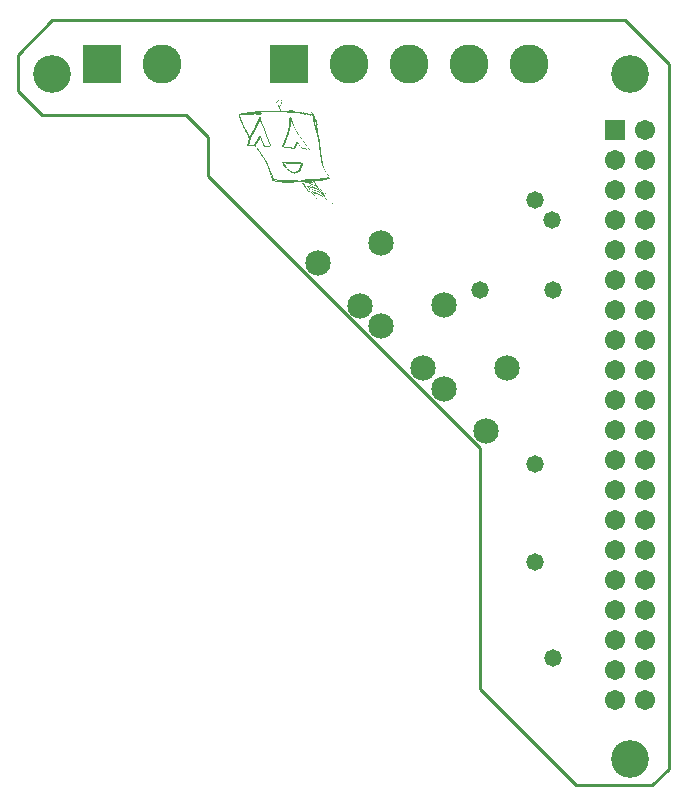
<source format=gbs>
G04*
G04 #@! TF.GenerationSoftware,Altium Limited,Altium Designer,20.0.2 (26)*
G04*
G04 Layer_Color=16711935*
%FSLAX25Y25*%
%MOIN*%
G70*
G01*
G75*
%ADD12C,0.01000*%
%ADD16C,0.00050*%
G04:AMPARAMS|DCode=23|XSize=84.77mil|YSize=84.77mil|CornerRadius=0mil|HoleSize=0mil|Usage=FLASHONLY|Rotation=315.000|XOffset=0mil|YOffset=0mil|HoleType=Round|Shape=Round|*
%AMOVALD23*
21,1,0.00000,0.08477,0.00000,0.00000,315.0*
1,1,0.08477,0.00000,0.00000*
1,1,0.08477,0.00000,0.00000*
%
%ADD23OVALD23*%

%ADD24R,0.13024X0.13024*%
%ADD25C,0.13024*%
%ADD26C,0.06706*%
%ADD27R,0.06706X0.06706*%
%ADD28C,0.05800*%
%ADD29C,0.12611*%
G36*
X440625Y466520D02*
X440750D01*
Y466478D01*
X440792D01*
Y466437D01*
X440834D01*
Y466395D01*
X440875D01*
Y466354D01*
X440917D01*
Y466312D01*
Y466270D01*
Y466228D01*
X440958D01*
Y466187D01*
Y466145D01*
Y466104D01*
Y466062D01*
Y466020D01*
X441000D01*
Y465978D01*
Y465937D01*
Y465895D01*
Y465854D01*
Y465812D01*
Y465770D01*
Y465729D01*
Y465687D01*
Y465645D01*
Y465603D01*
X440958D01*
Y465562D01*
Y465520D01*
Y465479D01*
Y465437D01*
Y465395D01*
Y465353D01*
Y465312D01*
Y465270D01*
Y465229D01*
Y465187D01*
Y465145D01*
X440917D01*
Y465103D01*
Y465062D01*
Y465020D01*
Y464979D01*
X440875D01*
Y464937D01*
Y464895D01*
X440834D01*
Y464853D01*
Y464812D01*
Y464770D01*
X440792D01*
Y464729D01*
X440750D01*
Y464687D01*
Y464645D01*
X440708D01*
Y464604D01*
X440667D01*
Y464562D01*
Y464520D01*
X440625D01*
Y464479D01*
X440584D01*
Y464437D01*
X440542D01*
Y464395D01*
X440500D01*
Y464354D01*
X440458D01*
Y464312D01*
X440417D01*
Y464270D01*
X440375D01*
Y464229D01*
Y464187D01*
Y464145D01*
Y464104D01*
Y464062D01*
Y464020D01*
Y463979D01*
Y463937D01*
Y463895D01*
Y463854D01*
Y463812D01*
Y463770D01*
Y463729D01*
X440417D01*
Y463687D01*
Y463645D01*
Y463604D01*
Y463562D01*
X440458D01*
Y463520D01*
Y463479D01*
Y463437D01*
X440500D01*
Y463395D01*
Y463354D01*
X440542D01*
Y463312D01*
Y463270D01*
X440584D01*
Y463229D01*
Y463187D01*
X440625D01*
Y463145D01*
Y463104D01*
X440667D01*
Y463062D01*
Y463020D01*
X440708D01*
Y462979D01*
Y462937D01*
X440750D01*
Y462895D01*
Y462854D01*
X440792D01*
Y462812D01*
X440834D01*
Y462770D01*
X441833D01*
Y462729D01*
X442334D01*
Y462687D01*
X442667D01*
Y462645D01*
X443459D01*
Y462604D01*
X443583D01*
Y462645D01*
Y462687D01*
X443500D01*
Y462729D01*
X443459D01*
Y462770D01*
X443417D01*
Y462812D01*
X443375D01*
Y462854D01*
X443333D01*
Y462895D01*
X443292D01*
Y462937D01*
X443250D01*
Y462979D01*
X443209D01*
Y463020D01*
X444250D01*
Y462979D01*
X444500D01*
Y462937D01*
X444583D01*
Y462895D01*
X444667D01*
Y462854D01*
X444750D01*
Y462812D01*
X444792D01*
Y462770D01*
X444833D01*
Y462729D01*
X444917D01*
Y462687D01*
X445042D01*
Y462645D01*
X445167D01*
Y462604D01*
X445375D01*
Y462562D01*
X445833D01*
Y462520D01*
X446417D01*
Y462479D01*
X446792D01*
Y462437D01*
X447042D01*
Y462395D01*
X447250D01*
Y462354D01*
X447417D01*
Y462312D01*
X447583D01*
Y462270D01*
X447750D01*
Y462229D01*
X447958D01*
Y462187D01*
X448083D01*
Y462229D01*
X448042D01*
Y462270D01*
X448000D01*
Y462312D01*
Y462354D01*
X447958D01*
Y462395D01*
X447917D01*
Y462437D01*
X448000D01*
Y462395D01*
X448042D01*
Y462354D01*
X448125D01*
Y462312D01*
X448208D01*
Y462270D01*
X448333D01*
Y462229D01*
X448458D01*
Y462187D01*
X448625D01*
Y462145D01*
X448833D01*
Y462104D01*
X449042D01*
Y462062D01*
X449208D01*
Y462020D01*
X449417D01*
Y461979D01*
X449583D01*
Y461937D01*
X449750D01*
Y461895D01*
X449875D01*
Y461854D01*
X450083D01*
Y461812D01*
X450333D01*
Y461770D01*
X450500D01*
Y461729D01*
X450625D01*
Y461687D01*
X450750D01*
Y461645D01*
X450875D01*
Y461604D01*
X450958D01*
Y461645D01*
X451000D01*
Y461687D01*
Y461729D01*
Y461770D01*
X450958D01*
Y461812D01*
Y461854D01*
Y461895D01*
X450917D01*
Y461937D01*
Y461979D01*
Y462020D01*
X450875D01*
Y462062D01*
Y462104D01*
Y462145D01*
Y462187D01*
Y462229D01*
X450833D01*
Y462270D01*
Y462312D01*
Y462354D01*
X450875D01*
Y462312D01*
X450917D01*
Y462270D01*
X450958D01*
Y462229D01*
X451042D01*
Y462187D01*
X451083D01*
Y462145D01*
X451125D01*
Y462104D01*
X451208D01*
Y462062D01*
X451250D01*
Y462020D01*
X451292D01*
Y461979D01*
X451333D01*
Y461937D01*
X451417D01*
Y461895D01*
X451458D01*
Y461854D01*
X451500D01*
Y461812D01*
X451542D01*
Y461770D01*
X451583D01*
Y461729D01*
X451625D01*
Y461687D01*
X451667D01*
Y461645D01*
X451708D01*
Y461604D01*
Y461562D01*
X451750D01*
Y461520D01*
Y461479D01*
Y461437D01*
X451792D01*
Y461395D01*
Y461354D01*
Y461312D01*
Y461270D01*
Y461229D01*
X451833D01*
Y461187D01*
Y461145D01*
Y461104D01*
Y461062D01*
X451875D01*
Y461020D01*
Y460979D01*
X451917D01*
Y460937D01*
Y460895D01*
Y460854D01*
X451958D01*
Y460812D01*
Y460770D01*
Y460729D01*
Y460687D01*
Y460645D01*
Y460604D01*
Y460562D01*
Y460520D01*
Y460479D01*
Y460437D01*
Y460395D01*
Y460354D01*
Y460312D01*
Y460270D01*
Y460229D01*
Y460187D01*
X452000D01*
Y460145D01*
Y460104D01*
Y460062D01*
Y460020D01*
Y459979D01*
Y459937D01*
X452042D01*
Y459895D01*
Y459854D01*
Y459812D01*
Y459770D01*
X452083D01*
Y459729D01*
Y459687D01*
X452125D01*
Y459645D01*
Y459604D01*
X452208D01*
Y459645D01*
Y459687D01*
Y459729D01*
Y459770D01*
Y459812D01*
Y459854D01*
Y459895D01*
X452167D01*
Y459937D01*
Y459979D01*
Y460020D01*
Y460062D01*
Y460104D01*
X452250D01*
Y460062D01*
X452292D01*
Y460020D01*
X452333D01*
Y459979D01*
X452417D01*
Y459937D01*
X452458D01*
Y459895D01*
X452500D01*
Y459854D01*
X452542D01*
Y459812D01*
X452583D01*
Y459770D01*
X452625D01*
Y459729D01*
Y459687D01*
X452667D01*
Y459645D01*
Y459604D01*
Y459562D01*
Y459520D01*
Y459479D01*
X452708D01*
Y459437D01*
Y459395D01*
Y459354D01*
Y459312D01*
Y459270D01*
Y459229D01*
Y459187D01*
Y459145D01*
Y459104D01*
Y459062D01*
X452750D01*
Y459020D01*
Y458979D01*
Y458937D01*
Y458895D01*
Y458854D01*
Y458812D01*
Y458770D01*
X452792D01*
Y458729D01*
Y458687D01*
Y458645D01*
Y458604D01*
X452833D01*
Y458562D01*
Y458520D01*
Y458479D01*
X452875D01*
Y458437D01*
X452916D01*
Y458395D01*
Y458354D01*
X452958D01*
Y458312D01*
X453000D01*
Y458270D01*
Y458229D01*
X453042D01*
Y458187D01*
X453083D01*
Y458145D01*
Y458104D01*
X453125D01*
Y458062D01*
Y458020D01*
X453166D01*
Y457979D01*
Y457937D01*
X453208D01*
Y457895D01*
Y457854D01*
X453250D01*
Y457812D01*
Y457770D01*
X453292D01*
Y457729D01*
Y457687D01*
X453250D01*
Y457729D01*
X453208D01*
Y457770D01*
X453166D01*
Y457812D01*
X453083D01*
Y457854D01*
X453042D01*
Y457895D01*
X453000D01*
Y457937D01*
X452958D01*
Y457979D01*
X452916D01*
Y458020D01*
X452833D01*
Y457979D01*
Y457937D01*
Y457895D01*
Y457854D01*
Y457812D01*
Y457770D01*
Y457729D01*
Y457687D01*
Y457645D01*
Y457604D01*
Y457562D01*
X452875D01*
Y457520D01*
Y457479D01*
Y457437D01*
Y457395D01*
Y457354D01*
Y457312D01*
Y457270D01*
Y457229D01*
Y457187D01*
X452916D01*
Y457145D01*
Y457104D01*
Y457062D01*
Y457020D01*
Y456979D01*
Y456937D01*
Y456895D01*
Y456854D01*
Y456812D01*
X452958D01*
Y456770D01*
Y456729D01*
Y456687D01*
Y456645D01*
Y456604D01*
Y456562D01*
Y456520D01*
Y456479D01*
X453000D01*
Y456437D01*
Y456395D01*
Y456354D01*
Y456312D01*
Y456270D01*
Y456229D01*
Y456187D01*
Y456145D01*
Y456104D01*
X453042D01*
Y456062D01*
Y456020D01*
Y455979D01*
Y455937D01*
Y455896D01*
Y455854D01*
X453083D01*
Y455812D01*
Y455770D01*
Y455729D01*
Y455687D01*
Y455646D01*
Y455604D01*
Y455562D01*
X453125D01*
Y455520D01*
Y455479D01*
Y455437D01*
Y455396D01*
Y455354D01*
Y455312D01*
X453166D01*
Y455270D01*
Y455229D01*
Y455187D01*
Y455146D01*
Y455104D01*
Y455062D01*
X453208D01*
Y455021D01*
Y454979D01*
Y454937D01*
Y454895D01*
Y454854D01*
Y454812D01*
X453250D01*
Y454771D01*
Y454729D01*
Y454687D01*
Y454645D01*
Y454604D01*
Y454562D01*
X453292D01*
Y454521D01*
Y454479D01*
Y454437D01*
Y454395D01*
Y454354D01*
Y454312D01*
X453333D01*
Y454271D01*
Y454229D01*
Y454187D01*
Y454145D01*
X453375D01*
Y454104D01*
Y454062D01*
Y454021D01*
Y453979D01*
X453416D01*
Y453937D01*
Y453896D01*
Y453854D01*
Y453812D01*
X453458D01*
Y453770D01*
Y453729D01*
Y453687D01*
X453500D01*
Y453646D01*
Y453604D01*
Y453562D01*
X453542D01*
Y453520D01*
Y453479D01*
Y453437D01*
X453583D01*
Y453396D01*
Y453354D01*
Y453312D01*
X453625D01*
Y453270D01*
Y453229D01*
Y453187D01*
X453666D01*
Y453146D01*
Y453104D01*
Y453062D01*
X453708D01*
Y453020D01*
Y452979D01*
Y452937D01*
X453750D01*
Y452895D01*
Y452854D01*
X453792D01*
Y452812D01*
Y452771D01*
Y452729D01*
X453833D01*
Y452687D01*
Y452646D01*
Y452604D01*
X453875D01*
Y452562D01*
Y452521D01*
Y452479D01*
X453917D01*
Y452437D01*
Y452396D01*
X453875D01*
Y452437D01*
X453833D01*
Y452479D01*
X453792D01*
Y452521D01*
X453708D01*
Y452562D01*
X453625D01*
Y452521D01*
Y452479D01*
Y452437D01*
Y452396D01*
X453666D01*
Y452354D01*
Y452312D01*
Y452271D01*
Y452229D01*
Y452187D01*
Y452146D01*
X453708D01*
Y452104D01*
Y452062D01*
Y452021D01*
Y451979D01*
Y451937D01*
Y451896D01*
X453750D01*
Y451854D01*
Y451812D01*
Y451771D01*
Y451729D01*
Y451687D01*
Y451646D01*
X453792D01*
Y451604D01*
Y451562D01*
Y451521D01*
Y451479D01*
Y451437D01*
Y451396D01*
Y451354D01*
X453833D01*
Y451312D01*
Y451271D01*
Y451229D01*
Y451187D01*
Y451146D01*
Y451104D01*
Y451062D01*
X453875D01*
Y451021D01*
Y450979D01*
Y450937D01*
Y450896D01*
Y450854D01*
Y450812D01*
Y450771D01*
Y450729D01*
X453917D01*
Y450687D01*
Y450646D01*
Y450604D01*
Y450562D01*
Y450521D01*
Y450479D01*
Y450437D01*
Y450396D01*
X453958D01*
Y450354D01*
Y450312D01*
Y450271D01*
Y450229D01*
Y450187D01*
Y450146D01*
Y450104D01*
Y450062D01*
Y450021D01*
X454000D01*
Y449979D01*
Y449937D01*
Y449896D01*
Y449854D01*
Y449812D01*
Y449771D01*
Y449729D01*
Y449687D01*
Y449646D01*
X454041D01*
Y449604D01*
Y449562D01*
Y449521D01*
Y449479D01*
Y449437D01*
Y449396D01*
Y449354D01*
Y449312D01*
Y449271D01*
X454083D01*
Y449229D01*
Y449187D01*
Y449146D01*
Y449104D01*
Y449062D01*
Y449021D01*
Y448979D01*
X454125D01*
Y448937D01*
Y448896D01*
Y448854D01*
Y448812D01*
Y448771D01*
Y448729D01*
Y448687D01*
X454167D01*
Y448646D01*
Y448604D01*
Y448562D01*
Y448521D01*
Y448479D01*
Y448437D01*
X454208D01*
Y448396D01*
Y448354D01*
Y448312D01*
Y448271D01*
Y448229D01*
Y448187D01*
X454250D01*
Y448146D01*
Y448104D01*
Y448062D01*
Y448021D01*
Y447979D01*
Y447937D01*
X454291D01*
Y447896D01*
Y447854D01*
Y447812D01*
Y447771D01*
Y447729D01*
Y447687D01*
X454333D01*
Y447646D01*
Y447604D01*
Y447562D01*
Y447521D01*
Y447479D01*
Y447437D01*
X454375D01*
Y447396D01*
Y447354D01*
Y447312D01*
Y447271D01*
Y447229D01*
Y447187D01*
Y447146D01*
X454417D01*
Y447104D01*
Y447062D01*
Y447021D01*
Y446979D01*
Y446937D01*
Y446896D01*
Y446854D01*
X454458D01*
Y446812D01*
Y446771D01*
Y446729D01*
Y446687D01*
Y446646D01*
Y446604D01*
Y446562D01*
Y446521D01*
X454500D01*
Y446479D01*
Y446437D01*
Y446396D01*
Y446354D01*
Y446312D01*
Y446271D01*
Y446229D01*
X454541D01*
Y446187D01*
Y446146D01*
Y446104D01*
Y446062D01*
Y446021D01*
Y445979D01*
Y445937D01*
X454583D01*
Y445896D01*
Y445854D01*
Y445812D01*
Y445771D01*
Y445729D01*
Y445687D01*
Y445646D01*
X454625D01*
Y445604D01*
Y445562D01*
Y445521D01*
Y445479D01*
Y445437D01*
Y445396D01*
Y445354D01*
X454667D01*
Y445312D01*
Y445271D01*
Y445229D01*
Y445187D01*
Y445146D01*
Y445104D01*
X454708D01*
Y445062D01*
Y445021D01*
Y444979D01*
Y444937D01*
X454750D01*
Y444896D01*
Y444854D01*
Y444812D01*
Y444771D01*
X454791D01*
Y444729D01*
Y444687D01*
Y444646D01*
Y444604D01*
X454833D01*
Y444562D01*
Y444521D01*
Y444479D01*
X454875D01*
Y444437D01*
Y444396D01*
Y444354D01*
X454916D01*
Y444312D01*
Y444271D01*
Y444229D01*
X454958D01*
Y444187D01*
Y444146D01*
Y444104D01*
X455000D01*
Y444062D01*
Y444021D01*
X455042D01*
Y443979D01*
Y443937D01*
Y443896D01*
X455083D01*
Y443854D01*
Y443812D01*
X455125D01*
Y443771D01*
Y443729D01*
X455166D01*
Y443687D01*
Y443646D01*
Y443604D01*
X455208D01*
Y443563D01*
Y443521D01*
X455250D01*
Y443479D01*
Y443437D01*
X455292D01*
Y443396D01*
Y443354D01*
X455333D01*
Y443313D01*
Y443271D01*
X455375D01*
Y443229D01*
Y443188D01*
X455416D01*
Y443146D01*
Y443104D01*
X455458D01*
Y443062D01*
Y443021D01*
X455500D01*
Y442979D01*
Y442938D01*
X455542D01*
Y442896D01*
Y442854D01*
Y442812D01*
X455583D01*
Y442771D01*
Y442729D01*
X455625D01*
Y442688D01*
Y442646D01*
X455666D01*
Y442604D01*
Y442562D01*
Y442521D01*
X455708D01*
Y442479D01*
Y442438D01*
X455750D01*
Y442396D01*
Y442354D01*
X455792D01*
Y442312D01*
Y442271D01*
X455833D01*
Y442229D01*
Y442188D01*
X455875D01*
Y442146D01*
Y442104D01*
X455917D01*
Y442063D01*
X455958D01*
Y442021D01*
Y441979D01*
X456000D01*
Y441937D01*
X456041D01*
Y441896D01*
X456083D01*
Y441854D01*
Y441813D01*
X456125D01*
Y441771D01*
X456167D01*
Y441729D01*
X456208D01*
Y441687D01*
X456250D01*
Y441646D01*
X456291D01*
Y441604D01*
Y441563D01*
X456333D01*
Y441521D01*
X456375D01*
Y441479D01*
X456416D01*
Y441437D01*
X456458D01*
Y441396D01*
Y441354D01*
X456500D01*
Y441313D01*
X456541D01*
Y441271D01*
X456583D01*
Y441229D01*
Y441187D01*
X456625D01*
Y441146D01*
Y441104D01*
X456666D01*
Y441062D01*
Y441021D01*
X456708D01*
Y440979D01*
X456750D01*
Y440938D01*
Y440896D01*
X456791D01*
Y440854D01*
X456833D01*
Y440812D01*
Y440771D01*
X456791D01*
Y440812D01*
X456750D01*
Y440854D01*
X456708D01*
Y440896D01*
X456666D01*
Y440938D01*
X456625D01*
Y440979D01*
X456583D01*
Y441021D01*
X456541D01*
Y441062D01*
X456500D01*
Y441104D01*
X456458D01*
Y441146D01*
X456416D01*
Y441187D01*
X456375D01*
Y441229D01*
Y441271D01*
X456333D01*
Y441313D01*
X456291D01*
Y441354D01*
X456250D01*
Y441396D01*
Y441437D01*
X456208D01*
Y441479D01*
X456167D01*
Y441521D01*
Y441563D01*
X456125D01*
Y441604D01*
Y441646D01*
X456083D01*
Y441687D01*
X456041D01*
Y441729D01*
Y441771D01*
X456000D01*
Y441813D01*
X455958D01*
Y441854D01*
Y441896D01*
X455917D01*
Y441937D01*
X455875D01*
Y441979D01*
X455833D01*
Y442021D01*
X455792D01*
Y442063D01*
X455750D01*
Y442104D01*
X455708D01*
Y442146D01*
Y442188D01*
X455666D01*
Y442229D01*
X455625D01*
Y442271D01*
X455583D01*
Y442312D01*
X455542D01*
Y442354D01*
X455500D01*
Y442396D01*
Y442438D01*
X455458D01*
Y442479D01*
X455416D01*
Y442521D01*
Y442562D01*
X455375D01*
Y442604D01*
Y442646D01*
X455333D01*
Y442688D01*
Y442729D01*
X455292D01*
Y442771D01*
Y442812D01*
X455250D01*
Y442854D01*
Y442896D01*
Y442938D01*
X455208D01*
Y442979D01*
Y443021D01*
X455166D01*
Y443062D01*
Y443104D01*
X455125D01*
Y443146D01*
Y443188D01*
X455083D01*
Y443229D01*
Y443271D01*
X455042D01*
Y443313D01*
Y443354D01*
X455000D01*
Y443396D01*
Y443437D01*
Y443479D01*
X454958D01*
Y443521D01*
Y443563D01*
X454916D01*
Y443604D01*
Y443646D01*
X454875D01*
Y443687D01*
Y443729D01*
X454833D01*
Y443771D01*
Y443812D01*
X454791D01*
Y443854D01*
Y443896D01*
Y443937D01*
X454750D01*
Y443979D01*
Y444021D01*
X454708D01*
Y444062D01*
Y444104D01*
X454667D01*
Y444146D01*
Y444187D01*
X454625D01*
Y444229D01*
Y444271D01*
X454583D01*
Y444312D01*
Y444354D01*
X454541D01*
Y444396D01*
Y444437D01*
Y444479D01*
X454500D01*
Y444521D01*
Y444562D01*
X454458D01*
Y444604D01*
Y444646D01*
X454417D01*
Y444687D01*
Y444729D01*
X454375D01*
Y444771D01*
Y444812D01*
X454333D01*
Y444854D01*
Y444896D01*
X454291D01*
Y444937D01*
Y444979D01*
Y445021D01*
Y445062D01*
X454250D01*
Y445104D01*
Y445146D01*
Y445187D01*
Y445229D01*
Y445271D01*
X454208D01*
Y445312D01*
Y445354D01*
Y445396D01*
Y445437D01*
Y445479D01*
X454167D01*
Y445521D01*
Y445562D01*
Y445604D01*
Y445646D01*
Y445687D01*
Y445729D01*
Y445771D01*
X454125D01*
Y445812D01*
Y445854D01*
Y445896D01*
Y445937D01*
Y445979D01*
Y446021D01*
X454083D01*
Y446062D01*
Y446104D01*
Y446146D01*
Y446187D01*
Y446229D01*
Y446271D01*
Y446312D01*
X454041D01*
Y446354D01*
Y446396D01*
Y446437D01*
Y446479D01*
Y446521D01*
Y446562D01*
Y446604D01*
X454000D01*
Y446646D01*
Y446687D01*
Y446729D01*
Y446771D01*
Y446812D01*
Y446854D01*
Y446896D01*
Y446937D01*
X453958D01*
Y446979D01*
Y447021D01*
Y447062D01*
Y447104D01*
Y447146D01*
Y447187D01*
Y447229D01*
X453917D01*
Y447271D01*
Y447312D01*
Y447354D01*
Y447396D01*
Y447437D01*
Y447479D01*
Y447521D01*
X453875D01*
Y447562D01*
Y447604D01*
Y447646D01*
Y447687D01*
Y447729D01*
Y447771D01*
Y447812D01*
X453833D01*
Y447854D01*
Y447896D01*
Y447937D01*
Y447979D01*
Y448021D01*
Y448062D01*
Y448104D01*
X453792D01*
Y448146D01*
Y448187D01*
Y448229D01*
Y448271D01*
Y448312D01*
Y448354D01*
X453750D01*
Y448396D01*
Y448437D01*
Y448479D01*
Y448521D01*
Y448562D01*
Y448604D01*
X453708D01*
Y448646D01*
Y448687D01*
Y448729D01*
Y448771D01*
Y448812D01*
Y448854D01*
X453666D01*
Y448896D01*
Y448937D01*
Y448979D01*
Y449021D01*
Y449062D01*
Y449104D01*
Y449146D01*
X453625D01*
Y449187D01*
Y449229D01*
Y449271D01*
Y449312D01*
Y449354D01*
Y449396D01*
Y449437D01*
X453583D01*
Y449479D01*
Y449521D01*
Y449562D01*
Y449604D01*
Y449646D01*
Y449687D01*
Y449729D01*
X453542D01*
Y449771D01*
Y449812D01*
Y449854D01*
Y449896D01*
Y449937D01*
Y449979D01*
Y450021D01*
X453500D01*
Y450062D01*
Y450104D01*
Y450146D01*
Y450187D01*
Y450229D01*
Y450271D01*
Y450312D01*
Y450354D01*
Y450396D01*
Y450437D01*
X453458D01*
Y450479D01*
Y450521D01*
Y450562D01*
Y450604D01*
Y450646D01*
Y450687D01*
Y450729D01*
Y450771D01*
Y450812D01*
X453416D01*
Y450854D01*
Y450896D01*
Y450937D01*
Y450979D01*
Y451021D01*
Y451062D01*
Y451104D01*
Y451146D01*
X453375D01*
Y451187D01*
Y451229D01*
Y451271D01*
Y451312D01*
Y451354D01*
Y451396D01*
Y451437D01*
Y451479D01*
X453333D01*
Y451521D01*
Y451562D01*
Y451604D01*
Y451646D01*
Y451687D01*
Y451729D01*
Y451771D01*
X453292D01*
Y451812D01*
Y451854D01*
Y451896D01*
Y451937D01*
Y451979D01*
Y452021D01*
Y452062D01*
X453250D01*
Y452104D01*
Y452146D01*
Y452187D01*
Y452229D01*
Y452271D01*
X453208D01*
Y452312D01*
Y452354D01*
Y452396D01*
Y452437D01*
Y452479D01*
Y452521D01*
X453166D01*
Y452562D01*
Y452604D01*
Y452646D01*
Y452687D01*
Y452729D01*
Y452771D01*
X453125D01*
Y452812D01*
Y452854D01*
Y452895D01*
Y452937D01*
Y452979D01*
X453083D01*
Y453020D01*
Y453062D01*
Y453104D01*
Y453146D01*
Y453187D01*
X453042D01*
Y453229D01*
Y453270D01*
Y453312D01*
Y453354D01*
Y453396D01*
Y453437D01*
X453000D01*
Y453479D01*
Y453520D01*
Y453562D01*
Y453604D01*
Y453646D01*
X452958D01*
Y453687D01*
Y453729D01*
Y453770D01*
Y453812D01*
Y453854D01*
Y453896D01*
X452916D01*
Y453937D01*
Y453979D01*
Y454021D01*
Y454062D01*
Y454104D01*
X452875D01*
Y454145D01*
Y454187D01*
Y454229D01*
Y454271D01*
Y454312D01*
X452833D01*
Y454354D01*
Y454395D01*
Y454437D01*
Y454479D01*
Y454521D01*
X452792D01*
Y454562D01*
Y454604D01*
Y454645D01*
Y454687D01*
X452750D01*
Y454729D01*
Y454771D01*
Y454812D01*
Y454854D01*
X452708D01*
Y454895D01*
Y454937D01*
Y454979D01*
Y455021D01*
X452667D01*
Y455062D01*
Y455104D01*
Y455146D01*
Y455187D01*
X452625D01*
Y455229D01*
Y455270D01*
Y455312D01*
X452583D01*
Y455354D01*
Y455396D01*
Y455437D01*
X452542D01*
Y455479D01*
Y455520D01*
Y455562D01*
Y455604D01*
X452500D01*
Y455646D01*
Y455687D01*
Y455729D01*
X452458D01*
Y455770D01*
Y455812D01*
Y455854D01*
X452417D01*
Y455896D01*
Y455937D01*
Y455979D01*
X452375D01*
Y456020D01*
Y456062D01*
Y456104D01*
X452333D01*
Y456145D01*
Y456187D01*
Y456229D01*
X452292D01*
Y456270D01*
Y456312D01*
Y456354D01*
Y456395D01*
X452250D01*
Y456437D01*
Y456479D01*
Y456520D01*
X452208D01*
Y456562D01*
Y456604D01*
Y456645D01*
X452167D01*
Y456687D01*
Y456729D01*
Y456770D01*
Y456812D01*
X452125D01*
Y456854D01*
Y456895D01*
Y456937D01*
X452083D01*
Y456979D01*
Y457020D01*
Y457062D01*
Y457104D01*
X452042D01*
Y457145D01*
Y457187D01*
Y457229D01*
Y457270D01*
X452000D01*
Y457312D01*
Y457354D01*
Y457395D01*
Y457437D01*
X451958D01*
Y457479D01*
Y457520D01*
Y457562D01*
Y457604D01*
X451917D01*
Y457645D01*
Y457687D01*
Y457729D01*
Y457770D01*
X451875D01*
Y457812D01*
Y457854D01*
Y457895D01*
Y457937D01*
X451833D01*
Y457979D01*
Y458020D01*
Y458062D01*
Y458104D01*
X451792D01*
Y458145D01*
Y458187D01*
Y458229D01*
Y458270D01*
Y458312D01*
X451750D01*
Y458354D01*
Y458395D01*
Y458437D01*
Y458479D01*
X451708D01*
Y458520D01*
Y458562D01*
Y458604D01*
Y458645D01*
X451667D01*
Y458687D01*
Y458729D01*
Y458770D01*
Y458812D01*
X451625D01*
Y458854D01*
Y458895D01*
Y458937D01*
Y458979D01*
Y459020D01*
X451583D01*
Y459062D01*
Y459104D01*
Y459145D01*
Y459187D01*
Y459229D01*
X451542D01*
Y459270D01*
Y459312D01*
Y459354D01*
Y459395D01*
X451500D01*
Y459437D01*
Y459479D01*
Y459520D01*
Y459562D01*
Y459604D01*
X451458D01*
Y459645D01*
Y459687D01*
Y459729D01*
Y459770D01*
Y459812D01*
Y459854D01*
X451417D01*
Y459895D01*
Y459937D01*
Y459979D01*
Y460020D01*
Y460062D01*
X451375D01*
Y460104D01*
Y460145D01*
Y460187D01*
Y460229D01*
Y460270D01*
Y460312D01*
Y460354D01*
Y460395D01*
Y460437D01*
X451333D01*
Y460479D01*
Y460520D01*
Y460562D01*
Y460604D01*
Y460645D01*
Y460687D01*
Y460729D01*
X451292D01*
Y460770D01*
Y460812D01*
Y460854D01*
Y460895D01*
X451250D01*
Y460937D01*
Y460979D01*
Y461020D01*
Y461062D01*
X451208D01*
Y461104D01*
Y461145D01*
Y461187D01*
X451167D01*
Y461229D01*
X451125D01*
Y461270D01*
X451083D01*
Y461312D01*
X450958D01*
Y461354D01*
X450667D01*
Y461395D01*
X450500D01*
Y461354D01*
Y461312D01*
X450583D01*
Y461270D01*
X450625D01*
Y461229D01*
X450667D01*
Y461187D01*
X450708D01*
Y461145D01*
Y461104D01*
X450667D01*
Y461145D01*
X450625D01*
Y461187D01*
X450542D01*
Y461229D01*
X450417D01*
Y461270D01*
X450292D01*
Y461312D01*
X450167D01*
Y461354D01*
X450042D01*
Y461395D01*
X449958D01*
Y461437D01*
X449833D01*
Y461479D01*
X449708D01*
Y461520D01*
X449625D01*
Y461562D01*
X449500D01*
Y461604D01*
X449375D01*
Y461645D01*
X449250D01*
Y461687D01*
X449000D01*
Y461729D01*
X448917D01*
Y461687D01*
X448958D01*
Y461645D01*
X449000D01*
Y461604D01*
X449042D01*
Y461562D01*
X449125D01*
Y461520D01*
X449167D01*
Y461479D01*
X449208D01*
Y461437D01*
X449250D01*
Y461395D01*
X449333D01*
Y461354D01*
X449375D01*
Y461312D01*
X449417D01*
Y461270D01*
X449458D01*
Y461229D01*
X449375D01*
Y461270D01*
X449292D01*
Y461312D01*
X449208D01*
Y461354D01*
X449083D01*
Y461395D01*
X448958D01*
Y461437D01*
X448833D01*
Y461479D01*
X448708D01*
Y461520D01*
X448542D01*
Y461562D01*
X448417D01*
Y461604D01*
X448292D01*
Y461645D01*
X448125D01*
Y461687D01*
X447958D01*
Y461729D01*
X447750D01*
Y461770D01*
X447542D01*
Y461812D01*
X447375D01*
Y461854D01*
X447167D01*
Y461895D01*
X447000D01*
Y461937D01*
X446875D01*
Y461979D01*
X446667D01*
Y462020D01*
X446417D01*
Y462062D01*
X446000D01*
Y462104D01*
X445208D01*
Y462145D01*
X444167D01*
Y462187D01*
X443292D01*
Y462229D01*
X442667D01*
Y462270D01*
X440667D01*
Y462312D01*
X435667D01*
Y462270D01*
X434000D01*
Y462229D01*
X433959D01*
Y462187D01*
X434000D01*
Y462145D01*
X434042D01*
Y462104D01*
X434084D01*
Y462062D01*
X434125D01*
Y462020D01*
X434167D01*
Y461979D01*
X434209D01*
Y461937D01*
X434250D01*
Y461895D01*
X434292D01*
Y461854D01*
X433959D01*
Y461812D01*
X434000D01*
Y461770D01*
X434042D01*
Y461729D01*
X434084D01*
Y461687D01*
X434125D01*
Y461645D01*
X434167D01*
Y461604D01*
X434209D01*
Y461562D01*
X434250D01*
Y461520D01*
X434125D01*
Y461479D01*
X433417D01*
Y461437D01*
X433000D01*
Y461395D01*
X432792D01*
Y461437D01*
X432709D01*
Y461479D01*
X432667D01*
Y461520D01*
X432584D01*
Y461562D01*
X432542D01*
Y461604D01*
X432500D01*
Y461645D01*
X432459D01*
Y461687D01*
X432417D01*
Y461729D01*
X432375D01*
Y461770D01*
X432334D01*
Y461812D01*
X432292D01*
Y461854D01*
X431792D01*
Y461812D01*
X431542D01*
Y461770D01*
X431417D01*
Y461729D01*
X431459D01*
Y461687D01*
X431500D01*
Y461645D01*
X431542D01*
Y461604D01*
X431626D01*
Y461562D01*
X431667D01*
Y461520D01*
X431709D01*
Y461479D01*
X431750D01*
Y461437D01*
X431792D01*
Y461395D01*
X431875D01*
Y461354D01*
X428792D01*
Y461395D01*
X428167D01*
Y461437D01*
X427876D01*
Y461395D01*
X427251D01*
Y461354D01*
X427167D01*
Y461312D01*
Y461270D01*
Y461229D01*
Y461187D01*
Y461145D01*
Y461104D01*
Y461062D01*
X427209D01*
Y461020D01*
Y460979D01*
Y460937D01*
Y460895D01*
Y460854D01*
Y460812D01*
Y460770D01*
X427251D01*
Y460729D01*
Y460687D01*
Y460645D01*
Y460604D01*
X427292D01*
Y460562D01*
Y460520D01*
Y460479D01*
X427334D01*
Y460437D01*
Y460395D01*
X427376D01*
Y460354D01*
Y460312D01*
Y460270D01*
X427417D01*
Y460229D01*
Y460187D01*
X427459D01*
Y460145D01*
Y460104D01*
Y460062D01*
X427501D01*
Y460020D01*
Y459979D01*
X427542D01*
Y459937D01*
Y459895D01*
Y459854D01*
X427584D01*
Y459812D01*
Y459770D01*
X427626D01*
Y459729D01*
Y459687D01*
Y459645D01*
X427667D01*
Y459604D01*
Y459562D01*
X427709D01*
Y459520D01*
Y459479D01*
Y459437D01*
X427751D01*
Y459395D01*
Y459354D01*
Y459312D01*
X427792D01*
Y459270D01*
Y459229D01*
X427834D01*
Y459187D01*
Y459145D01*
Y459104D01*
X427876D01*
Y459062D01*
Y459020D01*
Y458979D01*
X427917D01*
Y458937D01*
Y458895D01*
X427959D01*
Y458854D01*
Y458812D01*
Y458770D01*
X428000D01*
Y458729D01*
Y458687D01*
Y458645D01*
X428042D01*
Y458604D01*
Y458562D01*
X428084D01*
Y458520D01*
Y458479D01*
Y458437D01*
X428125D01*
Y458395D01*
Y458354D01*
X428167D01*
Y458312D01*
Y458270D01*
X428209D01*
Y458229D01*
Y458187D01*
X428251D01*
Y458145D01*
Y458104D01*
Y458062D01*
X428292D01*
Y458020D01*
Y457979D01*
X428334D01*
Y457937D01*
Y457895D01*
X428375D01*
Y457854D01*
Y457812D01*
X428417D01*
Y457770D01*
Y457729D01*
X428459D01*
Y457687D01*
X428501D01*
Y457645D01*
Y457604D01*
X428542D01*
Y457562D01*
Y457520D01*
X428584D01*
Y457479D01*
Y457437D01*
X428625D01*
Y457395D01*
Y457354D01*
X428667D01*
Y457312D01*
Y457270D01*
X428709D01*
Y457229D01*
X428751D01*
Y457187D01*
Y457145D01*
X428792D01*
Y457104D01*
Y457062D01*
X428834D01*
Y457020D01*
Y456979D01*
X428875D01*
Y456937D01*
Y456895D01*
X428917D01*
Y456854D01*
Y456812D01*
X428959D01*
Y456770D01*
X429001D01*
Y456729D01*
Y456687D01*
X429042D01*
Y456645D01*
Y456604D01*
X429084D01*
Y456562D01*
Y456520D01*
X429125D01*
Y456479D01*
Y456437D01*
X429167D01*
Y456395D01*
X429209D01*
Y456354D01*
Y456312D01*
X429250D01*
Y456270D01*
Y456229D01*
X429292D01*
Y456187D01*
Y456145D01*
X429334D01*
Y456104D01*
Y456062D01*
X429376D01*
Y456020D01*
Y455979D01*
X429417D01*
Y455937D01*
Y455896D01*
X429459D01*
Y455854D01*
X429500D01*
Y455812D01*
Y455770D01*
X429542D01*
Y455729D01*
Y455687D01*
X429584D01*
Y455646D01*
Y455604D01*
X429626D01*
Y455562D01*
Y455520D01*
X429667D01*
Y455479D01*
Y455437D01*
X429709D01*
Y455396D01*
X429750D01*
Y455354D01*
Y455312D01*
X429792D01*
Y455270D01*
Y455229D01*
X429834D01*
Y455187D01*
Y455146D01*
X429876D01*
Y455104D01*
Y455062D01*
X429917D01*
Y455021D01*
Y454979D01*
X429959D01*
Y454937D01*
Y454895D01*
X430000D01*
Y454854D01*
Y454812D01*
X430042D01*
Y454771D01*
X430084D01*
Y454729D01*
Y454687D01*
X430126D01*
Y454645D01*
Y454604D01*
X430167D01*
Y454562D01*
Y454521D01*
X430209D01*
Y454479D01*
Y454437D01*
X430251D01*
Y454395D01*
X430292D01*
Y454354D01*
Y454312D01*
X430334D01*
Y454354D01*
X430375D01*
Y454395D01*
X430417D01*
Y454437D01*
Y454479D01*
X430459D01*
Y454521D01*
Y454562D01*
X430501D01*
Y454604D01*
Y454645D01*
Y454687D01*
X430542D01*
Y454729D01*
Y454771D01*
X430584D01*
Y454812D01*
Y454854D01*
Y454895D01*
X430625D01*
Y454937D01*
Y454979D01*
X430667D01*
Y455021D01*
Y455062D01*
X430709D01*
Y455104D01*
Y455146D01*
X430751D01*
Y455187D01*
Y455229D01*
X430792D01*
Y455270D01*
Y455312D01*
X430834D01*
Y455354D01*
Y455396D01*
X430875D01*
Y455437D01*
X430917D01*
Y455479D01*
Y455520D01*
X430959D01*
Y455562D01*
X431001D01*
Y455604D01*
Y455646D01*
X431042D01*
Y455687D01*
Y455729D01*
X431084D01*
Y455770D01*
X431125D01*
Y455812D01*
X431167D01*
Y455854D01*
Y455896D01*
X431209D01*
Y455937D01*
X431250D01*
Y455979D01*
Y456020D01*
X431292D01*
Y456062D01*
X431334D01*
Y456104D01*
Y456145D01*
X431376D01*
Y456187D01*
X431417D01*
Y456229D01*
Y456270D01*
X431459D01*
Y456312D01*
Y456354D01*
X431500D01*
Y456395D01*
X431542D01*
Y456437D01*
Y456479D01*
X431584D01*
Y456520D01*
Y456562D01*
X431626D01*
Y456604D01*
Y456645D01*
X431667D01*
Y456687D01*
Y456729D01*
X431709D01*
Y456770D01*
Y456812D01*
X431750D01*
Y456854D01*
Y456895D01*
X431792D01*
Y456937D01*
Y456979D01*
Y457020D01*
X431834D01*
Y457062D01*
Y457104D01*
X431875D01*
Y457145D01*
Y457187D01*
X431917D01*
Y457229D01*
Y457270D01*
Y457312D01*
X431959D01*
Y457354D01*
Y457395D01*
X432000D01*
Y457437D01*
Y457479D01*
X432042D01*
Y457520D01*
Y457562D01*
Y457604D01*
X432084D01*
Y457645D01*
Y457687D01*
X432125D01*
Y457729D01*
Y457770D01*
X432167D01*
Y457812D01*
Y457854D01*
X432209D01*
Y457895D01*
Y457937D01*
X432250D01*
Y457979D01*
Y458020D01*
X432292D01*
Y458062D01*
Y458104D01*
X432334D01*
Y458145D01*
Y458187D01*
X432375D01*
Y458229D01*
Y458270D01*
X432417D01*
Y458312D01*
Y458354D01*
X432459D01*
Y458395D01*
Y458437D01*
X432500D01*
Y458479D01*
Y458520D01*
X432542D01*
Y458562D01*
Y458604D01*
X432584D01*
Y458645D01*
Y458687D01*
X432625D01*
Y458729D01*
Y458770D01*
Y458812D01*
X432667D01*
Y458854D01*
Y458895D01*
X432709D01*
Y458937D01*
Y458979D01*
X432750D01*
Y459020D01*
Y459062D01*
X432792D01*
Y459104D01*
Y459145D01*
X432834D01*
Y459187D01*
Y459229D01*
X432875D01*
Y459270D01*
Y459312D01*
X432917D01*
Y459354D01*
Y459395D01*
X432959D01*
Y459437D01*
Y459479D01*
Y459520D01*
X433000D01*
Y459562D01*
Y459604D01*
X433042D01*
Y459645D01*
Y459687D01*
X433084D01*
Y459729D01*
Y459770D01*
X433125D01*
Y459812D01*
Y459854D01*
Y459895D01*
X433167D01*
Y459937D01*
Y459979D01*
X433209D01*
Y460020D01*
Y460062D01*
X433250D01*
Y460104D01*
Y460145D01*
Y460187D01*
X433292D01*
Y460229D01*
Y460270D01*
X433334D01*
Y460312D01*
Y460354D01*
X433375D01*
Y460395D01*
Y460437D01*
Y460479D01*
X433417D01*
Y460520D01*
Y460562D01*
X433459D01*
Y460604D01*
Y460645D01*
X433500D01*
Y460687D01*
X433542D01*
Y460729D01*
Y460770D01*
X433584D01*
Y460812D01*
Y460854D01*
X433625D01*
Y460812D01*
X433667D01*
Y460770D01*
X433709D01*
Y460729D01*
X433792D01*
Y460687D01*
X433834D01*
Y460645D01*
X433875D01*
Y460604D01*
X433917D01*
Y460562D01*
X433959D01*
Y460520D01*
X434000D01*
Y460479D01*
X434042D01*
Y460437D01*
X434084D01*
Y460395D01*
Y460354D01*
X434042D01*
Y460312D01*
Y460270D01*
X434000D01*
Y460229D01*
Y460187D01*
X433959D01*
Y460145D01*
Y460104D01*
X433917D01*
Y460062D01*
Y460020D01*
X433875D01*
Y459979D01*
Y459937D01*
X433917D01*
Y459895D01*
X433959D01*
Y459854D01*
X434000D01*
Y459812D01*
X434042D01*
Y459770D01*
X434084D01*
Y459729D01*
X434125D01*
Y459687D01*
X434167D01*
Y459645D01*
X434209D01*
Y459604D01*
Y459562D01*
Y459520D01*
Y459479D01*
Y459437D01*
Y459395D01*
Y459354D01*
Y459312D01*
Y459270D01*
X434250D01*
Y459229D01*
Y459187D01*
Y459145D01*
Y459104D01*
Y459062D01*
X434292D01*
Y459020D01*
Y458979D01*
Y458937D01*
Y458895D01*
Y458854D01*
Y458812D01*
Y458770D01*
Y458729D01*
X434334D01*
Y458687D01*
Y458645D01*
X434375D01*
Y458604D01*
Y458562D01*
X434417D01*
Y458520D01*
X434459D01*
Y458479D01*
X434500D01*
Y458437D01*
Y458395D01*
X434542D01*
Y458354D01*
X434584D01*
Y458312D01*
X434625D01*
Y458270D01*
Y458229D01*
X434667D01*
Y458187D01*
X434709D01*
Y458145D01*
Y458104D01*
X434750D01*
Y458062D01*
X434792D01*
Y458020D01*
Y457979D01*
X434834D01*
Y457937D01*
Y457895D01*
X434875D01*
Y457854D01*
Y457812D01*
X434917D01*
Y457770D01*
Y457729D01*
X434959D01*
Y457687D01*
Y457645D01*
X435000D01*
Y457604D01*
Y457562D01*
X435042D01*
Y457520D01*
Y457479D01*
Y457437D01*
X435084D01*
Y457395D01*
Y457354D01*
X435125D01*
Y457312D01*
Y457270D01*
X435167D01*
Y457229D01*
Y457187D01*
Y457145D01*
X435209D01*
Y457104D01*
Y457062D01*
Y457020D01*
X435250D01*
Y456979D01*
Y456937D01*
X435292D01*
Y456895D01*
Y456854D01*
Y456812D01*
X435334D01*
Y456770D01*
Y456729D01*
Y456687D01*
X435375D01*
Y456645D01*
Y456604D01*
Y456562D01*
X435417D01*
Y456520D01*
Y456479D01*
Y456437D01*
X435459D01*
Y456395D01*
Y456354D01*
X435500D01*
Y456312D01*
Y456270D01*
Y456229D01*
X435542D01*
Y456187D01*
Y456145D01*
Y456104D01*
X435584D01*
Y456062D01*
Y456020D01*
Y455979D01*
X435625D01*
Y455937D01*
Y455896D01*
Y455854D01*
X435667D01*
Y455812D01*
Y455770D01*
Y455729D01*
X435709D01*
Y455687D01*
Y455646D01*
Y455604D01*
X435750D01*
Y455562D01*
Y455520D01*
X435792D01*
Y455479D01*
Y455437D01*
Y455396D01*
X435834D01*
Y455354D01*
Y455312D01*
Y455270D01*
X435875D01*
Y455229D01*
Y455187D01*
Y455146D01*
X435917D01*
Y455104D01*
Y455062D01*
Y455021D01*
X435959D01*
Y454979D01*
Y454937D01*
Y454895D01*
X436000D01*
Y454854D01*
Y454812D01*
Y454771D01*
X436042D01*
Y454729D01*
Y454687D01*
X436084D01*
Y454645D01*
Y454604D01*
Y454562D01*
X436125D01*
Y454521D01*
Y454479D01*
Y454437D01*
X436167D01*
Y454395D01*
Y454354D01*
Y454312D01*
X436209D01*
Y454271D01*
Y454229D01*
X436250D01*
Y454187D01*
Y454145D01*
Y454104D01*
X436292D01*
Y454062D01*
Y454021D01*
Y453979D01*
X436334D01*
Y453937D01*
Y453896D01*
X436375D01*
Y453854D01*
Y453812D01*
Y453770D01*
X436417D01*
Y453729D01*
Y453687D01*
X436459D01*
Y453646D01*
Y453604D01*
Y453562D01*
X436500D01*
Y453520D01*
Y453479D01*
X436542D01*
Y453437D01*
Y453396D01*
X436584D01*
Y453354D01*
Y453312D01*
Y453270D01*
X436625D01*
Y453229D01*
Y453187D01*
X436667D01*
Y453146D01*
Y453104D01*
Y453062D01*
X436709D01*
Y453020D01*
Y452979D01*
X436750D01*
Y452937D01*
Y452895D01*
Y452854D01*
X436792D01*
Y452812D01*
Y452771D01*
Y452729D01*
X436834D01*
Y452687D01*
Y452646D01*
Y452604D01*
X436875D01*
Y452562D01*
Y452521D01*
Y452479D01*
X436917D01*
Y452437D01*
Y452396D01*
X436959D01*
Y452354D01*
Y452312D01*
Y452271D01*
X437000D01*
Y452229D01*
Y452187D01*
Y452146D01*
X437042D01*
Y452104D01*
Y452062D01*
Y452021D01*
X437084D01*
Y451979D01*
Y451937D01*
X437125D01*
Y451896D01*
Y451854D01*
Y451812D01*
X437167D01*
Y451771D01*
Y451729D01*
X437209D01*
Y451687D01*
Y451646D01*
Y451604D01*
X437250D01*
Y451562D01*
Y451521D01*
X437292D01*
Y451479D01*
Y451437D01*
X437334D01*
Y451396D01*
Y451354D01*
Y451312D01*
X437375D01*
Y451271D01*
Y451229D01*
X437417D01*
Y451187D01*
Y451146D01*
X437459D01*
Y451104D01*
Y451062D01*
X437500D01*
Y451021D01*
Y450979D01*
Y450937D01*
X437542D01*
Y450896D01*
Y450854D01*
X437500D01*
Y450896D01*
X437417D01*
Y450937D01*
X437375D01*
Y450979D01*
X437334D01*
Y451021D01*
X437292D01*
Y451062D01*
X437250D01*
Y451104D01*
X437209D01*
Y451146D01*
X437167D01*
Y451187D01*
X437125D01*
Y451229D01*
X437084D01*
Y451271D01*
Y451312D01*
X437042D01*
Y451354D01*
Y451396D01*
X437000D01*
Y451437D01*
Y451479D01*
Y451521D01*
X436959D01*
Y451562D01*
Y451604D01*
X436917D01*
Y451646D01*
Y451687D01*
X436875D01*
Y451729D01*
Y451771D01*
X436834D01*
Y451812D01*
Y451854D01*
X436792D01*
Y451896D01*
Y451937D01*
Y451979D01*
X436750D01*
Y452021D01*
Y452062D01*
X436709D01*
Y452104D01*
Y452146D01*
X436667D01*
Y452187D01*
Y452229D01*
Y452271D01*
X436625D01*
Y452312D01*
Y452354D01*
X436584D01*
Y452396D01*
Y452437D01*
Y452479D01*
X436542D01*
Y452521D01*
Y452562D01*
Y452604D01*
X436500D01*
Y452646D01*
Y452687D01*
X436459D01*
Y452729D01*
Y452771D01*
Y452812D01*
X436417D01*
Y452854D01*
Y452895D01*
Y452937D01*
X436375D01*
Y452979D01*
Y453020D01*
Y453062D01*
X436334D01*
Y453104D01*
Y453146D01*
X436292D01*
Y453187D01*
Y453229D01*
Y453270D01*
X436250D01*
Y453312D01*
Y453354D01*
Y453396D01*
X436209D01*
Y453437D01*
Y453479D01*
Y453520D01*
X436167D01*
Y453562D01*
Y453604D01*
X436125D01*
Y453646D01*
Y453687D01*
Y453729D01*
X436084D01*
Y453770D01*
Y453812D01*
X436042D01*
Y453854D01*
Y453896D01*
Y453937D01*
X436000D01*
Y453979D01*
Y454021D01*
X435959D01*
Y454062D01*
Y454104D01*
X435917D01*
Y454145D01*
Y454187D01*
Y454229D01*
X435875D01*
Y454271D01*
Y454312D01*
X435834D01*
Y454354D01*
Y454395D01*
Y454437D01*
X435792D01*
Y454479D01*
Y454521D01*
X435750D01*
Y454562D01*
Y454604D01*
Y454645D01*
X435709D01*
Y454687D01*
Y454729D01*
X435667D01*
Y454771D01*
Y454812D01*
Y454854D01*
X435625D01*
Y454895D01*
Y454937D01*
Y454979D01*
X435584D01*
Y455021D01*
Y455062D01*
Y455104D01*
X435542D01*
Y455146D01*
Y455187D01*
X435500D01*
Y455229D01*
Y455270D01*
Y455312D01*
X435459D01*
Y455354D01*
Y455396D01*
Y455437D01*
X435417D01*
Y455479D01*
Y455520D01*
Y455562D01*
X435375D01*
Y455604D01*
Y455646D01*
Y455687D01*
X435334D01*
Y455729D01*
Y455770D01*
Y455812D01*
X435292D01*
Y455854D01*
Y455896D01*
Y455937D01*
X435250D01*
Y455979D01*
Y456020D01*
Y456062D01*
X435209D01*
Y456104D01*
Y456145D01*
X435167D01*
Y456187D01*
Y456229D01*
Y456270D01*
X435125D01*
Y456312D01*
Y456354D01*
Y456395D01*
X435084D01*
Y456437D01*
Y456479D01*
Y456520D01*
X435042D01*
Y456562D01*
Y456604D01*
Y456645D01*
X435000D01*
Y456687D01*
Y456729D01*
Y456770D01*
X434959D01*
Y456812D01*
Y456854D01*
Y456895D01*
X434917D01*
Y456937D01*
Y456979D01*
Y457020D01*
X434875D01*
Y457062D01*
Y457104D01*
Y457145D01*
X434834D01*
Y457187D01*
Y457229D01*
X434792D01*
Y457270D01*
Y457312D01*
Y457354D01*
X434750D01*
Y457395D01*
Y457437D01*
Y457479D01*
X434709D01*
Y457520D01*
Y457562D01*
Y457604D01*
X434667D01*
Y457645D01*
Y457687D01*
X434625D01*
Y457729D01*
Y457770D01*
Y457812D01*
X434584D01*
Y457854D01*
Y457895D01*
X434542D01*
Y457937D01*
Y457979D01*
Y458020D01*
X434500D01*
Y458062D01*
Y458104D01*
X434459D01*
Y458145D01*
Y458187D01*
X434417D01*
Y458229D01*
Y458270D01*
X434375D01*
Y458312D01*
Y458354D01*
X434334D01*
Y458395D01*
Y458437D01*
X434292D01*
Y458479D01*
X434250D01*
Y458520D01*
Y458562D01*
X434209D01*
Y458604D01*
X434167D01*
Y458645D01*
Y458687D01*
X434125D01*
Y458729D01*
X434084D01*
Y458770D01*
Y458812D01*
X434042D01*
Y458854D01*
X434000D01*
Y458895D01*
Y458937D01*
X433959D01*
Y458979D01*
X433917D01*
Y459020D01*
Y459062D01*
X433875D01*
Y459104D01*
X433834D01*
Y459145D01*
Y459187D01*
X433792D01*
Y459229D01*
Y459270D01*
Y459312D01*
X433750D01*
Y459354D01*
Y459395D01*
Y459437D01*
Y459479D01*
X433709D01*
Y459437D01*
Y459395D01*
X433667D01*
Y459354D01*
Y459312D01*
X433625D01*
Y459270D01*
Y459229D01*
X433584D01*
Y459187D01*
X433542D01*
Y459145D01*
Y459104D01*
X433500D01*
Y459062D01*
Y459020D01*
X433459D01*
Y458979D01*
Y458937D01*
X433417D01*
Y458895D01*
Y458854D01*
X433375D01*
Y458812D01*
Y458770D01*
X433334D01*
Y458729D01*
Y458687D01*
X433292D01*
Y458645D01*
Y458604D01*
X433250D01*
Y458562D01*
Y458520D01*
X433209D01*
Y458479D01*
Y458437D01*
X433167D01*
Y458395D01*
Y458354D01*
Y458312D01*
X433125D01*
Y458270D01*
Y458229D01*
X433084D01*
Y458187D01*
Y458145D01*
X433042D01*
Y458104D01*
Y458062D01*
X433000D01*
Y458020D01*
Y457979D01*
X432959D01*
Y457937D01*
Y457895D01*
X432917D01*
Y457854D01*
Y457812D01*
X432875D01*
Y457770D01*
Y457729D01*
X432834D01*
Y457687D01*
Y457645D01*
X432792D01*
Y457604D01*
Y457562D01*
X432750D01*
Y457520D01*
Y457479D01*
Y457437D01*
X432709D01*
Y457395D01*
Y457354D01*
X432667D01*
Y457312D01*
Y457270D01*
X432625D01*
Y457229D01*
Y457187D01*
X432584D01*
Y457145D01*
Y457104D01*
X432542D01*
Y457062D01*
Y457020D01*
X432500D01*
Y456979D01*
Y456937D01*
X432459D01*
Y456895D01*
Y456854D01*
Y456812D01*
X432417D01*
Y456770D01*
Y456729D01*
X432375D01*
Y456687D01*
Y456645D01*
X432334D01*
Y456604D01*
Y456562D01*
Y456520D01*
X432292D01*
Y456479D01*
Y456437D01*
X432250D01*
Y456395D01*
Y456354D01*
X432209D01*
Y456312D01*
Y456270D01*
X432167D01*
Y456229D01*
Y456187D01*
X432125D01*
Y456145D01*
Y456104D01*
X432084D01*
Y456062D01*
Y456020D01*
X432042D01*
Y455979D01*
Y455937D01*
X432000D01*
Y455896D01*
X431959D01*
Y455854D01*
Y455812D01*
X431917D01*
Y455770D01*
X431875D01*
Y455729D01*
Y455687D01*
X431834D01*
Y455646D01*
Y455604D01*
X431792D01*
Y455562D01*
X431750D01*
Y455520D01*
Y455479D01*
X431709D01*
Y455437D01*
X431667D01*
Y455396D01*
Y455354D01*
X431626D01*
Y455312D01*
X431584D01*
Y455270D01*
Y455229D01*
X431542D01*
Y455187D01*
X431500D01*
Y455146D01*
Y455104D01*
X431459D01*
Y455062D01*
X431417D01*
Y455021D01*
Y454979D01*
X431376D01*
Y454937D01*
X431334D01*
Y454895D01*
Y454854D01*
X431292D01*
Y454812D01*
Y454771D01*
X431250D01*
Y454729D01*
Y454687D01*
X431209D01*
Y454645D01*
Y454604D01*
X431167D01*
Y454562D01*
Y454521D01*
X431125D01*
Y454479D01*
Y454437D01*
Y454395D01*
X431084D01*
Y454354D01*
Y454312D01*
Y454271D01*
X431042D01*
Y454229D01*
Y454187D01*
X431001D01*
Y454145D01*
Y454104D01*
X430959D01*
Y454062D01*
Y454021D01*
X430917D01*
Y453979D01*
Y453937D01*
X430875D01*
Y453896D01*
Y453854D01*
X430834D01*
Y453812D01*
Y453770D01*
X430792D01*
Y453729D01*
Y453687D01*
X430751D01*
Y453646D01*
Y453604D01*
X430709D01*
Y453562D01*
Y453520D01*
Y453479D01*
X430667D01*
Y453437D01*
Y453396D01*
Y453354D01*
Y453312D01*
X430625D01*
Y453270D01*
Y453229D01*
Y453187D01*
X430584D01*
Y453146D01*
X430542D01*
Y453104D01*
X430501D01*
Y453062D01*
Y453020D01*
X430459D01*
Y452979D01*
Y452937D01*
Y452895D01*
Y452854D01*
X430417D01*
Y452812D01*
Y452771D01*
Y452729D01*
Y452687D01*
X430375D01*
Y452646D01*
Y452604D01*
Y452562D01*
Y452521D01*
Y452479D01*
Y452437D01*
Y452396D01*
Y452354D01*
Y452312D01*
Y452271D01*
Y452229D01*
Y452187D01*
Y452146D01*
Y452104D01*
X430334D01*
Y452062D01*
Y452021D01*
Y451979D01*
X430292D01*
Y451937D01*
Y451896D01*
Y451854D01*
X430251D01*
Y451812D01*
Y451771D01*
X430209D01*
Y451729D01*
Y451687D01*
X430167D01*
Y451646D01*
Y451604D01*
X430126D01*
Y451562D01*
X430417D01*
Y451521D01*
X431292D01*
Y451479D01*
X431459D01*
Y451437D01*
X431542D01*
Y451396D01*
X431667D01*
Y451354D01*
X431792D01*
Y451396D01*
X431750D01*
Y451437D01*
X431709D01*
Y451479D01*
X431667D01*
Y451521D01*
X431626D01*
Y451562D01*
X431709D01*
Y451604D01*
X431750D01*
Y451646D01*
Y451687D01*
Y451729D01*
X431792D01*
Y451771D01*
X431834D01*
Y451812D01*
X431917D01*
Y451854D01*
X431959D01*
Y451896D01*
Y451937D01*
X432000D01*
Y451979D01*
Y452021D01*
Y452062D01*
X432042D01*
Y452104D01*
Y452146D01*
Y452187D01*
X432084D01*
Y452229D01*
Y452271D01*
Y452312D01*
X432125D01*
Y452354D01*
X432167D01*
Y452396D01*
Y452437D01*
X432209D01*
Y452479D01*
X432250D01*
Y452521D01*
X432292D01*
Y452562D01*
X432334D01*
Y452604D01*
Y452646D01*
X432375D01*
Y452687D01*
X432417D01*
Y452729D01*
X432459D01*
Y452771D01*
Y452812D01*
X432500D01*
Y452854D01*
X432542D01*
Y452895D01*
X432584D01*
Y452937D01*
Y452979D01*
X432625D01*
Y453020D01*
X432667D01*
Y453062D01*
Y453104D01*
X432709D01*
Y453146D01*
X432750D01*
Y453187D01*
X432792D01*
Y453229D01*
Y453270D01*
X432834D01*
Y453312D01*
X432875D01*
Y453354D01*
Y453396D01*
X432917D01*
Y453437D01*
Y453479D01*
X432959D01*
Y453520D01*
X433000D01*
Y453562D01*
Y453604D01*
X433042D01*
Y453646D01*
Y453687D01*
X433084D01*
Y453729D01*
X433125D01*
Y453770D01*
Y453812D01*
X433167D01*
Y453854D01*
X433209D01*
Y453896D01*
Y453937D01*
X433250D01*
Y453979D01*
X433292D01*
Y454021D01*
X433334D01*
Y454062D01*
X433375D01*
Y454104D01*
Y454145D01*
X433417D01*
Y454187D01*
X433459D01*
Y454229D01*
X433500D01*
Y454271D01*
Y454312D01*
X433542D01*
Y454354D01*
X433584D01*
Y454395D01*
Y454437D01*
X433625D01*
Y454479D01*
Y454521D01*
X433667D01*
Y454562D01*
Y454604D01*
X433709D01*
Y454645D01*
X433750D01*
Y454604D01*
X433834D01*
Y454562D01*
X433875D01*
Y454521D01*
X433917D01*
Y454479D01*
X433959D01*
Y454437D01*
X434000D01*
Y454395D01*
X434084D01*
Y454354D01*
X434125D01*
Y454312D01*
X434167D01*
Y454271D01*
Y454229D01*
X434209D01*
Y454187D01*
Y454145D01*
Y454104D01*
X434167D01*
Y454062D01*
Y454021D01*
X434125D01*
Y453979D01*
Y453937D01*
Y453896D01*
X434084D01*
Y453854D01*
Y453812D01*
X434125D01*
Y453770D01*
X434167D01*
Y453729D01*
X434209D01*
Y453687D01*
X434250D01*
Y453646D01*
X434292D01*
Y453604D01*
X434334D01*
Y453562D01*
Y453520D01*
X434375D01*
Y453479D01*
X434417D01*
Y453437D01*
Y453396D01*
Y453354D01*
Y453312D01*
Y453270D01*
Y453229D01*
Y453187D01*
X434459D01*
Y453146D01*
Y453104D01*
Y453062D01*
X434500D01*
Y453020D01*
Y452979D01*
X434542D01*
Y452937D01*
Y452895D01*
X434584D01*
Y452854D01*
Y452812D01*
Y452771D01*
X434625D01*
Y452729D01*
Y452687D01*
Y452646D01*
Y452604D01*
X434667D01*
Y452562D01*
Y452521D01*
Y452479D01*
X434709D01*
Y452437D01*
Y452396D01*
X434750D01*
Y452354D01*
Y452312D01*
X434792D01*
Y452271D01*
Y452229D01*
X434834D01*
Y452187D01*
Y452146D01*
X434875D01*
Y452104D01*
Y452062D01*
X434917D01*
Y452021D01*
Y451979D01*
X434959D01*
Y451937D01*
Y451896D01*
Y451854D01*
X435000D01*
Y451812D01*
Y451771D01*
X435042D01*
Y451729D01*
Y451687D01*
Y451646D01*
X435084D01*
Y451604D01*
Y451562D01*
Y451521D01*
X435125D01*
Y451479D01*
Y451437D01*
Y451396D01*
X435167D01*
Y451354D01*
Y451312D01*
X435250D01*
Y451271D01*
X435459D01*
Y451229D01*
X435667D01*
Y451187D01*
X435834D01*
Y451146D01*
X436167D01*
Y451104D01*
X436792D01*
Y451062D01*
X436834D01*
Y451021D01*
X436875D01*
Y450979D01*
X436917D01*
Y450937D01*
X437000D01*
Y450896D01*
X437042D01*
Y450854D01*
X437084D01*
Y450812D01*
X437125D01*
Y450771D01*
X437167D01*
Y450729D01*
X437209D01*
Y450687D01*
X437250D01*
Y450646D01*
Y450604D01*
X437000D01*
Y450646D01*
X436667D01*
Y450687D01*
X436459D01*
Y450729D01*
X436250D01*
Y450771D01*
X435875D01*
Y450812D01*
X435292D01*
Y450854D01*
X435125D01*
Y450896D01*
X435084D01*
Y450937D01*
X435000D01*
Y450979D01*
X434959D01*
Y451021D01*
X434917D01*
Y451062D01*
X434875D01*
Y451104D01*
X434834D01*
Y451146D01*
X434792D01*
Y451187D01*
X434750D01*
Y451229D01*
X434709D01*
Y451271D01*
Y451312D01*
Y451354D01*
Y451396D01*
Y451437D01*
Y451479D01*
Y451521D01*
X434667D01*
Y451562D01*
Y451604D01*
Y451646D01*
Y451687D01*
Y451729D01*
X434625D01*
Y451771D01*
Y451812D01*
Y451854D01*
Y451896D01*
Y451937D01*
X434584D01*
Y451979D01*
Y452021D01*
Y452062D01*
Y452104D01*
X434542D01*
Y452146D01*
Y452187D01*
Y452229D01*
X434500D01*
Y452271D01*
Y452312D01*
X434459D01*
Y452354D01*
Y452396D01*
X434417D01*
Y452437D01*
Y452479D01*
Y452521D01*
X434375D01*
Y452562D01*
Y452604D01*
X434334D01*
Y452646D01*
Y452687D01*
X434292D01*
Y452729D01*
Y452771D01*
X434250D01*
Y452812D01*
Y452854D01*
X434209D01*
Y452895D01*
Y452937D01*
X434167D01*
Y452979D01*
Y453020D01*
Y453062D01*
X434125D01*
Y453104D01*
Y453146D01*
Y453187D01*
X434084D01*
Y453229D01*
Y453270D01*
Y453312D01*
Y453354D01*
X434042D01*
Y453396D01*
Y453437D01*
X434000D01*
Y453479D01*
X433959D01*
Y453520D01*
Y453562D01*
X433917D01*
Y453604D01*
X433875D01*
Y453646D01*
X433834D01*
Y453604D01*
X433792D01*
Y453562D01*
Y453520D01*
X433750D01*
Y453479D01*
X433709D01*
Y453437D01*
Y453396D01*
X433667D01*
Y453354D01*
X433625D01*
Y453312D01*
Y453270D01*
X433584D01*
Y453229D01*
Y453187D01*
X433542D01*
Y453146D01*
X433500D01*
Y453104D01*
Y453062D01*
X433459D01*
Y453020D01*
Y452979D01*
X433417D01*
Y452937D01*
X433375D01*
Y452895D01*
Y452854D01*
X433334D01*
Y452812D01*
X433292D01*
Y452771D01*
X433250D01*
Y452729D01*
Y452687D01*
X433209D01*
Y452646D01*
X433167D01*
Y452604D01*
Y452562D01*
X433125D01*
Y452521D01*
X433084D01*
Y452479D01*
Y452437D01*
X433042D01*
Y452396D01*
X433000D01*
Y452354D01*
Y452312D01*
X432959D01*
Y452271D01*
X432917D01*
Y452229D01*
Y452187D01*
X432875D01*
Y452146D01*
X432834D01*
Y452104D01*
X432792D01*
Y452062D01*
X432750D01*
Y452021D01*
X432709D01*
Y451979D01*
X432667D01*
Y451937D01*
Y451896D01*
X432625D01*
Y451854D01*
Y451812D01*
X432584D01*
Y451771D01*
Y451729D01*
Y451687D01*
X432542D01*
Y451646D01*
Y451604D01*
Y451562D01*
X432500D01*
Y451521D01*
Y451479D01*
X432459D01*
Y451437D01*
Y451396D01*
Y451354D01*
X432417D01*
Y451312D01*
Y451271D01*
X432375D01*
Y451229D01*
Y451187D01*
Y451146D01*
Y451104D01*
X432417D01*
Y451062D01*
Y451021D01*
X432459D01*
Y450979D01*
X432500D01*
Y450937D01*
X432542D01*
Y450896D01*
Y450854D01*
X432584D01*
Y450812D01*
X432625D01*
Y450771D01*
X432667D01*
Y450729D01*
Y450687D01*
X432709D01*
Y450646D01*
X432750D01*
Y450604D01*
X432792D01*
Y450562D01*
Y450521D01*
X432834D01*
Y450479D01*
X432875D01*
Y450437D01*
X432917D01*
Y450396D01*
Y450354D01*
X432959D01*
Y450312D01*
X433000D01*
Y450271D01*
X433042D01*
Y450229D01*
Y450187D01*
X433084D01*
Y450146D01*
X433125D01*
Y450104D01*
Y450062D01*
X433167D01*
Y450021D01*
X433209D01*
Y449979D01*
X433250D01*
Y449937D01*
Y449896D01*
X433292D01*
Y449854D01*
X433334D01*
Y449812D01*
Y449771D01*
X433375D01*
Y449729D01*
X433417D01*
Y449687D01*
X433459D01*
Y449646D01*
Y449604D01*
X433500D01*
Y449562D01*
X433542D01*
Y449521D01*
Y449479D01*
X433584D01*
Y449437D01*
X433625D01*
Y449396D01*
Y449354D01*
X433667D01*
Y449312D01*
X433709D01*
Y449271D01*
X433750D01*
Y449229D01*
Y449187D01*
X433792D01*
Y449146D01*
X433834D01*
Y449104D01*
Y449062D01*
X433875D01*
Y449021D01*
X433917D01*
Y448979D01*
Y448937D01*
X433959D01*
Y448896D01*
X434000D01*
Y448854D01*
Y448812D01*
X434042D01*
Y448771D01*
X434084D01*
Y448729D01*
Y448687D01*
X434125D01*
Y448646D01*
X434167D01*
Y448604D01*
Y448562D01*
X434209D01*
Y448521D01*
X434250D01*
Y448479D01*
Y448437D01*
X434292D01*
Y448396D01*
X434334D01*
Y448354D01*
X434375D01*
Y448312D01*
Y448271D01*
X434417D01*
Y448229D01*
X434459D01*
Y448187D01*
Y448146D01*
X434500D01*
Y448104D01*
X434542D01*
Y448062D01*
Y448021D01*
X434584D01*
Y447979D01*
X434625D01*
Y447937D01*
Y447896D01*
X434667D01*
Y447854D01*
Y447812D01*
X434709D01*
Y447771D01*
X434750D01*
Y447729D01*
Y447687D01*
X434792D01*
Y447646D01*
X434834D01*
Y447604D01*
Y447562D01*
X434875D01*
Y447521D01*
X434917D01*
Y447479D01*
Y447437D01*
X434959D01*
Y447396D01*
X435000D01*
Y447354D01*
Y447312D01*
X435042D01*
Y447271D01*
X435084D01*
Y447229D01*
Y447187D01*
X435125D01*
Y447146D01*
X435167D01*
Y447104D01*
Y447062D01*
X435209D01*
Y447021D01*
Y446979D01*
X435250D01*
Y446937D01*
X435292D01*
Y446896D01*
Y446854D01*
X435334D01*
Y446812D01*
X435375D01*
Y446771D01*
Y446729D01*
X435417D01*
Y446687D01*
Y446646D01*
X435459D01*
Y446604D01*
X435500D01*
Y446562D01*
Y446521D01*
X435542D01*
Y446479D01*
X435584D01*
Y446437D01*
Y446396D01*
X435625D01*
Y446354D01*
Y446312D01*
X435667D01*
Y446271D01*
X435709D01*
Y446229D01*
Y446187D01*
X435750D01*
Y446146D01*
Y446104D01*
X435792D01*
Y446062D01*
X435834D01*
Y446021D01*
Y445979D01*
X435875D01*
Y445937D01*
X435917D01*
Y445896D01*
Y445854D01*
X435959D01*
Y445812D01*
Y445771D01*
X436000D01*
Y445729D01*
X436042D01*
Y445687D01*
Y445646D01*
X436084D01*
Y445604D01*
Y445562D01*
X436125D01*
Y445521D01*
Y445479D01*
X436167D01*
Y445437D01*
Y445396D01*
Y445354D01*
X436209D01*
Y445312D01*
Y445271D01*
X436250D01*
Y445229D01*
Y445187D01*
Y445146D01*
X436292D01*
Y445104D01*
Y445062D01*
Y445021D01*
X436334D01*
Y444979D01*
Y444937D01*
Y444896D01*
X436375D01*
Y444854D01*
Y444812D01*
Y444771D01*
X436417D01*
Y444729D01*
Y444687D01*
X436459D01*
Y444646D01*
Y444604D01*
Y444562D01*
X436500D01*
Y444521D01*
Y444479D01*
X436542D01*
Y444437D01*
Y444396D01*
X436584D01*
Y444354D01*
Y444312D01*
Y444271D01*
X436625D01*
Y444229D01*
Y444187D01*
X436667D01*
Y444146D01*
Y444104D01*
X436709D01*
Y444062D01*
Y444021D01*
Y443979D01*
X436750D01*
Y443937D01*
Y443896D01*
X436792D01*
Y443854D01*
Y443812D01*
X436834D01*
Y443771D01*
Y443729D01*
X436875D01*
Y443687D01*
Y443646D01*
Y443604D01*
X436917D01*
Y443563D01*
Y443521D01*
X436959D01*
Y443479D01*
Y443437D01*
X437000D01*
Y443396D01*
Y443354D01*
Y443313D01*
X437042D01*
Y443271D01*
Y443229D01*
X437084D01*
Y443188D01*
Y443146D01*
X437125D01*
Y443104D01*
Y443062D01*
X437167D01*
Y443021D01*
Y442979D01*
Y442938D01*
X437209D01*
Y442896D01*
Y442854D01*
X437250D01*
Y442812D01*
Y442771D01*
X437292D01*
Y442729D01*
Y442688D01*
X437334D01*
Y442646D01*
Y442604D01*
Y442562D01*
X437375D01*
Y442521D01*
Y442479D01*
X437417D01*
Y442438D01*
Y442396D01*
X437459D01*
Y442354D01*
Y442312D01*
X437500D01*
Y442271D01*
Y442229D01*
Y442188D01*
X437542D01*
Y442146D01*
Y442104D01*
X437584D01*
Y442063D01*
Y442021D01*
X437625D01*
Y441979D01*
Y441937D01*
X437667D01*
Y441896D01*
Y441854D01*
X437709D01*
Y441813D01*
Y441771D01*
Y441729D01*
X437750D01*
Y441687D01*
Y441646D01*
X437792D01*
Y441604D01*
Y441563D01*
X437834D01*
Y441521D01*
Y441479D01*
X437875D01*
Y441437D01*
Y441396D01*
X437917D01*
Y441354D01*
Y441313D01*
X437959D01*
Y441271D01*
Y441229D01*
X438000D01*
Y441187D01*
Y441146D01*
X438042D01*
Y441104D01*
X438084D01*
Y441062D01*
Y441021D01*
X438125D01*
Y440979D01*
X438167D01*
Y440938D01*
Y440896D01*
Y440854D01*
X438209D01*
Y440812D01*
Y440771D01*
Y440729D01*
Y440688D01*
Y440646D01*
Y440604D01*
Y440562D01*
Y440521D01*
Y440479D01*
X438250D01*
Y440438D01*
Y440396D01*
Y440354D01*
Y440313D01*
X438292D01*
Y440271D01*
Y440229D01*
X438334D01*
Y440188D01*
X438417D01*
Y440146D01*
X438584D01*
Y440188D01*
X438792D01*
Y440146D01*
X438834D01*
Y440104D01*
X438917D01*
Y440063D01*
X438959D01*
Y440021D01*
X439042D01*
Y439979D01*
X439167D01*
Y439938D01*
X439417D01*
Y439896D01*
X439917D01*
Y439854D01*
X440834D01*
Y439813D01*
X441667D01*
Y439771D01*
X442500D01*
Y439729D01*
X444375D01*
Y439688D01*
X446208D01*
Y439646D01*
X446250D01*
Y439604D01*
X446333D01*
Y439563D01*
X446375D01*
Y439521D01*
X446458D01*
Y439479D01*
X446792D01*
Y439521D01*
X447167D01*
Y439563D01*
X447250D01*
Y439604D01*
X447208D01*
Y439646D01*
X447167D01*
Y439688D01*
X447125D01*
Y439729D01*
X447083D01*
Y439771D01*
X447375D01*
Y439813D01*
X447875D01*
Y439854D01*
X448333D01*
Y439896D01*
X448792D01*
Y439938D01*
X449250D01*
Y439979D01*
X449708D01*
Y440021D01*
X450250D01*
Y440063D01*
X451083D01*
Y440104D01*
X451750D01*
Y440146D01*
X452292D01*
Y440188D01*
X452916D01*
Y440229D01*
X453625D01*
Y440271D01*
X454167D01*
Y440313D01*
X454583D01*
Y440354D01*
X454916D01*
Y440396D01*
X455250D01*
Y440438D01*
X455542D01*
Y440479D01*
X455750D01*
Y440521D01*
X455917D01*
Y440562D01*
X456041D01*
Y440604D01*
X456208D01*
Y440646D01*
X456333D01*
Y440688D01*
X456458D01*
Y440729D01*
X456666D01*
Y440688D01*
X456750D01*
Y440646D01*
X456791D01*
Y440604D01*
X456833D01*
Y440562D01*
X456916D01*
Y440521D01*
X456958D01*
Y440479D01*
X457000D01*
Y440438D01*
X457041D01*
Y440396D01*
X457083D01*
Y440354D01*
X457125D01*
Y440313D01*
X457166D01*
Y440271D01*
Y440229D01*
X457041D01*
Y440271D01*
X456916D01*
Y440229D01*
X456791D01*
Y440188D01*
X456666D01*
Y440146D01*
X456500D01*
Y440104D01*
X456375D01*
Y440063D01*
X456208D01*
Y440021D01*
X456000D01*
Y439979D01*
X455917D01*
Y439938D01*
Y439896D01*
Y439854D01*
X455875D01*
Y439813D01*
X455708D01*
Y439771D01*
X455500D01*
Y439729D01*
X455333D01*
Y439688D01*
X455125D01*
Y439646D01*
X454958D01*
Y439604D01*
X454791D01*
Y439563D01*
X454625D01*
Y439521D01*
X454417D01*
Y439479D01*
X454208D01*
Y439438D01*
X453917D01*
Y439396D01*
X453500D01*
Y439354D01*
X452458D01*
Y439313D01*
X451875D01*
Y439271D01*
X451917D01*
Y439229D01*
Y439188D01*
X451958D01*
Y439146D01*
Y439104D01*
X452000D01*
Y439063D01*
X452042D01*
Y439021D01*
X452083D01*
Y438979D01*
X452125D01*
Y438938D01*
X452167D01*
Y438896D01*
X452208D01*
Y438854D01*
Y438813D01*
X452250D01*
Y438771D01*
X452292D01*
Y438729D01*
Y438688D01*
Y438646D01*
Y438604D01*
X452333D01*
Y438563D01*
Y438521D01*
X452375D01*
Y438479D01*
Y438438D01*
X452417D01*
Y438396D01*
Y438354D01*
X452458D01*
Y438313D01*
X452500D01*
Y438271D01*
Y438229D01*
X452542D01*
Y438188D01*
X452583D01*
Y438146D01*
Y438104D01*
X452625D01*
Y438063D01*
X452667D01*
Y438021D01*
X452708D01*
Y437979D01*
Y437938D01*
X452750D01*
Y437896D01*
X452792D01*
Y437854D01*
X452833D01*
Y437813D01*
X452875D01*
Y437771D01*
X452916D01*
Y437729D01*
Y437688D01*
X452958D01*
Y437646D01*
X453000D01*
Y437604D01*
X453042D01*
Y437563D01*
X453083D01*
Y437521D01*
X453125D01*
Y437479D01*
X453166D01*
Y437438D01*
X453208D01*
Y437396D01*
X453250D01*
Y437354D01*
X453292D01*
Y437313D01*
X453333D01*
Y437271D01*
X453375D01*
Y437229D01*
X453416D01*
Y437188D01*
X453458D01*
Y437146D01*
X453500D01*
Y437104D01*
Y437063D01*
X453542D01*
Y437021D01*
X453625D01*
Y436979D01*
X453666D01*
Y436938D01*
X453708D01*
Y436896D01*
X453750D01*
Y436854D01*
X453833D01*
Y436896D01*
X453875D01*
Y436854D01*
X453917D01*
Y436813D01*
X453958D01*
Y436771D01*
X454000D01*
Y436729D01*
X454083D01*
Y436688D01*
X454125D01*
Y436646D01*
X454167D01*
Y436604D01*
X454208D01*
Y436563D01*
X454250D01*
Y436521D01*
X454291D01*
Y436479D01*
Y436438D01*
X454333D01*
Y436396D01*
Y436354D01*
Y436313D01*
Y436271D01*
X454375D01*
Y436229D01*
X454417D01*
Y436188D01*
Y436146D01*
X454458D01*
Y436104D01*
X454417D01*
Y436063D01*
Y436021D01*
X454458D01*
Y435979D01*
Y435938D01*
X454500D01*
Y435896D01*
X454541D01*
Y435854D01*
Y435813D01*
X454583D01*
Y435771D01*
Y435729D01*
X454625D01*
Y435688D01*
Y435646D01*
X454667D01*
Y435604D01*
Y435563D01*
X454708D01*
Y435521D01*
X454750D01*
Y435479D01*
Y435438D01*
X454791D01*
Y435396D01*
X454833D01*
Y435354D01*
Y435313D01*
X454875D01*
Y435271D01*
X454916D01*
Y435229D01*
Y435188D01*
X454958D01*
Y435146D01*
X455000D01*
Y435104D01*
X455042D01*
Y435063D01*
Y435021D01*
X455083D01*
Y434979D01*
X455125D01*
Y434938D01*
X455166D01*
Y434896D01*
X455208D01*
Y434854D01*
Y434813D01*
X455250D01*
Y434771D01*
X455292D01*
Y434729D01*
X455333D01*
Y434688D01*
X455375D01*
Y434646D01*
Y434604D01*
X455416D01*
Y434563D01*
X455458D01*
Y434521D01*
X455500D01*
Y434479D01*
X455542D01*
Y434438D01*
X455583D01*
Y434396D01*
X455625D01*
Y434354D01*
X455542D01*
Y434396D01*
X455500D01*
Y434438D01*
X455458D01*
Y434396D01*
Y434354D01*
X455500D01*
Y434313D01*
X455542D01*
Y434271D01*
Y434229D01*
X455583D01*
Y434188D01*
X455625D01*
Y434146D01*
Y434104D01*
X455666D01*
Y434063D01*
X455708D01*
Y434021D01*
X455750D01*
Y433979D01*
Y433938D01*
X455792D01*
Y433896D01*
X455833D01*
Y433854D01*
Y433813D01*
X455875D01*
Y433771D01*
X455917D01*
Y433729D01*
X455958D01*
Y433688D01*
Y433646D01*
X456000D01*
Y433604D01*
X456041D01*
Y433563D01*
X456083D01*
Y433521D01*
Y433479D01*
X456125D01*
Y433438D01*
X456167D01*
Y433396D01*
X456208D01*
Y433354D01*
X456250D01*
Y433313D01*
X456291D01*
Y433271D01*
X456333D01*
Y433229D01*
X456375D01*
Y433188D01*
X456291D01*
Y433229D01*
X456250D01*
Y433271D01*
X456208D01*
Y433313D01*
X456167D01*
Y433354D01*
X456125D01*
Y433396D01*
X456083D01*
Y433438D01*
X456041D01*
Y433479D01*
X456000D01*
Y433521D01*
X455958D01*
Y433563D01*
X455917D01*
Y433604D01*
X455875D01*
Y433646D01*
X455833D01*
Y433688D01*
X455792D01*
Y433729D01*
X455750D01*
Y433771D01*
X455708D01*
Y433813D01*
X455666D01*
Y433854D01*
X455625D01*
Y433896D01*
X455583D01*
Y433938D01*
X455500D01*
Y433896D01*
X455542D01*
Y433854D01*
X455583D01*
Y433813D01*
Y433771D01*
X455625D01*
Y433729D01*
Y433688D01*
X455666D01*
Y433646D01*
Y433604D01*
X455708D01*
Y433563D01*
X455750D01*
Y433521D01*
Y433479D01*
X455792D01*
Y433438D01*
Y433396D01*
X455833D01*
Y433354D01*
X455875D01*
Y433313D01*
X455917D01*
Y433271D01*
Y433229D01*
X455958D01*
Y433188D01*
X456000D01*
Y433146D01*
Y433104D01*
X456041D01*
Y433063D01*
X456083D01*
Y433021D01*
X456125D01*
Y432979D01*
X456167D01*
Y432938D01*
Y432896D01*
X456208D01*
Y432854D01*
X456250D01*
Y432813D01*
X456291D01*
Y432771D01*
X456333D01*
Y432729D01*
Y432688D01*
X456375D01*
Y432646D01*
X456416D01*
Y432604D01*
X456458D01*
Y432563D01*
X456500D01*
Y432521D01*
X456541D01*
Y432479D01*
Y432438D01*
X456583D01*
Y432396D01*
X456625D01*
Y432354D01*
X456666D01*
Y432313D01*
X456708D01*
Y432271D01*
X456750D01*
Y432229D01*
X456791D01*
Y432188D01*
X456833D01*
Y432146D01*
Y432104D01*
X456875D01*
Y432063D01*
X456916D01*
Y432021D01*
X456958D01*
Y431979D01*
X457000D01*
Y431938D01*
X456916D01*
Y431979D01*
X456875D01*
Y432021D01*
X456833D01*
Y432063D01*
X456791D01*
Y432104D01*
X456750D01*
Y432146D01*
X456708D01*
Y432188D01*
X456666D01*
Y432229D01*
X456625D01*
Y432271D01*
X456583D01*
Y432313D01*
Y432354D01*
X456541D01*
Y432396D01*
X456500D01*
Y432438D01*
X456458D01*
Y432479D01*
X456416D01*
Y432521D01*
X456375D01*
Y432563D01*
X456333D01*
Y432604D01*
X456291D01*
Y432646D01*
Y432688D01*
X456250D01*
Y432729D01*
X456208D01*
Y432771D01*
X456167D01*
Y432813D01*
X456125D01*
Y432854D01*
X456083D01*
Y432896D01*
X456041D01*
Y432938D01*
X456000D01*
Y432979D01*
Y433021D01*
X455958D01*
Y433063D01*
X455917D01*
Y433104D01*
X455875D01*
Y433146D01*
X455833D01*
Y433188D01*
X455792D01*
Y433229D01*
X455750D01*
Y433271D01*
X455708D01*
Y433313D01*
X455666D01*
Y433354D01*
X455625D01*
Y433396D01*
X455583D01*
Y433438D01*
X455542D01*
Y433479D01*
X455500D01*
Y433521D01*
X455458D01*
Y433563D01*
X455416D01*
Y433604D01*
X455375D01*
Y433646D01*
X455333D01*
Y433688D01*
X455292D01*
Y433729D01*
X455208D01*
Y433771D01*
X455166D01*
Y433813D01*
X455125D01*
Y433854D01*
X455208D01*
Y433813D01*
X455250D01*
Y433771D01*
X455333D01*
Y433813D01*
X455292D01*
Y433854D01*
Y433896D01*
X455250D01*
Y433938D01*
X455208D01*
Y433979D01*
X455166D01*
Y434021D01*
Y434063D01*
X455125D01*
Y434104D01*
X455083D01*
Y434146D01*
X455042D01*
Y434188D01*
Y434229D01*
X455000D01*
Y434271D01*
X454958D01*
Y434313D01*
X454916D01*
Y434354D01*
X454875D01*
Y434396D01*
X454833D01*
Y434438D01*
Y434479D01*
X454791D01*
Y434521D01*
X454750D01*
Y434563D01*
X454708D01*
Y434604D01*
Y434646D01*
X454667D01*
Y434688D01*
X454625D01*
Y434729D01*
X454583D01*
Y434771D01*
X454541D01*
Y434813D01*
Y434854D01*
X454500D01*
Y434896D01*
X454458D01*
Y434938D01*
X454417D01*
Y434979D01*
X454375D01*
Y435021D01*
Y435063D01*
X454333D01*
Y435104D01*
X454291D01*
Y435146D01*
X454250D01*
Y435188D01*
Y435229D01*
X454208D01*
Y435271D01*
X454167D01*
Y435313D01*
X454125D01*
Y435354D01*
Y435396D01*
X454083D01*
Y435438D01*
X454041D01*
Y435479D01*
X454000D01*
Y435521D01*
Y435563D01*
X453958D01*
Y435604D01*
X453917D01*
Y435646D01*
X453875D01*
Y435688D01*
Y435729D01*
X453833D01*
Y435771D01*
X453792D01*
Y435813D01*
X453750D01*
Y435854D01*
Y435896D01*
X453708D01*
Y435938D01*
X453666D01*
Y435979D01*
X453625D01*
Y436021D01*
Y436063D01*
X453583D01*
Y436104D01*
X453542D01*
Y436146D01*
X453500D01*
Y436188D01*
X453458D01*
Y436229D01*
X453416D01*
Y436271D01*
X453333D01*
Y436313D01*
X453250D01*
Y436354D01*
X453125D01*
Y436313D01*
Y436271D01*
X453166D01*
Y436229D01*
X453208D01*
Y436188D01*
X453250D01*
Y436146D01*
X453292D01*
Y436104D01*
X453333D01*
Y436063D01*
X453375D01*
Y436021D01*
Y435979D01*
X453416D01*
Y435938D01*
X453458D01*
Y435896D01*
X453500D01*
Y435854D01*
Y435813D01*
X453542D01*
Y435771D01*
X453583D01*
Y435729D01*
X453625D01*
Y435688D01*
X453666D01*
Y435646D01*
X453708D01*
Y435604D01*
X453750D01*
Y435563D01*
X453792D01*
Y435521D01*
X453833D01*
Y435479D01*
X453875D01*
Y435438D01*
X453792D01*
Y435479D01*
X453708D01*
Y435521D01*
X453625D01*
Y435563D01*
X453500D01*
Y435604D01*
X453416D01*
Y435646D01*
X453292D01*
Y435688D01*
X453208D01*
Y435729D01*
X453083D01*
Y435771D01*
X452958D01*
Y435813D01*
X452875D01*
Y435854D01*
X452708D01*
Y435896D01*
X452583D01*
Y435938D01*
X452458D01*
Y435979D01*
X452333D01*
Y436021D01*
X452167D01*
Y436063D01*
X452000D01*
Y436104D01*
X451917D01*
Y436146D01*
X451833D01*
Y436188D01*
X451792D01*
Y436229D01*
X451750D01*
Y436271D01*
X451708D01*
Y436313D01*
X451625D01*
Y436354D01*
X451583D01*
Y436396D01*
X451542D01*
Y436438D01*
X451458D01*
Y436396D01*
Y436354D01*
X451417D01*
Y436396D01*
X451375D01*
Y436438D01*
X451333D01*
Y436479D01*
X451292D01*
Y436521D01*
X451250D01*
Y436563D01*
X451208D01*
Y436604D01*
X451167D01*
Y436646D01*
X451125D01*
Y436688D01*
X451083D01*
Y436729D01*
Y436771D01*
X451042D01*
Y436813D01*
X451000D01*
Y436854D01*
X450958D01*
Y436896D01*
X450917D01*
Y436938D01*
X450875D01*
Y436979D01*
X450833D01*
Y437021D01*
X450792D01*
Y437063D01*
X450750D01*
Y437104D01*
X450708D01*
Y437146D01*
X450625D01*
Y437188D01*
X450500D01*
Y437229D01*
X450292D01*
Y437271D01*
X450083D01*
Y437229D01*
Y437188D01*
X450125D01*
Y437146D01*
X450167D01*
Y437104D01*
Y437063D01*
X450208D01*
Y437021D01*
X450250D01*
Y436979D01*
X450292D01*
Y436938D01*
X450333D01*
Y436896D01*
X450250D01*
Y436854D01*
X450292D01*
Y436813D01*
Y436771D01*
X450333D01*
Y436729D01*
Y436688D01*
Y436646D01*
X450375D01*
Y436604D01*
Y436563D01*
X450417D01*
Y436521D01*
Y436479D01*
X450458D01*
Y436438D01*
Y436396D01*
X450500D01*
Y436354D01*
Y436313D01*
X450542D01*
Y436271D01*
Y436229D01*
X450583D01*
Y436188D01*
X450625D01*
Y436146D01*
Y436104D01*
X450667D01*
Y436063D01*
Y436021D01*
X450708D01*
Y435979D01*
X450750D01*
Y435938D01*
X450792D01*
Y435896D01*
Y435854D01*
X450833D01*
Y435813D01*
X450875D01*
Y435771D01*
X450917D01*
Y435729D01*
Y435688D01*
X450958D01*
Y435646D01*
X451000D01*
Y435604D01*
X451042D01*
Y435563D01*
X451083D01*
Y435521D01*
X451125D01*
Y435479D01*
X451167D01*
Y435438D01*
Y435396D01*
X451208D01*
Y435354D01*
X451250D01*
Y435313D01*
X451292D01*
Y435271D01*
X451333D01*
Y435229D01*
X451375D01*
Y435188D01*
X451417D01*
Y435146D01*
X451458D01*
Y435104D01*
X451500D01*
Y435063D01*
X451542D01*
Y435021D01*
X451583D01*
Y434979D01*
Y434938D01*
X451625D01*
Y434896D01*
X451667D01*
Y434854D01*
X451708D01*
Y434813D01*
X451750D01*
Y434771D01*
X451792D01*
Y434729D01*
X451833D01*
Y434688D01*
X451875D01*
Y434646D01*
Y434604D01*
X451917D01*
Y434563D01*
X451958D01*
Y434521D01*
X452000D01*
Y434479D01*
X452042D01*
Y434438D01*
X452083D01*
Y434396D01*
Y434354D01*
X452125D01*
Y434313D01*
X452167D01*
Y434271D01*
X452208D01*
Y434229D01*
X452250D01*
Y434188D01*
X452292D01*
Y434146D01*
X452333D01*
Y434104D01*
X452375D01*
Y434063D01*
X452417D01*
Y434021D01*
X452458D01*
Y433979D01*
X452500D01*
Y433938D01*
X452542D01*
Y433896D01*
X452583D01*
Y433854D01*
X452667D01*
Y433813D01*
X452708D01*
Y433771D01*
X452750D01*
Y433729D01*
X452708D01*
Y433688D01*
Y433646D01*
Y433604D01*
X452750D01*
Y433563D01*
X452792D01*
Y433521D01*
X452833D01*
Y433479D01*
X452875D01*
Y433438D01*
X452958D01*
Y433396D01*
X453000D01*
Y433354D01*
X453083D01*
Y433313D01*
X453125D01*
Y433271D01*
X453208D01*
Y433229D01*
X453292D01*
Y433271D01*
X453250D01*
Y433313D01*
X453208D01*
Y433354D01*
X453166D01*
Y433396D01*
X453125D01*
Y433438D01*
X453083D01*
Y433479D01*
X453042D01*
Y433521D01*
X452958D01*
Y433563D01*
X452916D01*
Y433604D01*
X453000D01*
Y433563D01*
X453042D01*
Y433521D01*
X453125D01*
Y433479D01*
X453208D01*
Y433438D01*
X453250D01*
Y433396D01*
X453333D01*
Y433354D01*
X453416D01*
Y433313D01*
X453458D01*
Y433271D01*
X453500D01*
Y433229D01*
X453583D01*
Y433188D01*
X453625D01*
Y433146D01*
X453666D01*
Y433104D01*
X453708D01*
Y433063D01*
X453792D01*
Y433021D01*
X453833D01*
Y432979D01*
X453750D01*
Y433021D01*
X453625D01*
Y432979D01*
X453666D01*
Y432938D01*
X453750D01*
Y432896D01*
X453792D01*
Y432854D01*
X453875D01*
Y432813D01*
X453917D01*
Y432771D01*
X453958D01*
Y432729D01*
X454000D01*
Y432688D01*
X453917D01*
Y432729D01*
X453875D01*
Y432771D01*
X453792D01*
Y432813D01*
X453708D01*
Y432854D01*
X453666D01*
Y432896D01*
X453583D01*
Y432938D01*
X453500D01*
Y432979D01*
X453458D01*
Y433021D01*
X453375D01*
Y433063D01*
X453292D01*
Y433104D01*
X453208D01*
Y433146D01*
X453125D01*
Y433188D01*
X453083D01*
Y433229D01*
X453000D01*
Y433271D01*
X452958D01*
Y433313D01*
X452916D01*
Y433354D01*
X452833D01*
Y433396D01*
X452792D01*
Y433438D01*
X452708D01*
Y433479D01*
X452667D01*
Y433521D01*
X452625D01*
Y433563D01*
X452542D01*
Y433604D01*
X452500D01*
Y433646D01*
X452417D01*
Y433688D01*
X452375D01*
Y433729D01*
X452292D01*
Y433771D01*
X452250D01*
Y433813D01*
X452167D01*
Y433854D01*
X452125D01*
Y433896D01*
X452083D01*
Y433938D01*
X452000D01*
Y433979D01*
X451958D01*
Y434021D01*
X451917D01*
Y434063D01*
X451833D01*
Y434104D01*
X451792D01*
Y434146D01*
X451875D01*
Y434104D01*
X451917D01*
Y434063D01*
X452000D01*
Y434021D01*
X452042D01*
Y433979D01*
X452125D01*
Y433938D01*
X452167D01*
Y433896D01*
X452250D01*
Y433854D01*
X452292D01*
Y433813D01*
X452375D01*
Y433854D01*
Y433896D01*
X452333D01*
Y433938D01*
Y433979D01*
X452292D01*
Y434021D01*
X452250D01*
Y434063D01*
X452208D01*
Y434104D01*
X452167D01*
Y434146D01*
X452125D01*
Y434188D01*
X452083D01*
Y434229D01*
X452042D01*
Y434271D01*
X452000D01*
Y434313D01*
X451917D01*
Y434354D01*
X451875D01*
Y434396D01*
X451833D01*
Y434438D01*
X451792D01*
Y434479D01*
X451750D01*
Y434521D01*
X451708D01*
Y434563D01*
X451667D01*
Y434604D01*
X451625D01*
Y434646D01*
X451583D01*
Y434688D01*
X451500D01*
Y434729D01*
X451458D01*
Y434771D01*
X451417D01*
Y434813D01*
X451375D01*
Y434854D01*
X451333D01*
Y434896D01*
X451292D01*
Y434938D01*
X451250D01*
Y434979D01*
X451208D01*
Y435021D01*
X451167D01*
Y435063D01*
X451125D01*
Y435104D01*
X451083D01*
Y435146D01*
X451042D01*
Y435188D01*
X450958D01*
Y435229D01*
X450917D01*
Y435271D01*
X450875D01*
Y435313D01*
X450833D01*
Y435354D01*
X450917D01*
Y435313D01*
X450958D01*
Y435271D01*
X451000D01*
Y435229D01*
X451042D01*
Y435271D01*
Y435313D01*
X451000D01*
Y435354D01*
X450958D01*
Y435396D01*
Y435438D01*
X450917D01*
Y435479D01*
X450875D01*
Y435521D01*
Y435563D01*
X450833D01*
Y435604D01*
X450792D01*
Y435646D01*
Y435688D01*
X450750D01*
Y435729D01*
X450708D01*
Y435771D01*
Y435813D01*
X450667D01*
Y435854D01*
X450625D01*
Y435896D01*
X450583D01*
Y435938D01*
X450542D01*
Y435979D01*
Y436021D01*
X450500D01*
Y436063D01*
X450458D01*
Y436104D01*
X450417D01*
Y436146D01*
X450375D01*
Y436188D01*
Y436229D01*
X450333D01*
Y436271D01*
X450292D01*
Y436313D01*
X450250D01*
Y436354D01*
X450208D01*
Y436396D01*
X450167D01*
Y436438D01*
Y436479D01*
X450125D01*
Y436521D01*
X450083D01*
Y436563D01*
X450042D01*
Y436604D01*
X450000D01*
Y436646D01*
X449958D01*
Y436688D01*
X449917D01*
Y436729D01*
X449875D01*
Y436771D01*
X449833D01*
Y436813D01*
X449792D01*
Y436854D01*
Y436896D01*
X449833D01*
Y436854D01*
X449875D01*
Y436813D01*
X449917D01*
Y436771D01*
X449958D01*
Y436813D01*
Y436854D01*
Y436896D01*
X449917D01*
Y436938D01*
Y436979D01*
Y437021D01*
X449875D01*
Y437063D01*
Y437104D01*
X449833D01*
Y437146D01*
Y437188D01*
X449792D01*
Y437229D01*
Y437271D01*
X449750D01*
Y437313D01*
X449708D01*
Y437354D01*
X449583D01*
Y437396D01*
X449500D01*
Y437438D01*
X449458D01*
Y437479D01*
X449375D01*
Y437521D01*
X449333D01*
Y437563D01*
X449292D01*
Y437604D01*
X449250D01*
Y437646D01*
X449167D01*
Y437604D01*
Y437563D01*
X449208D01*
Y437521D01*
X449250D01*
Y437479D01*
X449292D01*
Y437438D01*
X449333D01*
Y437396D01*
X449375D01*
Y437354D01*
X449417D01*
Y437313D01*
X449458D01*
Y437271D01*
X449500D01*
Y437229D01*
X449542D01*
Y437188D01*
X449583D01*
Y437146D01*
X449625D01*
Y437104D01*
Y437063D01*
X449583D01*
Y437104D01*
X449542D01*
Y437146D01*
X449500D01*
Y437188D01*
X449458D01*
Y437229D01*
X449417D01*
Y437271D01*
X449375D01*
Y437313D01*
X449333D01*
Y437354D01*
X449292D01*
Y437396D01*
X449250D01*
Y437438D01*
X449208D01*
Y437479D01*
X449125D01*
Y437521D01*
X449042D01*
Y437479D01*
Y437438D01*
X449083D01*
Y437396D01*
Y437354D01*
X449125D01*
Y437313D01*
X449167D01*
Y437271D01*
Y437229D01*
X449208D01*
Y437188D01*
X449250D01*
Y437146D01*
Y437104D01*
X449292D01*
Y437063D01*
X449333D01*
Y437021D01*
Y436979D01*
X449375D01*
Y436938D01*
X449417D01*
Y436896D01*
Y436854D01*
X449458D01*
Y436813D01*
Y436771D01*
X449500D01*
Y436729D01*
X449542D01*
Y436688D01*
X449583D01*
Y436646D01*
Y436604D01*
X449625D01*
Y436563D01*
X449667D01*
Y436521D01*
X449708D01*
Y436479D01*
X449750D01*
Y436438D01*
Y436396D01*
X449708D01*
Y436438D01*
X449667D01*
Y436479D01*
X449625D01*
Y436521D01*
X449583D01*
Y436563D01*
X449542D01*
Y436604D01*
X449500D01*
Y436646D01*
X449458D01*
Y436688D01*
X449417D01*
Y436646D01*
Y436604D01*
Y436563D01*
X449458D01*
Y436521D01*
X449500D01*
Y436479D01*
X449542D01*
Y436438D01*
Y436396D01*
X449583D01*
Y436354D01*
X449625D01*
Y436313D01*
X449667D01*
Y436271D01*
Y436229D01*
X449708D01*
Y436188D01*
X449750D01*
Y436146D01*
X449792D01*
Y436104D01*
X449833D01*
Y436063D01*
Y436021D01*
X449875D01*
Y435979D01*
X449917D01*
Y435938D01*
X449958D01*
Y435896D01*
X450000D01*
Y435854D01*
Y435813D01*
X450042D01*
Y435771D01*
X450083D01*
Y435729D01*
X450125D01*
Y435688D01*
X450167D01*
Y435646D01*
Y435604D01*
X450208D01*
Y435563D01*
X450250D01*
Y435521D01*
X450292D01*
Y435479D01*
X450333D01*
Y435438D01*
X450375D01*
Y435396D01*
X450417D01*
Y435354D01*
X450458D01*
Y435313D01*
Y435271D01*
X450417D01*
Y435313D01*
X450375D01*
Y435354D01*
X450333D01*
Y435396D01*
X450292D01*
Y435438D01*
X450250D01*
Y435479D01*
X450208D01*
Y435521D01*
X450167D01*
Y435563D01*
X450125D01*
Y435604D01*
X450083D01*
Y435646D01*
X450042D01*
Y435688D01*
X450000D01*
Y435729D01*
X449958D01*
Y435771D01*
X449917D01*
Y435813D01*
Y435854D01*
X449875D01*
Y435896D01*
X449833D01*
Y435938D01*
X449792D01*
Y435979D01*
X449750D01*
Y436021D01*
X449708D01*
Y436063D01*
Y436104D01*
X449667D01*
Y436146D01*
X449625D01*
Y436188D01*
X449583D01*
Y436229D01*
X449542D01*
Y436271D01*
X449500D01*
Y436313D01*
Y436354D01*
X449458D01*
Y436396D01*
X449417D01*
Y436438D01*
X449375D01*
Y436479D01*
X449333D01*
Y436521D01*
Y436563D01*
X449292D01*
Y436604D01*
X449250D01*
Y436646D01*
X449208D01*
Y436688D01*
Y436729D01*
X449167D01*
Y436771D01*
X449125D01*
Y436813D01*
X449083D01*
Y436854D01*
Y436896D01*
X449042D01*
Y436938D01*
X449000D01*
Y436979D01*
X448958D01*
Y437021D01*
Y437063D01*
X448917D01*
Y437104D01*
X448875D01*
Y437146D01*
X448833D01*
Y437188D01*
Y437229D01*
X448792D01*
Y437271D01*
X448750D01*
Y437313D01*
Y437354D01*
X448708D01*
Y437396D01*
X448667D01*
Y437438D01*
X448625D01*
Y437479D01*
Y437521D01*
X448583D01*
Y437563D01*
X448542D01*
Y437604D01*
Y437646D01*
X448500D01*
Y437688D01*
X448458D01*
Y437729D01*
Y437771D01*
X448417D01*
Y437813D01*
X448375D01*
Y437854D01*
Y437896D01*
X448333D01*
Y437938D01*
X448292D01*
Y437979D01*
X448250D01*
Y438021D01*
Y438063D01*
X448208D01*
Y438104D01*
X448167D01*
Y438146D01*
X448125D01*
Y438188D01*
Y438229D01*
X448083D01*
Y438271D01*
X448042D01*
Y438313D01*
Y438354D01*
X448000D01*
Y438396D01*
X447958D01*
Y438438D01*
Y438479D01*
X447917D01*
Y438521D01*
X447875D01*
Y438563D01*
Y438604D01*
X447833D01*
Y438646D01*
Y438688D01*
X447792D01*
Y438729D01*
X447750D01*
Y438771D01*
Y438813D01*
X447708D01*
Y438854D01*
Y438896D01*
X447667D01*
Y438938D01*
Y438979D01*
X447625D01*
Y439021D01*
X447167D01*
Y438979D01*
X446333D01*
Y438938D01*
X445167D01*
Y438896D01*
X443459D01*
Y438854D01*
X441459D01*
Y438896D01*
X440917D01*
Y438938D01*
X440625D01*
Y438979D01*
X440334D01*
Y439021D01*
X439709D01*
Y439063D01*
X439500D01*
Y439104D01*
X439375D01*
Y439146D01*
X439292D01*
Y439188D01*
X438917D01*
Y439229D01*
X438750D01*
Y439188D01*
X438667D01*
Y439229D01*
X438584D01*
Y439271D01*
X438459D01*
Y439313D01*
X438084D01*
Y439354D01*
X437917D01*
Y439396D01*
X437834D01*
Y439438D01*
X437750D01*
Y439479D01*
X437709D01*
Y439521D01*
X437667D01*
Y439563D01*
X437625D01*
Y439604D01*
X437584D01*
Y439646D01*
X437542D01*
Y439688D01*
X437500D01*
Y439729D01*
X437459D01*
Y439771D01*
X437667D01*
Y439813D01*
Y439854D01*
Y439896D01*
Y439938D01*
Y439979D01*
Y440021D01*
Y440063D01*
Y440104D01*
X437625D01*
Y440146D01*
Y440188D01*
Y440229D01*
X437584D01*
Y440271D01*
Y440313D01*
Y440354D01*
Y440396D01*
Y440438D01*
X437542D01*
Y440479D01*
X437500D01*
Y440521D01*
Y440562D01*
X437459D01*
Y440604D01*
Y440646D01*
X437417D01*
Y440688D01*
Y440729D01*
Y440771D01*
X437375D01*
Y440812D01*
Y440854D01*
Y440896D01*
X437334D01*
Y440938D01*
Y440979D01*
Y441021D01*
Y441062D01*
X437292D01*
Y441104D01*
Y441146D01*
Y441187D01*
X437250D01*
Y441229D01*
Y441271D01*
X437209D01*
Y441313D01*
Y441354D01*
X437167D01*
Y441396D01*
Y441437D01*
Y441479D01*
X437125D01*
Y441521D01*
Y441563D01*
X437084D01*
Y441604D01*
Y441646D01*
Y441687D01*
X437042D01*
Y441729D01*
Y441771D01*
Y441813D01*
X437000D01*
Y441854D01*
Y441896D01*
Y441937D01*
Y441979D01*
X436959D01*
Y442021D01*
Y442063D01*
Y442104D01*
Y442146D01*
X436917D01*
Y442188D01*
Y442229D01*
Y442271D01*
Y442312D01*
X436875D01*
Y442354D01*
Y442396D01*
Y442438D01*
Y442479D01*
X436834D01*
Y442521D01*
Y442562D01*
Y442604D01*
Y442646D01*
X436792D01*
Y442688D01*
Y442729D01*
Y442771D01*
X436750D01*
Y442812D01*
Y442854D01*
Y442896D01*
Y442938D01*
Y442979D01*
X436709D01*
Y443021D01*
Y443062D01*
Y443104D01*
X436667D01*
Y443146D01*
Y443188D01*
X436625D01*
Y443229D01*
Y443271D01*
Y443313D01*
X436584D01*
Y443354D01*
Y443396D01*
X436542D01*
Y443437D01*
Y443479D01*
Y443521D01*
X436500D01*
Y443563D01*
Y443604D01*
X436459D01*
Y443646D01*
Y443687D01*
Y443729D01*
Y443771D01*
X436417D01*
Y443812D01*
Y443854D01*
Y443896D01*
X436375D01*
Y443937D01*
Y443979D01*
Y444021D01*
X436334D01*
Y444062D01*
Y444104D01*
X436292D01*
Y444146D01*
Y444187D01*
Y444229D01*
X436250D01*
Y444271D01*
Y444312D01*
X436209D01*
Y444354D01*
Y444396D01*
X436167D01*
Y444437D01*
Y444479D01*
X436125D01*
Y444521D01*
Y444562D01*
X436084D01*
Y444604D01*
Y444646D01*
X436042D01*
Y444687D01*
Y444729D01*
X436000D01*
Y444771D01*
Y444812D01*
X435959D01*
Y444854D01*
Y444896D01*
X435917D01*
Y444937D01*
Y444979D01*
X435875D01*
Y445021D01*
Y445062D01*
X435834D01*
Y445104D01*
Y445146D01*
Y445187D01*
Y445229D01*
X435792D01*
Y445271D01*
Y445312D01*
X435750D01*
Y445354D01*
Y445396D01*
X435709D01*
Y445437D01*
Y445479D01*
X435667D01*
Y445521D01*
Y445562D01*
X435625D01*
Y445604D01*
Y445646D01*
X435584D01*
Y445687D01*
Y445729D01*
X435542D01*
Y445771D01*
X435500D01*
Y445812D01*
Y445854D01*
X435459D01*
Y445896D01*
X435417D01*
Y445937D01*
Y445979D01*
Y446021D01*
Y446062D01*
X435375D01*
Y446104D01*
Y446146D01*
Y446187D01*
X435334D01*
Y446229D01*
Y446271D01*
X435292D01*
Y446312D01*
Y446354D01*
X435250D01*
Y446396D01*
Y446437D01*
X435209D01*
Y446479D01*
X435167D01*
Y446521D01*
Y446562D01*
X435125D01*
Y446604D01*
X435084D01*
Y446646D01*
X435042D01*
Y446687D01*
Y446729D01*
X435000D01*
Y446771D01*
X434959D01*
Y446812D01*
Y446854D01*
X434917D01*
Y446896D01*
Y446937D01*
X434875D01*
Y446979D01*
Y447021D01*
X434834D01*
Y447062D01*
X434792D01*
Y447104D01*
Y447146D01*
X434750D01*
Y447187D01*
X434709D01*
Y447229D01*
X434667D01*
Y447271D01*
Y447312D01*
X434625D01*
Y447354D01*
X434584D01*
Y447396D01*
X434542D01*
Y447437D01*
X434500D01*
Y447479D01*
Y447521D01*
X434459D01*
Y447562D01*
X434417D01*
Y447604D01*
X434375D01*
Y447646D01*
Y447687D01*
X434334D01*
Y447729D01*
X434292D01*
Y447771D01*
Y447812D01*
X434250D01*
Y447854D01*
X434209D01*
Y447896D01*
Y447937D01*
X434167D01*
Y447979D01*
Y448021D01*
X434125D01*
Y448062D01*
X434084D01*
Y448104D01*
Y448146D01*
X434042D01*
Y448187D01*
Y448229D01*
X434000D01*
Y448271D01*
X433959D01*
Y448312D01*
Y448354D01*
X433917D01*
Y448396D01*
Y448437D01*
X433875D01*
Y448479D01*
Y448521D01*
X433834D01*
Y448562D01*
X433792D01*
Y448604D01*
Y448646D01*
X433750D01*
Y448687D01*
Y448729D01*
X433709D01*
Y448771D01*
X433667D01*
Y448812D01*
Y448854D01*
X433625D01*
Y448896D01*
X433584D01*
Y448937D01*
X433542D01*
Y448979D01*
X433500D01*
Y449021D01*
X433459D01*
Y449062D01*
Y449104D01*
X433417D01*
Y449146D01*
X433375D01*
Y449187D01*
X433334D01*
Y449229D01*
Y449271D01*
X433292D01*
Y449312D01*
X433250D01*
Y449354D01*
Y449396D01*
X433209D01*
Y449437D01*
X433167D01*
Y449479D01*
Y449521D01*
X433125D01*
Y449562D01*
X433084D01*
Y449604D01*
Y449646D01*
X433042D01*
Y449687D01*
X433000D01*
Y449729D01*
Y449771D01*
X432959D01*
Y449812D01*
Y449854D01*
X432917D01*
Y449896D01*
X432875D01*
Y449937D01*
Y449979D01*
X432834D01*
Y450021D01*
X432792D01*
Y450062D01*
X432750D01*
Y450104D01*
X432709D01*
Y450146D01*
X432667D01*
Y450187D01*
Y450229D01*
X432625D01*
Y450271D01*
X432584D01*
Y450312D01*
X432542D01*
Y450354D01*
X432500D01*
Y450396D01*
X432459D01*
Y450437D01*
X432417D01*
Y450479D01*
Y450521D01*
X432375D01*
Y450562D01*
X432334D01*
Y450604D01*
X432292D01*
Y450646D01*
X432250D01*
Y450687D01*
X432209D01*
Y450729D01*
X432167D01*
Y450771D01*
Y450812D01*
X432125D01*
Y450854D01*
X432084D01*
Y450896D01*
X432042D01*
Y450937D01*
X432000D01*
Y450979D01*
X431959D01*
Y451021D01*
Y451062D01*
X431792D01*
Y451104D01*
X431167D01*
Y451146D01*
X429709D01*
Y451187D01*
X429292D01*
Y451229D01*
Y451271D01*
Y451312D01*
X429334D01*
Y451354D01*
Y451396D01*
Y451437D01*
X429376D01*
Y451479D01*
Y451521D01*
X429417D01*
Y451562D01*
Y451604D01*
Y451646D01*
X429459D01*
Y451687D01*
Y451729D01*
X429500D01*
Y451771D01*
Y451812D01*
X429542D01*
Y451854D01*
Y451896D01*
X429584D01*
Y451937D01*
Y451979D01*
X429626D01*
Y452021D01*
Y452062D01*
Y452104D01*
X429667D01*
Y452146D01*
Y452187D01*
X429709D01*
Y452229D01*
Y452271D01*
X429750D01*
Y452312D01*
Y452354D01*
X429792D01*
Y452396D01*
Y452437D01*
X429834D01*
Y452479D01*
Y452521D01*
Y452562D01*
Y452604D01*
Y452646D01*
Y452687D01*
X429876D01*
Y452729D01*
Y452771D01*
Y452812D01*
Y452854D01*
Y452895D01*
Y452937D01*
Y452979D01*
Y453020D01*
Y453062D01*
Y453104D01*
Y453146D01*
X429917D01*
Y453187D01*
Y453229D01*
Y453270D01*
Y453312D01*
Y453354D01*
X429959D01*
Y453396D01*
Y453437D01*
Y453479D01*
X430000D01*
Y453520D01*
Y453562D01*
X430084D01*
Y453604D01*
Y453646D01*
Y453687D01*
X430042D01*
Y453729D01*
Y453770D01*
X430000D01*
Y453812D01*
X429959D01*
Y453854D01*
X429917D01*
Y453896D01*
X429876D01*
Y453937D01*
X429834D01*
Y453979D01*
Y454021D01*
X429792D01*
Y454062D01*
Y454104D01*
X429750D01*
Y454145D01*
Y454187D01*
Y454229D01*
Y454271D01*
X429709D01*
Y454312D01*
Y454354D01*
Y454395D01*
X429667D01*
Y454437D01*
Y454479D01*
X429626D01*
Y454521D01*
Y454562D01*
Y454604D01*
X429584D01*
Y454645D01*
Y454687D01*
X429542D01*
Y454729D01*
Y454771D01*
Y454812D01*
X429500D01*
Y454854D01*
Y454895D01*
X429459D01*
Y454937D01*
Y454979D01*
X429417D01*
Y455021D01*
Y455062D01*
X429376D01*
Y455104D01*
X429334D01*
Y455146D01*
X429292D01*
Y455187D01*
Y455229D01*
X429250D01*
Y455270D01*
X429209D01*
Y455312D01*
Y455354D01*
X429167D01*
Y455396D01*
Y455437D01*
X429125D01*
Y455479D01*
Y455520D01*
X429084D01*
Y455562D01*
X429042D01*
Y455604D01*
Y455646D01*
X429001D01*
Y455687D01*
Y455729D01*
X428959D01*
Y455770D01*
Y455812D01*
X428917D01*
Y455854D01*
X428875D01*
Y455896D01*
Y455937D01*
X428834D01*
Y455979D01*
X428792D01*
Y456020D01*
Y456062D01*
X428751D01*
Y456104D01*
Y456145D01*
Y456187D01*
Y456229D01*
X428709D01*
Y456270D01*
Y456312D01*
Y456354D01*
X428667D01*
Y456395D01*
Y456437D01*
Y456479D01*
X428625D01*
Y456520D01*
Y456562D01*
X428584D01*
Y456604D01*
Y456645D01*
X428542D01*
Y456687D01*
Y456729D01*
X428501D01*
Y456770D01*
X428459D01*
Y456812D01*
Y456854D01*
X428417D01*
Y456895D01*
Y456937D01*
X428375D01*
Y456979D01*
Y457020D01*
X428334D01*
Y457062D01*
Y457104D01*
X428292D01*
Y457145D01*
X428251D01*
Y457187D01*
Y457229D01*
X428209D01*
Y457270D01*
Y457312D01*
X428167D01*
Y457354D01*
Y457395D01*
X428125D01*
Y457437D01*
Y457479D01*
X428084D01*
Y457520D01*
Y457562D01*
X428042D01*
Y457604D01*
Y457645D01*
X428000D01*
Y457687D01*
Y457729D01*
X427959D01*
Y457770D01*
Y457812D01*
X427917D01*
Y457854D01*
Y457895D01*
Y457937D01*
X427876D01*
Y457979D01*
Y458020D01*
X427834D01*
Y458062D01*
Y458104D01*
X427792D01*
Y458145D01*
Y458187D01*
X427751D01*
Y458229D01*
Y458270D01*
X427709D01*
Y458312D01*
Y458354D01*
Y458395D01*
X427667D01*
Y458437D01*
Y458479D01*
X427626D01*
Y458520D01*
Y458562D01*
X427584D01*
Y458604D01*
Y458645D01*
X427542D01*
Y458687D01*
Y458729D01*
Y458770D01*
X427501D01*
Y458812D01*
Y458854D01*
X427459D01*
Y458895D01*
Y458937D01*
Y458979D01*
X427417D01*
Y459020D01*
Y459062D01*
Y459104D01*
X427376D01*
Y459145D01*
Y459187D01*
X427334D01*
Y459229D01*
Y459270D01*
Y459312D01*
X427292D01*
Y459354D01*
Y459395D01*
Y459437D01*
X427251D01*
Y459479D01*
Y459520D01*
Y459562D01*
X427209D01*
Y459604D01*
Y459645D01*
Y459687D01*
X427167D01*
Y459729D01*
Y459770D01*
Y459812D01*
X427126D01*
Y459854D01*
Y459895D01*
X427084D01*
Y459937D01*
Y459979D01*
Y460020D01*
X427042D01*
Y460062D01*
Y460104D01*
Y460145D01*
X427001D01*
Y460187D01*
Y460229D01*
X426959D01*
Y460270D01*
Y460312D01*
Y460354D01*
X426917D01*
Y460395D01*
Y460437D01*
X426876D01*
Y460479D01*
Y460520D01*
Y460562D01*
X426834D01*
Y460604D01*
Y460645D01*
X426792D01*
Y460687D01*
Y460729D01*
Y460770D01*
X426751D01*
Y460812D01*
Y460854D01*
Y460895D01*
X426709D01*
Y460937D01*
Y460979D01*
Y461020D01*
Y461062D01*
Y461104D01*
X426667D01*
Y461145D01*
Y461187D01*
Y461229D01*
Y461270D01*
Y461312D01*
Y461354D01*
Y461395D01*
Y461437D01*
X426626D01*
Y461479D01*
Y461520D01*
Y461562D01*
Y461604D01*
Y461645D01*
Y461687D01*
X426584D01*
Y461729D01*
Y461770D01*
X426542D01*
Y461812D01*
X426501D01*
Y461854D01*
X426626D01*
Y461895D01*
X427251D01*
Y461937D01*
X427709D01*
Y461979D01*
X427917D01*
Y462020D01*
X428167D01*
Y462062D01*
X428375D01*
Y462104D01*
X428459D01*
Y462145D01*
X428751D01*
Y462187D01*
X429084D01*
Y462229D01*
X429417D01*
Y462270D01*
X429709D01*
Y462312D01*
X430000D01*
Y462354D01*
X430292D01*
Y462395D01*
X430625D01*
Y462437D01*
X430834D01*
Y462479D01*
X431167D01*
Y462520D01*
X431584D01*
Y462562D01*
X432042D01*
Y462604D01*
X432334D01*
Y462645D01*
X432917D01*
Y462687D01*
X433917D01*
Y462729D01*
X434917D01*
Y462770D01*
X435250D01*
Y462812D01*
X435292D01*
Y462854D01*
X438542D01*
Y462812D01*
X440334D01*
Y462770D01*
X440500D01*
Y462812D01*
X440542D01*
Y462854D01*
X440500D01*
Y462895D01*
Y462937D01*
X440458D01*
Y462979D01*
Y463020D01*
X440417D01*
Y463062D01*
X440375D01*
Y463104D01*
Y463145D01*
X440334D01*
Y463187D01*
Y463229D01*
X440292D01*
Y463270D01*
Y463312D01*
X440250D01*
Y463354D01*
Y463395D01*
X440209D01*
Y463437D01*
Y463479D01*
X440167D01*
Y463520D01*
Y463562D01*
X440125D01*
Y463604D01*
Y463645D01*
X440084D01*
Y463687D01*
Y463729D01*
X440042D01*
Y463770D01*
Y463812D01*
X440000D01*
Y463854D01*
Y463895D01*
X439959D01*
Y463937D01*
X439375D01*
Y463979D01*
X439250D01*
Y464020D01*
X439209D01*
Y464062D01*
X439167D01*
Y464104D01*
X439125D01*
Y464145D01*
X439084D01*
Y464187D01*
X439042D01*
Y464229D01*
Y464270D01*
Y464312D01*
Y464354D01*
Y464395D01*
Y464437D01*
Y464479D01*
Y464520D01*
Y464562D01*
Y464604D01*
Y464645D01*
Y464687D01*
Y464729D01*
Y464770D01*
Y464812D01*
Y464853D01*
Y464895D01*
Y464937D01*
Y464979D01*
Y465020D01*
Y465062D01*
Y465103D01*
Y465145D01*
Y465187D01*
X439084D01*
Y465229D01*
Y465270D01*
Y465312D01*
Y465353D01*
X439125D01*
Y465395D01*
Y465437D01*
X439167D01*
Y465479D01*
Y465520D01*
Y465562D01*
X439209D01*
Y465603D01*
Y465645D01*
X439250D01*
Y465687D01*
Y465729D01*
X439292D01*
Y465770D01*
X439334D01*
Y465812D01*
X439375D01*
Y465854D01*
Y465895D01*
X439417D01*
Y465937D01*
Y465978D01*
X439459D01*
Y466020D01*
X439500D01*
Y466062D01*
X439542D01*
Y466104D01*
X439584D01*
Y466145D01*
X439625D01*
Y466187D01*
X439709D01*
Y466228D01*
X439750D01*
Y466270D01*
X439792D01*
Y466312D01*
X439834D01*
Y466354D01*
X439917D01*
Y466395D01*
X439959D01*
Y466437D01*
X440042D01*
Y466478D01*
X440209D01*
Y466520D01*
X440584D01*
Y466562D01*
X440625D01*
Y466520D01*
D02*
G37*
G36*
X443750Y460979D02*
X443792D01*
Y460937D01*
X443875D01*
Y460895D01*
X443917D01*
Y460854D01*
X443958D01*
Y460812D01*
X444000D01*
Y460770D01*
X444042D01*
Y460729D01*
X444083D01*
Y460687D01*
X444125D01*
Y460645D01*
Y460604D01*
X444167D01*
Y460562D01*
Y460520D01*
X444208D01*
Y460479D01*
Y460437D01*
Y460395D01*
X444250D01*
Y460354D01*
Y460312D01*
Y460270D01*
X444292D01*
Y460229D01*
Y460187D01*
Y460145D01*
X444333D01*
Y460104D01*
Y460062D01*
Y460020D01*
X444375D01*
Y459979D01*
Y459937D01*
Y459895D01*
Y459854D01*
X444417D01*
Y459812D01*
Y459770D01*
Y459729D01*
X444458D01*
Y459687D01*
Y459645D01*
Y459604D01*
X444500D01*
Y459562D01*
Y459520D01*
Y459479D01*
X444542D01*
Y459437D01*
Y459395D01*
Y459354D01*
Y459312D01*
X444583D01*
Y459270D01*
Y459229D01*
Y459187D01*
X444625D01*
Y459145D01*
Y459104D01*
Y459062D01*
X444667D01*
Y459020D01*
Y458979D01*
Y458937D01*
X444708D01*
Y458895D01*
Y458854D01*
Y458812D01*
X444750D01*
Y458770D01*
Y458729D01*
Y458687D01*
Y458645D01*
X444792D01*
Y458604D01*
Y458562D01*
X444833D01*
Y458520D01*
Y458479D01*
Y458437D01*
X444875D01*
Y458395D01*
Y458354D01*
Y458312D01*
X444917D01*
Y458270D01*
Y458229D01*
X444958D01*
Y458187D01*
Y458145D01*
Y458104D01*
X445000D01*
Y458062D01*
Y458020D01*
X445042D01*
Y457979D01*
Y457937D01*
Y457895D01*
X445083D01*
Y457854D01*
Y457812D01*
X445125D01*
Y457770D01*
Y457729D01*
X445167D01*
Y457687D01*
Y457645D01*
Y457604D01*
X445208D01*
Y457562D01*
Y457520D01*
X445250D01*
Y457479D01*
Y457437D01*
X445292D01*
Y457395D01*
Y457354D01*
Y457312D01*
X445333D01*
Y457270D01*
Y457229D01*
X445375D01*
Y457187D01*
Y457145D01*
X445417D01*
Y457104D01*
Y457062D01*
X445458D01*
Y457020D01*
Y456979D01*
Y456937D01*
X445500D01*
Y456895D01*
Y456854D01*
X445542D01*
Y456812D01*
Y456770D01*
X445583D01*
Y456729D01*
Y456687D01*
X445625D01*
Y456645D01*
Y456604D01*
X445667D01*
Y456562D01*
Y456520D01*
X445708D01*
Y456479D01*
Y456437D01*
X445750D01*
Y456395D01*
X445792D01*
Y456354D01*
Y456312D01*
X445833D01*
Y456270D01*
Y456229D01*
X445875D01*
Y456187D01*
Y456145D01*
X445917D01*
Y456104D01*
X445958D01*
Y456062D01*
Y456020D01*
X446000D01*
Y455979D01*
Y455937D01*
X446042D01*
Y455896D01*
X446083D01*
Y455854D01*
Y455812D01*
X446125D01*
Y455770D01*
Y455729D01*
X446167D01*
Y455687D01*
X446208D01*
Y455646D01*
Y455604D01*
X446250D01*
Y455562D01*
Y455520D01*
X446292D01*
Y455479D01*
X446333D01*
Y455437D01*
Y455396D01*
X446375D01*
Y455354D01*
Y455312D01*
X446417D01*
Y455270D01*
X446458D01*
Y455229D01*
Y455187D01*
X446500D01*
Y455146D01*
X446542D01*
Y455104D01*
Y455062D01*
X446583D01*
Y455021D01*
Y454979D01*
X446625D01*
Y454937D01*
X446667D01*
Y454895D01*
Y454854D01*
X446708D01*
Y454812D01*
X446750D01*
Y454771D01*
Y454729D01*
X446792D01*
Y454687D01*
X446833D01*
Y454645D01*
Y454604D01*
X446875D01*
Y454562D01*
X446917D01*
Y454521D01*
Y454479D01*
X446958D01*
Y454437D01*
X447000D01*
Y454395D01*
Y454354D01*
X447042D01*
Y454312D01*
X447083D01*
Y454271D01*
Y454229D01*
X447125D01*
Y454187D01*
X447167D01*
Y454145D01*
Y454104D01*
X447208D01*
Y454062D01*
X447250D01*
Y454021D01*
Y453979D01*
X447292D01*
Y453937D01*
X447333D01*
Y453896D01*
X447375D01*
Y453854D01*
Y453812D01*
X447417D01*
Y453770D01*
X447458D01*
Y453729D01*
Y453687D01*
X447500D01*
Y453646D01*
X447542D01*
Y453604D01*
X447583D01*
Y453562D01*
Y453520D01*
X447625D01*
Y453479D01*
X447667D01*
Y453437D01*
Y453396D01*
X447708D01*
Y453354D01*
X447750D01*
Y453312D01*
X447792D01*
Y453270D01*
Y453229D01*
X447833D01*
Y453187D01*
X447875D01*
Y453146D01*
X447917D01*
Y453104D01*
Y453062D01*
X447958D01*
Y453020D01*
X448000D01*
Y452979D01*
X448042D01*
Y452937D01*
Y452895D01*
X448083D01*
Y452854D01*
X448125D01*
Y452812D01*
X448167D01*
Y452771D01*
Y452729D01*
X448208D01*
Y452687D01*
X448250D01*
Y452646D01*
X448292D01*
Y452604D01*
Y452562D01*
X448333D01*
Y452521D01*
X448375D01*
Y452479D01*
X448417D01*
Y452437D01*
X448458D01*
Y452396D01*
Y452354D01*
X448500D01*
Y452312D01*
X448542D01*
Y452271D01*
X448583D01*
Y452229D01*
Y452187D01*
X448625D01*
Y452146D01*
X448667D01*
Y452104D01*
X448708D01*
Y452062D01*
X448750D01*
Y452021D01*
Y451979D01*
X448792D01*
Y451937D01*
X448833D01*
Y451896D01*
X448875D01*
Y451854D01*
Y451812D01*
X448917D01*
Y451771D01*
X448958D01*
Y451729D01*
X449000D01*
Y451687D01*
Y451646D01*
X449042D01*
Y451604D01*
X449083D01*
Y451562D01*
Y451521D01*
X449125D01*
Y451479D01*
X449167D01*
Y451437D01*
X449208D01*
Y451396D01*
Y451354D01*
X449250D01*
Y451312D01*
X449292D01*
Y451271D01*
Y451229D01*
X449333D01*
Y451187D01*
X449375D01*
Y451146D01*
Y451104D01*
X449417D01*
Y451062D01*
X449458D01*
Y451021D01*
Y450979D01*
X449500D01*
Y450937D01*
X449542D01*
Y450896D01*
Y450854D01*
X449583D01*
Y450812D01*
X449625D01*
Y450771D01*
Y450729D01*
X449667D01*
Y450687D01*
X449708D01*
Y450646D01*
X449750D01*
Y450604D01*
Y450562D01*
X449792D01*
Y450521D01*
X449833D01*
Y450479D01*
Y450437D01*
X449875D01*
Y450396D01*
X449917D01*
Y450354D01*
X449958D01*
Y450312D01*
Y450271D01*
X450000D01*
Y450229D01*
X450042D01*
Y450187D01*
X450083D01*
Y450146D01*
Y450104D01*
X450125D01*
Y450062D01*
X450167D01*
Y450021D01*
X450208D01*
Y449979D01*
Y449937D01*
X450250D01*
Y449896D01*
X450292D01*
Y449854D01*
Y449812D01*
X450250D01*
Y449854D01*
X450208D01*
Y449896D01*
X450125D01*
Y449937D01*
X450083D01*
Y449979D01*
X450042D01*
Y450021D01*
X450000D01*
Y450062D01*
X449958D01*
Y450104D01*
X449917D01*
Y450146D01*
Y450187D01*
X449875D01*
Y450229D01*
X449833D01*
Y450271D01*
X449792D01*
Y450312D01*
Y450354D01*
X449750D01*
Y450396D01*
Y450437D01*
X449708D01*
Y450479D01*
X449667D01*
Y450521D01*
Y450562D01*
X449625D01*
Y450604D01*
X449583D01*
Y450646D01*
X449542D01*
Y450687D01*
X449500D01*
Y450729D01*
Y450771D01*
X449458D01*
Y450812D01*
X449417D01*
Y450854D01*
X449375D01*
Y450896D01*
X449333D01*
Y450937D01*
Y450979D01*
X449292D01*
Y451021D01*
X449250D01*
Y451062D01*
Y451104D01*
X449208D01*
Y451146D01*
X449167D01*
Y451187D01*
X449125D01*
Y451229D01*
Y451271D01*
X449083D01*
Y451312D01*
X449042D01*
Y451354D01*
Y451396D01*
X449000D01*
Y451437D01*
X448958D01*
Y451479D01*
Y451521D01*
X448917D01*
Y451562D01*
X448875D01*
Y451604D01*
Y451646D01*
X448833D01*
Y451687D01*
X448792D01*
Y451729D01*
Y451771D01*
X448750D01*
Y451812D01*
X448708D01*
Y451854D01*
Y451896D01*
X448667D01*
Y451937D01*
X448625D01*
Y451979D01*
X448583D01*
Y452021D01*
Y452062D01*
X448542D01*
Y452104D01*
X448500D01*
Y452146D01*
Y452187D01*
X448458D01*
Y452229D01*
X448417D01*
Y452271D01*
X448375D01*
Y452312D01*
Y452354D01*
X448333D01*
Y452396D01*
X448292D01*
Y452437D01*
X448250D01*
Y452479D01*
Y452521D01*
X448208D01*
Y452562D01*
X448167D01*
Y452604D01*
X448125D01*
Y452646D01*
Y452687D01*
X448083D01*
Y452729D01*
X448042D01*
Y452771D01*
X448000D01*
Y452812D01*
X447958D01*
Y452854D01*
Y452895D01*
X447917D01*
Y452937D01*
X447875D01*
Y452979D01*
X447833D01*
Y453020D01*
Y453062D01*
X447792D01*
Y453104D01*
X447750D01*
Y453146D01*
X447708D01*
Y453187D01*
Y453229D01*
X447667D01*
Y453270D01*
X447625D01*
Y453312D01*
X447583D01*
Y453354D01*
Y453396D01*
X447542D01*
Y453437D01*
X447500D01*
Y453479D01*
X447458D01*
Y453520D01*
Y453562D01*
X447417D01*
Y453604D01*
X447375D01*
Y453646D01*
X447333D01*
Y453687D01*
Y453729D01*
X447292D01*
Y453770D01*
X447250D01*
Y453812D01*
X447208D01*
Y453854D01*
Y453896D01*
X447167D01*
Y453937D01*
X447125D01*
Y453979D01*
X447083D01*
Y454021D01*
Y454062D01*
X447042D01*
Y454104D01*
X447000D01*
Y454145D01*
Y454187D01*
X446958D01*
Y454229D01*
X446917D01*
Y454271D01*
X446875D01*
Y454312D01*
Y454354D01*
X446833D01*
Y454395D01*
X446792D01*
Y454437D01*
Y454479D01*
X446750D01*
Y454521D01*
X446708D01*
Y454562D01*
X446667D01*
Y454604D01*
Y454645D01*
X446625D01*
Y454687D01*
X446583D01*
Y454729D01*
Y454771D01*
X446542D01*
Y454812D01*
X446500D01*
Y454854D01*
Y454895D01*
X446458D01*
Y454937D01*
X446417D01*
Y454979D01*
X446375D01*
Y455021D01*
Y455062D01*
X446333D01*
Y455104D01*
X446292D01*
Y455146D01*
Y455187D01*
X446250D01*
Y455229D01*
X446208D01*
Y455270D01*
Y455312D01*
X446167D01*
Y455354D01*
Y455396D01*
X446125D01*
Y455437D01*
X446083D01*
Y455479D01*
Y455520D01*
X446042D01*
Y455562D01*
X446000D01*
Y455604D01*
Y455646D01*
X445958D01*
Y455687D01*
Y455729D01*
X445917D01*
Y455770D01*
X445875D01*
Y455812D01*
Y455854D01*
X445833D01*
Y455896D01*
X445792D01*
Y455937D01*
Y455979D01*
X445750D01*
Y456020D01*
Y456062D01*
X445708D01*
Y456104D01*
Y456145D01*
X445667D01*
Y456187D01*
X445625D01*
Y456229D01*
Y456270D01*
X445583D01*
Y456312D01*
Y456354D01*
X445542D01*
Y456395D01*
X445500D01*
Y456437D01*
Y456479D01*
X445458D01*
Y456520D01*
Y456562D01*
X445417D01*
Y456604D01*
Y456645D01*
X445375D01*
Y456687D01*
Y456729D01*
X445333D01*
Y456770D01*
X445292D01*
Y456812D01*
Y456854D01*
X445250D01*
Y456895D01*
Y456937D01*
X445208D01*
Y456979D01*
Y457020D01*
X445167D01*
Y457062D01*
Y457104D01*
X445125D01*
Y457145D01*
Y457187D01*
X445083D01*
Y457229D01*
Y457270D01*
X445042D01*
Y457312D01*
X445000D01*
Y457354D01*
Y457395D01*
X444958D01*
Y457437D01*
Y457479D01*
Y457520D01*
X444917D01*
Y457562D01*
Y457604D01*
X444875D01*
Y457645D01*
Y457687D01*
X444833D01*
Y457729D01*
Y457770D01*
X444792D01*
Y457812D01*
Y457854D01*
X444750D01*
Y457895D01*
Y457937D01*
Y457979D01*
X444708D01*
Y458020D01*
Y458062D01*
X444667D01*
Y458104D01*
Y458145D01*
X444625D01*
Y458187D01*
Y458229D01*
Y458270D01*
X444583D01*
Y458312D01*
Y458354D01*
X444542D01*
Y458395D01*
Y458437D01*
Y458479D01*
X444500D01*
Y458520D01*
Y458562D01*
X444458D01*
Y458604D01*
Y458645D01*
Y458687D01*
X444417D01*
Y458729D01*
Y458770D01*
X444375D01*
Y458812D01*
Y458854D01*
Y458895D01*
X444333D01*
Y458937D01*
Y458979D01*
X444292D01*
Y459020D01*
Y459062D01*
Y459104D01*
X444250D01*
Y459145D01*
Y459187D01*
Y459229D01*
X444208D01*
Y459270D01*
Y459312D01*
X444167D01*
Y459354D01*
Y459395D01*
Y459437D01*
Y459479D01*
X444125D01*
Y459520D01*
Y459562D01*
X444042D01*
Y459520D01*
Y459479D01*
Y459437D01*
Y459395D01*
Y459354D01*
Y459312D01*
Y459270D01*
Y459229D01*
Y459187D01*
Y459145D01*
Y459104D01*
Y459062D01*
Y459020D01*
Y458979D01*
Y458937D01*
Y458895D01*
Y458854D01*
Y458812D01*
X444000D01*
Y458770D01*
Y458729D01*
Y458687D01*
Y458645D01*
Y458604D01*
Y458562D01*
Y458520D01*
Y458479D01*
Y458437D01*
Y458395D01*
Y458354D01*
Y458312D01*
Y458270D01*
Y458229D01*
Y458187D01*
Y458145D01*
Y458104D01*
X443958D01*
Y458062D01*
Y458020D01*
Y457979D01*
Y457937D01*
Y457895D01*
Y457854D01*
Y457812D01*
Y457770D01*
Y457729D01*
Y457687D01*
X443917D01*
Y457645D01*
Y457604D01*
Y457562D01*
Y457520D01*
Y457479D01*
Y457437D01*
Y457395D01*
X443875D01*
Y457354D01*
Y457312D01*
Y457270D01*
Y457229D01*
Y457187D01*
X443833D01*
Y457145D01*
Y457104D01*
Y457062D01*
Y457020D01*
Y456979D01*
X443792D01*
Y456937D01*
Y456895D01*
Y456854D01*
Y456812D01*
Y456770D01*
X443750D01*
Y456729D01*
Y456687D01*
Y456645D01*
Y456604D01*
X443709D01*
Y456562D01*
Y456520D01*
Y456479D01*
Y456437D01*
Y456395D01*
X443667D01*
Y456354D01*
Y456312D01*
Y456270D01*
Y456229D01*
X443625D01*
Y456187D01*
Y456145D01*
Y456104D01*
Y456062D01*
X443583D01*
Y456020D01*
Y455979D01*
Y455937D01*
X443542D01*
Y455896D01*
Y455854D01*
Y455812D01*
Y455770D01*
X443500D01*
Y455729D01*
Y455687D01*
Y455646D01*
Y455604D01*
X443459D01*
Y455562D01*
Y455520D01*
Y455479D01*
X443417D01*
Y455437D01*
Y455396D01*
Y455354D01*
X443375D01*
Y455312D01*
Y455270D01*
Y455229D01*
X443333D01*
Y455187D01*
Y455146D01*
Y455104D01*
X443292D01*
Y455062D01*
Y455021D01*
Y454979D01*
X443250D01*
Y454937D01*
Y454895D01*
X443209D01*
Y454854D01*
Y454812D01*
Y454771D01*
X443167D01*
Y454729D01*
Y454687D01*
Y454645D01*
X443125D01*
Y454604D01*
Y454562D01*
Y454521D01*
X443083D01*
Y454479D01*
Y454437D01*
X443042D01*
Y454395D01*
Y454354D01*
Y454312D01*
X443000D01*
Y454271D01*
Y454229D01*
Y454187D01*
X442958D01*
Y454145D01*
Y454104D01*
Y454062D01*
X442917D01*
Y454021D01*
Y453979D01*
Y453937D01*
X442875D01*
Y453896D01*
Y453854D01*
Y453812D01*
X442834D01*
Y453770D01*
Y453729D01*
Y453687D01*
X442792D01*
Y453646D01*
Y453604D01*
Y453562D01*
X442750D01*
Y453520D01*
Y453479D01*
Y453437D01*
X442708D01*
Y453396D01*
Y453354D01*
Y453312D01*
X442667D01*
Y453270D01*
Y453229D01*
Y453187D01*
X442625D01*
Y453146D01*
Y453104D01*
Y453062D01*
X442584D01*
Y453020D01*
Y452979D01*
Y452937D01*
X442542D01*
Y452895D01*
Y452854D01*
X442500D01*
Y452812D01*
Y452771D01*
Y452729D01*
X442458D01*
Y452687D01*
Y452646D01*
X442417D01*
Y452604D01*
Y452562D01*
Y452521D01*
X442375D01*
Y452479D01*
Y452437D01*
X442334D01*
Y452396D01*
Y452354D01*
X442292D01*
Y452312D01*
Y452271D01*
Y452229D01*
X442250D01*
Y452187D01*
Y452146D01*
X442208D01*
Y452104D01*
Y452062D01*
X442167D01*
Y452021D01*
Y451979D01*
Y451937D01*
X442125D01*
Y451896D01*
Y451854D01*
X442084D01*
Y451812D01*
Y451771D01*
Y451729D01*
X442042D01*
Y451687D01*
Y451646D01*
X442000D01*
Y451604D01*
Y451562D01*
Y451521D01*
X441959D01*
Y451479D01*
Y451437D01*
Y451396D01*
X441917D01*
Y451354D01*
Y451312D01*
Y451271D01*
X441875D01*
Y451229D01*
Y451187D01*
Y451146D01*
X441833D01*
Y451104D01*
Y451062D01*
Y451021D01*
Y450979D01*
X441792D01*
Y450937D01*
Y450896D01*
Y450854D01*
X441833D01*
Y450812D01*
X442542D01*
Y450771D01*
X443209D01*
Y450729D01*
X443625D01*
Y450687D01*
X443875D01*
Y450646D01*
X444083D01*
Y450604D01*
X444250D01*
Y450562D01*
X444458D01*
Y450521D01*
X444708D01*
Y450479D01*
X444875D01*
Y450521D01*
X444917D01*
Y450562D01*
X444958D01*
Y450604D01*
Y450646D01*
Y450687D01*
Y450729D01*
X445000D01*
Y450771D01*
Y450812D01*
Y450854D01*
X444958D01*
Y450896D01*
X445208D01*
Y450937D01*
X445250D01*
Y450979D01*
X445292D01*
Y451021D01*
Y451062D01*
Y451104D01*
Y451146D01*
X445333D01*
Y451187D01*
Y451229D01*
Y451271D01*
Y451312D01*
X445375D01*
Y451354D01*
Y451396D01*
Y451437D01*
X445417D01*
Y451479D01*
Y451521D01*
X445458D01*
Y451562D01*
Y451604D01*
Y451646D01*
X445500D01*
Y451687D01*
Y451729D01*
X445542D01*
Y451771D01*
Y451812D01*
Y451854D01*
X445583D01*
Y451896D01*
Y451937D01*
X445625D01*
Y451979D01*
Y452021D01*
X445667D01*
Y452062D01*
Y452104D01*
X445708D01*
Y452146D01*
Y452187D01*
X445750D01*
Y452229D01*
X445792D01*
Y452271D01*
Y452312D01*
X445833D01*
Y452354D01*
Y452396D01*
X445958D01*
Y452354D01*
X446000D01*
Y452312D01*
X446042D01*
Y452271D01*
X446125D01*
Y452229D01*
X446167D01*
Y452271D01*
Y452312D01*
X446125D01*
Y452354D01*
Y452396D01*
X446167D01*
Y452354D01*
X446208D01*
Y452312D01*
X446250D01*
Y452271D01*
X446292D01*
Y452229D01*
X446333D01*
Y452187D01*
X446375D01*
Y452146D01*
X446417D01*
Y452104D01*
X446458D01*
Y452062D01*
X446500D01*
Y452021D01*
X446542D01*
Y451979D01*
Y451937D01*
X446583D01*
Y451896D01*
X446625D01*
Y451854D01*
X446667D01*
Y451812D01*
Y451771D01*
X446708D01*
Y451729D01*
Y451687D01*
X446750D01*
Y451646D01*
Y451604D01*
X446792D01*
Y451562D01*
X446833D01*
Y451521D01*
Y451479D01*
X446875D01*
Y451437D01*
Y451396D01*
X446917D01*
Y451354D01*
X446958D01*
Y451312D01*
Y451271D01*
X447000D01*
Y451229D01*
Y451187D01*
X447042D01*
Y451146D01*
X447083D01*
Y451104D01*
Y451062D01*
X447125D01*
Y451021D01*
X447167D01*
Y450979D01*
Y450937D01*
X447208D01*
Y450896D01*
X447250D01*
Y450854D01*
Y450812D01*
X447292D01*
Y450771D01*
X447333D01*
Y450729D01*
Y450687D01*
X447375D01*
Y450646D01*
X447417D01*
Y450604D01*
X447708D01*
Y450562D01*
X448167D01*
Y450521D01*
X448417D01*
Y450479D01*
X448542D01*
Y450437D01*
X448667D01*
Y450396D01*
X448750D01*
Y450354D01*
X448833D01*
Y450312D01*
X448917D01*
Y450271D01*
X448958D01*
Y450229D01*
X449042D01*
Y450187D01*
X449083D01*
Y450146D01*
X449125D01*
Y450104D01*
X449167D01*
Y450062D01*
X449208D01*
Y450021D01*
X449250D01*
Y449979D01*
X449292D01*
Y449937D01*
X449333D01*
Y449896D01*
X449375D01*
Y449854D01*
X449417D01*
Y449812D01*
X449333D01*
Y449854D01*
X449292D01*
Y449896D01*
X449208D01*
Y449937D01*
X449167D01*
Y449979D01*
X449083D01*
Y450021D01*
X448958D01*
Y450062D01*
X448833D01*
Y450104D01*
X448458D01*
Y450146D01*
X448333D01*
Y450104D01*
X447833D01*
Y450146D01*
X447750D01*
Y450187D01*
X447708D01*
Y450229D01*
X447667D01*
Y450271D01*
X447583D01*
Y450312D01*
X447542D01*
Y450354D01*
X447500D01*
Y450396D01*
X447458D01*
Y450437D01*
X447417D01*
Y450479D01*
X447375D01*
Y450521D01*
X447333D01*
Y450562D01*
X447250D01*
Y450604D01*
X447208D01*
Y450646D01*
X447167D01*
Y450687D01*
X447125D01*
Y450729D01*
Y450771D01*
X447083D01*
Y450812D01*
X447042D01*
Y450854D01*
X447000D01*
Y450896D01*
Y450937D01*
X446958D01*
Y450979D01*
X446917D01*
Y451021D01*
Y451062D01*
X446875D01*
Y451104D01*
Y451146D01*
X446833D01*
Y451187D01*
Y451229D01*
X446792D01*
Y451271D01*
X446750D01*
Y451312D01*
Y451354D01*
X446708D01*
Y451396D01*
X446667D01*
Y451437D01*
Y451479D01*
X446625D01*
Y451521D01*
X446583D01*
Y451562D01*
Y451604D01*
X446542D01*
Y451646D01*
X446500D01*
Y451687D01*
Y451729D01*
X446458D01*
Y451771D01*
X446417D01*
Y451812D01*
Y451854D01*
X446333D01*
Y451812D01*
X446292D01*
Y451771D01*
X446250D01*
Y451729D01*
X446208D01*
Y451687D01*
Y451646D01*
X446167D01*
Y451604D01*
X446125D01*
Y451562D01*
Y451521D01*
X446083D01*
Y451479D01*
Y451437D01*
Y451396D01*
X446042D01*
Y451354D01*
Y451312D01*
Y451271D01*
X446000D01*
Y451229D01*
Y451187D01*
Y451146D01*
X445958D01*
Y451104D01*
Y451062D01*
X445917D01*
Y451021D01*
Y450979D01*
Y450937D01*
X445875D01*
Y450896D01*
Y450854D01*
Y450812D01*
X445833D01*
Y450771D01*
Y450729D01*
Y450687D01*
Y450646D01*
Y450604D01*
Y450562D01*
X445792D01*
Y450521D01*
X445750D01*
Y450479D01*
X445667D01*
Y450437D01*
X445417D01*
Y450396D01*
Y450354D01*
X445458D01*
Y450312D01*
X445500D01*
Y450271D01*
X445458D01*
Y450229D01*
X445375D01*
Y450187D01*
X444458D01*
Y450229D01*
X444208D01*
Y450271D01*
X443875D01*
Y450312D01*
X443292D01*
Y450354D01*
X442542D01*
Y450396D01*
X442042D01*
Y450437D01*
X442000D01*
Y450479D01*
X441959D01*
Y450521D01*
X441875D01*
Y450562D01*
X441833D01*
Y450604D01*
X441750D01*
Y450646D01*
X441709D01*
Y450687D01*
X441625D01*
Y450646D01*
X441583D01*
Y450604D01*
X441542D01*
Y450562D01*
Y450521D01*
X441500D01*
Y450479D01*
X441459D01*
Y450521D01*
X441375D01*
Y450562D01*
X441333D01*
Y450604D01*
X441250D01*
Y450646D01*
X441167D01*
Y450687D01*
X441125D01*
Y450729D01*
X441042D01*
Y450771D01*
X440958D01*
Y450812D01*
X440917D01*
Y450854D01*
X440958D01*
Y450896D01*
X441000D01*
Y450937D01*
Y450979D01*
X441042D01*
Y451021D01*
X441083D01*
Y451062D01*
Y451104D01*
X441125D01*
Y451146D01*
X441167D01*
Y451187D01*
Y451229D01*
X441209D01*
Y451271D01*
Y451312D01*
X441250D01*
Y451354D01*
Y451396D01*
X441292D01*
Y451437D01*
Y451479D01*
Y451521D01*
X441333D01*
Y451562D01*
Y451604D01*
Y451646D01*
X441375D01*
Y451687D01*
Y451729D01*
Y451771D01*
X441417D01*
Y451812D01*
Y451854D01*
Y451896D01*
X441459D01*
Y451937D01*
Y451979D01*
Y452021D01*
X441500D01*
Y452062D01*
Y452104D01*
Y452146D01*
X441542D01*
Y452187D01*
Y452229D01*
X441583D01*
Y452271D01*
Y452312D01*
Y452354D01*
X441625D01*
Y452396D01*
Y452437D01*
X441667D01*
Y452479D01*
Y452521D01*
X441709D01*
Y452562D01*
Y452604D01*
Y452646D01*
X441750D01*
Y452687D01*
Y452729D01*
X441792D01*
Y452771D01*
Y452812D01*
X441833D01*
Y452854D01*
Y452895D01*
Y452937D01*
X441875D01*
Y452979D01*
Y453020D01*
X441917D01*
Y453062D01*
Y453104D01*
X441959D01*
Y453146D01*
Y453187D01*
Y453229D01*
X442000D01*
Y453270D01*
Y453312D01*
X442042D01*
Y453354D01*
Y453396D01*
Y453437D01*
X442084D01*
Y453479D01*
Y453520D01*
Y453562D01*
X442125D01*
Y453604D01*
Y453646D01*
X442167D01*
Y453687D01*
Y453729D01*
Y453770D01*
X442208D01*
Y453812D01*
Y453854D01*
Y453896D01*
X442250D01*
Y453937D01*
Y453979D01*
Y454021D01*
Y454062D01*
X442292D01*
Y454104D01*
Y454145D01*
Y454187D01*
X442334D01*
Y454229D01*
Y454271D01*
Y454312D01*
X442375D01*
Y454354D01*
Y454395D01*
Y454437D01*
X442417D01*
Y454479D01*
Y454521D01*
Y454562D01*
X442458D01*
Y454604D01*
Y454645D01*
X442500D01*
Y454687D01*
Y454729D01*
Y454771D01*
X442542D01*
Y454812D01*
Y454854D01*
Y454895D01*
X442584D01*
Y454937D01*
Y454979D01*
Y455021D01*
X442625D01*
Y455062D01*
Y455104D01*
Y455146D01*
X442667D01*
Y455187D01*
Y455229D01*
Y455270D01*
X442708D01*
Y455312D01*
Y455354D01*
X442750D01*
Y455396D01*
Y455437D01*
Y455479D01*
X442792D01*
Y455520D01*
Y455562D01*
Y455604D01*
X442834D01*
Y455646D01*
Y455687D01*
X442875D01*
Y455729D01*
Y455770D01*
Y455812D01*
X442917D01*
Y455854D01*
Y455896D01*
Y455937D01*
X442958D01*
Y455979D01*
Y456020D01*
Y456062D01*
Y456104D01*
X443000D01*
Y456145D01*
Y456187D01*
Y456229D01*
X443042D01*
Y456270D01*
Y456312D01*
Y456354D01*
Y456395D01*
X443083D01*
Y456437D01*
Y456479D01*
Y456520D01*
Y456562D01*
X443125D01*
Y456604D01*
Y456645D01*
Y456687D01*
Y456729D01*
X443167D01*
Y456770D01*
Y456812D01*
Y456854D01*
Y456895D01*
X443209D01*
Y456937D01*
Y456979D01*
Y457020D01*
Y457062D01*
Y457104D01*
X443250D01*
Y457145D01*
Y457187D01*
Y457229D01*
Y457270D01*
X443292D01*
Y457312D01*
Y457354D01*
Y457395D01*
Y457437D01*
Y457479D01*
X443333D01*
Y457520D01*
Y457562D01*
Y457604D01*
Y457645D01*
Y457687D01*
Y457729D01*
X443375D01*
Y457770D01*
Y457812D01*
Y457854D01*
Y457895D01*
Y457937D01*
Y457979D01*
X443417D01*
Y458020D01*
Y458062D01*
Y458104D01*
Y458145D01*
Y458187D01*
Y458229D01*
Y458270D01*
X443459D01*
Y458312D01*
Y458354D01*
Y458395D01*
Y458437D01*
Y458479D01*
Y458520D01*
Y458562D01*
Y458604D01*
Y458645D01*
Y458687D01*
Y458729D01*
Y458770D01*
Y458812D01*
X443500D01*
Y458854D01*
Y458895D01*
Y458937D01*
Y458979D01*
Y459020D01*
Y459062D01*
Y459104D01*
Y459145D01*
Y459187D01*
Y459229D01*
Y459270D01*
Y459312D01*
Y459354D01*
Y459395D01*
Y459437D01*
Y459479D01*
Y459520D01*
Y459562D01*
Y459604D01*
Y459645D01*
Y459687D01*
Y459729D01*
Y459770D01*
Y459812D01*
Y459854D01*
Y459895D01*
Y459937D01*
Y459979D01*
Y460020D01*
Y460062D01*
Y460104D01*
Y460145D01*
Y460187D01*
Y460229D01*
X443542D01*
Y460270D01*
Y460312D01*
Y460354D01*
Y460395D01*
Y460437D01*
Y460479D01*
Y460520D01*
Y460562D01*
X443583D01*
Y460520D01*
X443625D01*
Y460479D01*
X443667D01*
Y460437D01*
X443750D01*
Y460395D01*
X443792D01*
Y460354D01*
X443875D01*
Y460395D01*
Y460437D01*
X443833D01*
Y460479D01*
Y460520D01*
Y460562D01*
Y460604D01*
X443792D01*
Y460645D01*
Y460687D01*
Y460729D01*
X443750D01*
Y460770D01*
Y460812D01*
Y460854D01*
Y460895D01*
X443709D01*
Y460937D01*
Y460979D01*
Y461020D01*
X443750D01*
Y460979D01*
D02*
G37*
G36*
X441375Y445812D02*
X441500D01*
Y445771D01*
X441625D01*
Y445729D01*
X441875D01*
Y445687D01*
X443209D01*
Y445646D01*
X446125D01*
Y445604D01*
X447458D01*
Y445562D01*
X447542D01*
Y445521D01*
X447625D01*
Y445479D01*
X447667D01*
Y445437D01*
X447750D01*
Y445396D01*
X447792D01*
Y445354D01*
X447833D01*
Y445312D01*
X447875D01*
Y445271D01*
X447917D01*
Y445229D01*
X447958D01*
Y445187D01*
X448000D01*
Y445146D01*
X448042D01*
Y445104D01*
Y445062D01*
Y445021D01*
X448083D01*
Y444979D01*
Y444937D01*
X448042D01*
Y444896D01*
Y444854D01*
Y444812D01*
X448000D01*
Y444771D01*
Y444729D01*
X447958D01*
Y444687D01*
Y444646D01*
Y444604D01*
X447917D01*
Y444562D01*
Y444521D01*
X447875D01*
Y444479D01*
Y444437D01*
X447833D01*
Y444396D01*
Y444354D01*
Y444312D01*
X447792D01*
Y444271D01*
Y444229D01*
X447750D01*
Y444187D01*
X447708D01*
Y444146D01*
Y444104D01*
X447667D01*
Y444062D01*
Y444021D01*
Y443979D01*
X447625D01*
Y443937D01*
Y443896D01*
X447583D01*
Y443854D01*
Y443812D01*
Y443771D01*
X447542D01*
Y443729D01*
Y443687D01*
Y443646D01*
X447500D01*
Y443604D01*
Y443563D01*
Y443521D01*
X447458D01*
Y443479D01*
Y443437D01*
Y443396D01*
X447417D01*
Y443354D01*
Y443313D01*
Y443271D01*
X447375D01*
Y443229D01*
Y443188D01*
Y443146D01*
Y443104D01*
X447333D01*
Y443062D01*
Y443021D01*
X447292D01*
Y442979D01*
Y442938D01*
Y442896D01*
X447250D01*
Y442854D01*
X447208D01*
Y442812D01*
X447167D01*
Y442771D01*
X447083D01*
Y442729D01*
X447042D01*
Y442688D01*
X447000D01*
Y442646D01*
X446958D01*
Y442604D01*
X446917D01*
Y442562D01*
X446875D01*
Y442521D01*
X446792D01*
Y442479D01*
X446750D01*
Y442438D01*
X446667D01*
Y442396D01*
X446583D01*
Y442354D01*
X446542D01*
Y442312D01*
X446458D01*
Y442271D01*
X446375D01*
Y442229D01*
X446292D01*
Y442188D01*
X446208D01*
Y442146D01*
X446167D01*
Y442104D01*
X446125D01*
Y442063D01*
Y442021D01*
X446083D01*
Y441979D01*
X445750D01*
Y441937D01*
X445375D01*
Y441896D01*
X445292D01*
Y441854D01*
X445167D01*
Y441896D01*
X445000D01*
Y441937D01*
X444917D01*
Y441979D01*
X444833D01*
Y442021D01*
X444708D01*
Y442063D01*
X444583D01*
Y442104D01*
X444417D01*
Y442146D01*
X444292D01*
Y442188D01*
X444167D01*
Y442229D01*
X444042D01*
Y442271D01*
X443958D01*
Y442312D01*
X443917D01*
Y442354D01*
X443833D01*
Y442396D01*
X443792D01*
Y442438D01*
X443750D01*
Y442479D01*
X443667D01*
Y442521D01*
X443625D01*
Y442562D01*
X443583D01*
Y442604D01*
X443542D01*
Y442646D01*
X443459D01*
Y442688D01*
X443417D01*
Y442729D01*
X443375D01*
Y442771D01*
X443292D01*
Y442812D01*
X443250D01*
Y442854D01*
X443167D01*
Y442896D01*
X443125D01*
Y442938D01*
X443042D01*
Y442979D01*
X442958D01*
Y443021D01*
X442917D01*
Y443062D01*
X442834D01*
Y443104D01*
X442792D01*
Y443146D01*
X442708D01*
Y443188D01*
X442667D01*
Y443229D01*
X442625D01*
Y443271D01*
X442584D01*
Y443313D01*
X442500D01*
Y443354D01*
X442458D01*
Y443396D01*
X442417D01*
Y443437D01*
X442500D01*
Y443396D01*
X442584D01*
Y443354D01*
X442667D01*
Y443313D01*
X442834D01*
Y443354D01*
X442792D01*
Y443396D01*
X442750D01*
Y443437D01*
X442708D01*
Y443479D01*
X442667D01*
Y443521D01*
X442625D01*
Y443563D01*
X442584D01*
Y443604D01*
X442500D01*
Y443646D01*
X442458D01*
Y443687D01*
X442417D01*
Y443729D01*
X442375D01*
Y443771D01*
X442334D01*
Y443812D01*
X442250D01*
Y443854D01*
X442208D01*
Y443896D01*
X442125D01*
Y443854D01*
Y443812D01*
X442167D01*
Y443771D01*
Y443729D01*
X442208D01*
Y443687D01*
X442250D01*
Y443646D01*
Y443604D01*
X442208D01*
Y443646D01*
X442167D01*
Y443687D01*
X442125D01*
Y443729D01*
X442084D01*
Y443771D01*
X442042D01*
Y443812D01*
X442000D01*
Y443854D01*
X441959D01*
Y443896D01*
X441917D01*
Y443937D01*
Y443979D01*
X441875D01*
Y444021D01*
X441833D01*
Y444062D01*
X441792D01*
Y444104D01*
X441750D01*
Y444146D01*
Y444187D01*
X441709D01*
Y444229D01*
X441667D01*
Y444271D01*
X441625D01*
Y444312D01*
Y444354D01*
X441583D01*
Y444396D01*
Y444437D01*
X441542D01*
Y444479D01*
Y444521D01*
X441500D01*
Y444562D01*
Y444604D01*
Y444646D01*
Y444687D01*
X441459D01*
Y444729D01*
Y444771D01*
X441417D01*
Y444812D01*
Y444854D01*
Y444896D01*
X441375D01*
Y444937D01*
Y444979D01*
Y445021D01*
Y445062D01*
X441333D01*
Y445104D01*
Y445146D01*
Y445187D01*
X441292D01*
Y445229D01*
Y445271D01*
X441250D01*
Y445312D01*
Y445354D01*
X441209D01*
Y445396D01*
Y445437D01*
X441167D01*
Y445479D01*
Y445521D01*
X441125D01*
Y445562D01*
Y445604D01*
X441083D01*
Y445646D01*
Y445687D01*
X441042D01*
Y445729D01*
Y445771D01*
X441000D01*
Y445812D01*
Y445854D01*
X441083D01*
Y445812D01*
X441125D01*
Y445771D01*
X441167D01*
Y445729D01*
X441250D01*
Y445687D01*
X441292D01*
Y445646D01*
X441375D01*
Y445687D01*
Y445729D01*
X441333D01*
Y445771D01*
Y445812D01*
Y445854D01*
X441375D01*
Y445812D01*
D02*
G37*
G36*
X450125Y436063D02*
X450167D01*
Y436021D01*
X450208D01*
Y435979D01*
X450250D01*
Y435938D01*
X450292D01*
Y435896D01*
X450333D01*
Y435854D01*
X450250D01*
Y435896D01*
X450208D01*
Y435938D01*
X450167D01*
Y435979D01*
X450125D01*
Y436021D01*
X450083D01*
Y436063D01*
X450042D01*
Y436104D01*
X450125D01*
Y436063D01*
D02*
G37*
G36*
X454958Y435729D02*
X455000D01*
Y435688D01*
X454916D01*
Y435729D01*
X454875D01*
Y435771D01*
X454958D01*
Y435729D01*
D02*
G37*
G36*
X455125Y435604D02*
X455166D01*
Y435563D01*
X455083D01*
Y435604D01*
X455042D01*
Y435646D01*
X455125D01*
Y435604D01*
D02*
G37*
G36*
X455292Y435479D02*
X455333D01*
Y435438D01*
X455250D01*
Y435479D01*
X455208D01*
Y435521D01*
X455292D01*
Y435479D01*
D02*
G37*
G36*
X455458Y435354D02*
X455500D01*
Y435313D01*
X455583D01*
Y435271D01*
X455625D01*
Y435229D01*
X455666D01*
Y435188D01*
X455750D01*
Y435146D01*
X455792D01*
Y435104D01*
X455708D01*
Y435146D01*
X455666D01*
Y435188D01*
X455583D01*
Y435229D01*
X455542D01*
Y435271D01*
X455500D01*
Y435313D01*
X455416D01*
Y435354D01*
X455375D01*
Y435396D01*
X455458D01*
Y435354D01*
D02*
G37*
G36*
X455917Y435021D02*
X455958D01*
Y434979D01*
X456041D01*
Y434938D01*
X456083D01*
Y434896D01*
X456000D01*
Y434938D01*
X455958D01*
Y434979D01*
X455875D01*
Y435021D01*
X455833D01*
Y435063D01*
X455917D01*
Y435021D01*
D02*
G37*
G36*
X451708Y434229D02*
X451750D01*
Y434188D01*
X451667D01*
Y434229D01*
X451625D01*
Y434271D01*
X451708D01*
Y434229D01*
D02*
G37*
G36*
X451042Y436271D02*
X451083D01*
Y436229D01*
X451125D01*
Y436188D01*
X451167D01*
Y436146D01*
X451208D01*
Y436104D01*
X451250D01*
Y436063D01*
X451292D01*
Y436021D01*
X451375D01*
Y435979D01*
X451417D01*
Y435938D01*
X451458D01*
Y435896D01*
X451542D01*
Y435854D01*
X451625D01*
Y435813D01*
X451750D01*
Y435771D01*
X451875D01*
Y435729D01*
X452000D01*
Y435688D01*
X452083D01*
Y435729D01*
Y435771D01*
X452125D01*
Y435729D01*
X452208D01*
Y435688D01*
X452250D01*
Y435646D01*
X452333D01*
Y435604D01*
X452417D01*
Y435563D01*
X452500D01*
Y435521D01*
X452625D01*
Y435479D01*
X452708D01*
Y435438D01*
X452792D01*
Y435396D01*
X452875D01*
Y435354D01*
X452958D01*
Y435313D01*
X453042D01*
Y435271D01*
X453125D01*
Y435229D01*
X453208D01*
Y435188D01*
X453292D01*
Y435146D01*
X453416D01*
Y435104D01*
X453500D01*
Y435063D01*
X453583D01*
Y435021D01*
X453666D01*
Y434979D01*
X453750D01*
Y434938D01*
X453833D01*
Y434896D01*
X453875D01*
Y434854D01*
X453958D01*
Y434813D01*
X454041D01*
Y434771D01*
X454125D01*
Y434729D01*
X454291D01*
Y434688D01*
X454375D01*
Y434646D01*
X454417D01*
Y434604D01*
X454500D01*
Y434563D01*
X454541D01*
Y434521D01*
X454583D01*
Y434479D01*
X454625D01*
Y434438D01*
X454667D01*
Y434396D01*
X454708D01*
Y434354D01*
X454750D01*
Y434313D01*
X454791D01*
Y434271D01*
X454750D01*
Y434229D01*
Y434188D01*
X454791D01*
Y434146D01*
X454833D01*
Y434104D01*
X454875D01*
Y434063D01*
X454916D01*
Y434021D01*
X455000D01*
Y433979D01*
X455042D01*
Y433938D01*
X455083D01*
Y433896D01*
X455000D01*
Y433938D01*
X454958D01*
Y433979D01*
X454916D01*
Y434021D01*
X454833D01*
Y434063D01*
X454750D01*
Y434104D01*
X454667D01*
Y434146D01*
X454625D01*
Y434188D01*
X454541D01*
Y434229D01*
X454458D01*
Y434271D01*
X454333D01*
Y434313D01*
X454250D01*
Y434354D01*
X454167D01*
Y434396D01*
X454083D01*
Y434438D01*
X454000D01*
Y434479D01*
X453958D01*
Y434521D01*
X453875D01*
Y434563D01*
X453792D01*
Y434604D01*
X453708D01*
Y434646D01*
X453666D01*
Y434688D01*
X453583D01*
Y434729D01*
X453458D01*
Y434771D01*
X453416D01*
Y434729D01*
Y434688D01*
Y434646D01*
X453458D01*
Y434604D01*
X453542D01*
Y434563D01*
X453583D01*
Y434521D01*
X453500D01*
Y434563D01*
X453458D01*
Y434604D01*
X453375D01*
Y434646D01*
X453333D01*
Y434688D01*
X453292D01*
Y434729D01*
X453208D01*
Y434771D01*
X453166D01*
Y434813D01*
X453083D01*
Y434854D01*
X453000D01*
Y434896D01*
X452916D01*
Y434938D01*
X452792D01*
Y434979D01*
X452708D01*
Y435021D01*
X452583D01*
Y435063D01*
X452458D01*
Y435104D01*
X452333D01*
Y435146D01*
X452208D01*
Y435188D01*
X452042D01*
Y435146D01*
X452083D01*
Y435104D01*
X452125D01*
Y435063D01*
Y435021D01*
X452083D01*
Y435063D01*
X452000D01*
Y435104D01*
X451958D01*
Y435146D01*
X451917D01*
Y435188D01*
X451875D01*
Y435229D01*
X451833D01*
Y435271D01*
X451750D01*
Y435313D01*
X451708D01*
Y435354D01*
X451625D01*
Y435396D01*
X451542D01*
Y435438D01*
X451500D01*
Y435479D01*
X451458D01*
Y435521D01*
X451375D01*
Y435563D01*
X451333D01*
Y435604D01*
X451292D01*
Y435646D01*
X451250D01*
Y435688D01*
X451208D01*
Y435729D01*
X451167D01*
Y435771D01*
X451250D01*
Y435813D01*
X451208D01*
Y435854D01*
X451167D01*
Y435896D01*
X451125D01*
Y435938D01*
X451250D01*
Y435979D01*
X451208D01*
Y436021D01*
X451167D01*
Y436063D01*
Y436104D01*
X451125D01*
Y436146D01*
X451083D01*
Y436188D01*
X451042D01*
Y436229D01*
X451000D01*
Y436271D01*
X450958D01*
Y436313D01*
X451042D01*
Y436271D01*
D02*
G37*
G36*
X457333Y432313D02*
X457375D01*
Y432271D01*
X457500D01*
Y432229D01*
X457541D01*
Y432188D01*
X457625D01*
Y432146D01*
X457666D01*
Y432104D01*
X457708D01*
Y432063D01*
X457750D01*
Y432021D01*
X457833D01*
Y431979D01*
X457875D01*
Y431938D01*
X457916D01*
Y431896D01*
X457958D01*
Y431854D01*
X457875D01*
Y431896D01*
X457791D01*
Y431938D01*
X457750D01*
Y431979D01*
X457666D01*
Y432021D01*
X457625D01*
Y432063D01*
X457583D01*
Y432104D01*
X457500D01*
Y432146D01*
X457458D01*
Y432188D01*
X457416D01*
Y432229D01*
X457375D01*
Y432271D01*
X457291D01*
Y432313D01*
X457250D01*
Y432354D01*
X457333D01*
Y432313D01*
D02*
G37*
%LPC*%
G36*
X440667Y466437D02*
X440334D01*
Y466395D01*
X440167D01*
Y466354D01*
X440084D01*
Y466312D01*
X440000D01*
Y466270D01*
X439959D01*
Y466228D01*
X439875D01*
Y466187D01*
X439834D01*
Y466145D01*
X439792D01*
Y466104D01*
X439750D01*
Y466062D01*
X439709D01*
Y466020D01*
X439667D01*
Y465978D01*
X439625D01*
Y465937D01*
X439584D01*
Y465895D01*
X439542D01*
Y465854D01*
X439500D01*
Y465812D01*
X439459D01*
Y465770D01*
Y465729D01*
X439417D01*
Y465687D01*
X439375D01*
Y465645D01*
Y465603D01*
X439334D01*
Y465562D01*
Y465520D01*
X439292D01*
Y465479D01*
Y465437D01*
X439250D01*
Y465395D01*
Y465353D01*
X439209D01*
Y465312D01*
Y465270D01*
Y465229D01*
X439167D01*
Y465187D01*
Y465145D01*
Y465103D01*
X439125D01*
Y465062D01*
Y465020D01*
Y464979D01*
Y464937D01*
Y464895D01*
Y464853D01*
Y464812D01*
Y464770D01*
Y464729D01*
Y464687D01*
Y464645D01*
Y464604D01*
Y464562D01*
Y464520D01*
Y464479D01*
Y464437D01*
Y464395D01*
Y464354D01*
Y464312D01*
X439167D01*
Y464270D01*
X439209D01*
Y464229D01*
X439250D01*
Y464187D01*
X439292D01*
Y464145D01*
X439375D01*
Y464104D01*
X439417D01*
Y464062D01*
X439500D01*
Y464020D01*
X439875D01*
Y464062D01*
Y464104D01*
Y464145D01*
Y464187D01*
Y464229D01*
Y464270D01*
Y464312D01*
Y464354D01*
Y464395D01*
Y464437D01*
Y464479D01*
Y464520D01*
Y464562D01*
Y464604D01*
Y464645D01*
X439959D01*
Y464604D01*
X440042D01*
Y464562D01*
X440084D01*
Y464520D01*
X440125D01*
Y464479D01*
X440167D01*
Y464437D01*
X440250D01*
Y464395D01*
X440292D01*
Y464354D01*
X440375D01*
Y464395D01*
Y464437D01*
X440417D01*
Y464479D01*
X440458D01*
Y464520D01*
X440500D01*
Y464562D01*
X440542D01*
Y464604D01*
Y464645D01*
X440584D01*
Y464687D01*
X440625D01*
Y464729D01*
Y464770D01*
X440667D01*
Y464812D01*
X440708D01*
Y464853D01*
Y464895D01*
X440750D01*
Y464937D01*
Y464979D01*
Y465020D01*
X440792D01*
Y465062D01*
Y465103D01*
X440834D01*
Y465145D01*
Y465187D01*
Y465229D01*
Y465270D01*
Y465312D01*
X440875D01*
Y465353D01*
Y465395D01*
Y465437D01*
Y465479D01*
Y465520D01*
Y465562D01*
Y465603D01*
Y465645D01*
Y465687D01*
X440917D01*
Y465729D01*
Y465770D01*
Y465812D01*
Y465854D01*
Y465895D01*
Y465937D01*
Y465978D01*
X440875D01*
Y466020D01*
Y466062D01*
Y466104D01*
X440834D01*
Y466145D01*
Y466187D01*
X440792D01*
Y466228D01*
Y466270D01*
X440750D01*
Y466312D01*
Y466354D01*
X440708D01*
Y466395D01*
X440667D01*
Y466437D01*
D02*
G37*
G36*
X452083Y459354D02*
X452042D01*
Y459312D01*
Y459270D01*
Y459229D01*
X452000D01*
Y459187D01*
Y459145D01*
Y459104D01*
X452042D01*
Y459062D01*
Y459020D01*
Y458979D01*
Y458937D01*
Y458895D01*
Y458854D01*
Y458812D01*
X452083D01*
Y458770D01*
Y458729D01*
Y458687D01*
Y458645D01*
Y458604D01*
X452125D01*
Y458562D01*
Y458520D01*
Y458479D01*
Y458437D01*
Y458395D01*
X452167D01*
Y458354D01*
Y458312D01*
Y458270D01*
Y458229D01*
X452208D01*
Y458187D01*
Y458145D01*
Y458104D01*
Y458062D01*
Y458020D01*
X452250D01*
Y457979D01*
Y457937D01*
Y457895D01*
Y457854D01*
X452292D01*
Y457812D01*
Y457770D01*
Y457729D01*
X452333D01*
Y457770D01*
Y457812D01*
Y457854D01*
Y457895D01*
Y457937D01*
Y457979D01*
Y458020D01*
Y458062D01*
Y458104D01*
Y458145D01*
Y458187D01*
Y458229D01*
Y458270D01*
Y458312D01*
Y458354D01*
Y458395D01*
X452292D01*
Y458437D01*
Y458479D01*
Y458520D01*
Y458562D01*
Y458604D01*
Y458645D01*
Y458687D01*
Y458729D01*
Y458770D01*
Y458812D01*
Y458854D01*
X452250D01*
Y458895D01*
Y458937D01*
Y458979D01*
Y459020D01*
Y459062D01*
Y459104D01*
X452208D01*
Y459145D01*
Y459187D01*
X452167D01*
Y459229D01*
Y459270D01*
X452125D01*
Y459312D01*
X452083D01*
Y459354D01*
D02*
G37*
G36*
X432375Y450937D02*
X432292D01*
Y450896D01*
X432334D01*
Y450854D01*
Y450812D01*
Y450771D01*
X432375D01*
Y450729D01*
X432417D01*
Y450687D01*
Y450646D01*
X432459D01*
Y450604D01*
Y450562D01*
X432500D01*
Y450521D01*
X432542D01*
Y450479D01*
Y450437D01*
X432584D01*
Y450396D01*
X432625D01*
Y450354D01*
X432667D01*
Y450312D01*
X432709D01*
Y450271D01*
X432750D01*
Y450229D01*
X432792D01*
Y450187D01*
X432834D01*
Y450146D01*
X432875D01*
Y450104D01*
X432917D01*
Y450062D01*
X432959D01*
Y450104D01*
Y450146D01*
X432917D01*
Y450187D01*
X432875D01*
Y450229D01*
Y450271D01*
X432834D01*
Y450312D01*
X432792D01*
Y450354D01*
Y450396D01*
X432750D01*
Y450437D01*
X432709D01*
Y450479D01*
X432667D01*
Y450521D01*
Y450562D01*
X432625D01*
Y450604D01*
X432584D01*
Y450646D01*
Y450687D01*
X432542D01*
Y450729D01*
X432500D01*
Y450771D01*
X432459D01*
Y450812D01*
Y450854D01*
X432417D01*
Y450896D01*
X432375D01*
Y450937D01*
D02*
G37*
G36*
X437625Y441313D02*
X437542D01*
Y441271D01*
Y441229D01*
X437584D01*
Y441187D01*
Y441146D01*
Y441104D01*
X437625D01*
Y441062D01*
Y441021D01*
X437667D01*
Y440979D01*
X437750D01*
Y441021D01*
Y441062D01*
Y441104D01*
X437709D01*
Y441146D01*
Y441187D01*
X437667D01*
Y441229D01*
Y441271D01*
X437625D01*
Y441313D01*
D02*
G37*
G36*
X438000Y440396D02*
X437917D01*
Y440354D01*
Y440313D01*
Y440271D01*
X438000D01*
Y440313D01*
Y440354D01*
Y440396D01*
D02*
G37*
G36*
X438959Y439771D02*
X438584D01*
Y439729D01*
Y439688D01*
Y439646D01*
X438667D01*
Y439604D01*
X438792D01*
Y439563D01*
X438959D01*
Y439521D01*
X439084D01*
Y439479D01*
X439500D01*
Y439521D01*
X439542D01*
Y439563D01*
X439459D01*
Y439604D01*
X439334D01*
Y439646D01*
X439209D01*
Y439688D01*
X439084D01*
Y439729D01*
X438959D01*
Y439771D01*
D02*
G37*
G36*
X451500Y439271D02*
X450958D01*
Y439229D01*
Y439188D01*
X451000D01*
Y439146D01*
X451042D01*
Y439104D01*
X451083D01*
Y439063D01*
X451125D01*
Y439021D01*
X451167D01*
Y438979D01*
X451208D01*
Y438938D01*
X451250D01*
Y438896D01*
X451292D01*
Y438854D01*
X451333D01*
Y438813D01*
X450250D01*
Y438771D01*
X450292D01*
Y438729D01*
X450417D01*
Y438688D01*
X450542D01*
Y438646D01*
X450667D01*
Y438604D01*
X450750D01*
Y438563D01*
X450833D01*
Y438521D01*
X450958D01*
Y438479D01*
X451042D01*
Y438438D01*
X451125D01*
Y438396D01*
X451250D01*
Y438354D01*
X451333D01*
Y438313D01*
X451458D01*
Y438271D01*
X451542D01*
Y438229D01*
X451667D01*
Y438188D01*
X451750D01*
Y438146D01*
X451875D01*
Y438104D01*
X451958D01*
Y438146D01*
Y438188D01*
X451917D01*
Y438229D01*
Y438271D01*
X451958D01*
Y438229D01*
X452000D01*
Y438188D01*
X452042D01*
Y438146D01*
X452125D01*
Y438104D01*
X452208D01*
Y438146D01*
X452167D01*
Y438188D01*
Y438229D01*
X452125D01*
Y438271D01*
Y438313D01*
X452083D01*
Y438354D01*
X452042D01*
Y438396D01*
Y438438D01*
X452000D01*
Y438479D01*
Y438521D01*
X451958D01*
Y438563D01*
X451917D01*
Y438604D01*
Y438646D01*
X451875D01*
Y438688D01*
Y438729D01*
X451833D01*
Y438771D01*
X451792D01*
Y438813D01*
Y438854D01*
X451750D01*
Y438896D01*
Y438938D01*
X451708D01*
Y438979D01*
X451667D01*
Y439021D01*
Y439063D01*
X451625D01*
Y439104D01*
Y439146D01*
X451583D01*
Y439188D01*
X451542D01*
Y439229D01*
X451500D01*
Y439271D01*
D02*
G37*
G36*
X447875Y438979D02*
X447792D01*
Y438938D01*
Y438896D01*
Y438854D01*
X447833D01*
Y438813D01*
X447875D01*
Y438771D01*
X447917D01*
Y438729D01*
X447958D01*
Y438688D01*
X448000D01*
Y438646D01*
X448042D01*
Y438604D01*
Y438563D01*
X448083D01*
Y438521D01*
X448125D01*
Y438479D01*
X448167D01*
Y438438D01*
Y438396D01*
X448208D01*
Y438354D01*
X448250D01*
Y438313D01*
Y438271D01*
X448292D01*
Y438229D01*
Y438188D01*
X448333D01*
Y438146D01*
Y438104D01*
X448375D01*
Y438063D01*
X448417D01*
Y438021D01*
Y437979D01*
X448500D01*
Y438021D01*
X448583D01*
Y437979D01*
X448625D01*
Y437938D01*
X448708D01*
Y437979D01*
X448667D01*
Y438021D01*
Y438063D01*
X448625D01*
Y438104D01*
X448583D01*
Y438146D01*
X448542D01*
Y438188D01*
X448500D01*
Y438229D01*
Y438271D01*
X448458D01*
Y438313D01*
X448417D01*
Y438354D01*
X448375D01*
Y438396D01*
X448333D01*
Y438438D01*
X448292D01*
Y438479D01*
Y438521D01*
X448250D01*
Y438563D01*
X448208D01*
Y438604D01*
X448167D01*
Y438646D01*
X448125D01*
Y438688D01*
X448083D01*
Y438729D01*
Y438771D01*
X448042D01*
Y438813D01*
X448000D01*
Y438854D01*
X447958D01*
Y438896D01*
X447917D01*
Y438938D01*
X447875D01*
Y438979D01*
D02*
G37*
G36*
X453292Y437271D02*
X453208D01*
Y437229D01*
Y437188D01*
X453166D01*
Y437229D01*
X453125D01*
Y437188D01*
Y437146D01*
X453166D01*
Y437104D01*
Y437063D01*
X453208D01*
Y437021D01*
Y436979D01*
X453250D01*
Y436938D01*
X453292D01*
Y436896D01*
Y436854D01*
X453333D01*
Y436813D01*
X453375D01*
Y436771D01*
Y436729D01*
X453416D01*
Y436688D01*
X453458D01*
Y436646D01*
Y436604D01*
X453500D01*
Y436563D01*
X453542D01*
Y436521D01*
X453583D01*
Y436479D01*
Y436438D01*
X453625D01*
Y436396D01*
X453666D01*
Y436354D01*
X453708D01*
Y436313D01*
X453750D01*
Y436271D01*
Y436229D01*
X453792D01*
Y436188D01*
X453833D01*
Y436146D01*
X453875D01*
Y436104D01*
X453917D01*
Y436063D01*
Y436021D01*
X453958D01*
Y435979D01*
X454000D01*
Y435938D01*
X454041D01*
Y435896D01*
X454083D01*
Y435854D01*
X454125D01*
Y435813D01*
X454167D01*
Y435771D01*
X454208D01*
Y435729D01*
X454250D01*
Y435688D01*
Y435646D01*
X454291D01*
Y435604D01*
X454333D01*
Y435563D01*
X454375D01*
Y435521D01*
X454417D01*
Y435479D01*
X454500D01*
Y435521D01*
Y435563D01*
X454458D01*
Y435604D01*
X454417D01*
Y435646D01*
Y435688D01*
X454375D01*
Y435729D01*
X454333D01*
Y435771D01*
Y435813D01*
X454291D01*
Y435854D01*
X454250D01*
Y435896D01*
Y435938D01*
X454208D01*
Y435979D01*
X454167D01*
Y436021D01*
X454125D01*
Y436063D01*
Y436104D01*
X454083D01*
Y436146D01*
X454041D01*
Y436188D01*
X454000D01*
Y436229D01*
X453958D01*
Y436271D01*
Y436313D01*
X453917D01*
Y436354D01*
X453875D01*
Y436396D01*
X453833D01*
Y436438D01*
Y436479D01*
X453792D01*
Y436521D01*
X453750D01*
Y436563D01*
X453708D01*
Y436604D01*
X453666D01*
Y436646D01*
Y436688D01*
X453625D01*
Y436729D01*
X453583D01*
Y436771D01*
X453542D01*
Y436813D01*
X453500D01*
Y436854D01*
X453458D01*
Y436896D01*
Y436938D01*
X453416D01*
Y436979D01*
X453375D01*
Y437021D01*
X453333D01*
Y437063D01*
X453292D01*
Y437104D01*
X453375D01*
Y437146D01*
Y437188D01*
X453333D01*
Y437229D01*
X453292D01*
Y437271D01*
D02*
G37*
G36*
X448667Y438938D02*
X448042D01*
Y438896D01*
X448083D01*
Y438854D01*
Y438813D01*
X448125D01*
Y438771D01*
X448167D01*
Y438729D01*
X448208D01*
Y438688D01*
X448250D01*
Y438646D01*
X448292D01*
Y438604D01*
X448333D01*
Y438646D01*
X448375D01*
Y438604D01*
X448417D01*
Y438563D01*
X448458D01*
Y438521D01*
X448500D01*
Y438479D01*
X448458D01*
Y438438D01*
Y438396D01*
X448500D01*
Y438354D01*
X448542D01*
Y438313D01*
X448583D01*
Y438271D01*
Y438229D01*
X448625D01*
Y438188D01*
X448667D01*
Y438146D01*
X448708D01*
Y438104D01*
X448750D01*
Y438063D01*
X448792D01*
Y438021D01*
Y437979D01*
X448833D01*
Y437938D01*
X448875D01*
Y437896D01*
X448917D01*
Y437854D01*
X449000D01*
Y437813D01*
X449167D01*
Y437771D01*
X449250D01*
Y437813D01*
Y437854D01*
X449333D01*
Y437813D01*
X449375D01*
Y437771D01*
X449458D01*
Y437729D01*
X449667D01*
Y437688D01*
X449875D01*
Y437646D01*
X450083D01*
Y437604D01*
X450292D01*
Y437563D01*
X450500D01*
Y437521D01*
X450708D01*
Y437479D01*
X450917D01*
Y437438D01*
X451083D01*
Y437479D01*
Y437521D01*
X451000D01*
Y437563D01*
X450958D01*
Y437604D01*
X450875D01*
Y437646D01*
X450792D01*
Y437688D01*
X450708D01*
Y437729D01*
X450667D01*
Y437771D01*
X450583D01*
Y437813D01*
X450458D01*
Y437854D01*
X450375D01*
Y437896D01*
X450333D01*
Y437938D01*
X450250D01*
Y437979D01*
X450208D01*
Y438021D01*
X450167D01*
Y438063D01*
X450125D01*
Y438104D01*
X450083D01*
Y438146D01*
X450042D01*
Y438188D01*
X450000D01*
Y438229D01*
X450083D01*
Y438188D01*
X450125D01*
Y438146D01*
X450208D01*
Y438104D01*
X450292D01*
Y438063D01*
X450375D01*
Y438021D01*
X450458D01*
Y437979D01*
X450542D01*
Y437938D01*
X450625D01*
Y437896D01*
X450708D01*
Y437854D01*
X450792D01*
Y437813D01*
X450875D01*
Y437771D01*
X451000D01*
Y437729D01*
X451083D01*
Y437771D01*
X451125D01*
Y437729D01*
X451167D01*
Y437688D01*
X451250D01*
Y437646D01*
X451292D01*
Y437604D01*
X451375D01*
Y437563D01*
X451458D01*
Y437521D01*
X451500D01*
Y437479D01*
X451583D01*
Y437438D01*
X451667D01*
Y437396D01*
X451792D01*
Y437354D01*
X451875D01*
Y437313D01*
X452000D01*
Y437271D01*
X452125D01*
Y437229D01*
X452208D01*
Y437188D01*
X452333D01*
Y437146D01*
X452417D01*
Y437104D01*
X452500D01*
Y437063D01*
X452583D01*
Y437021D01*
X452667D01*
Y436979D01*
X452750D01*
Y436938D01*
X452792D01*
Y436896D01*
X452875D01*
Y436854D01*
X452916D01*
Y436813D01*
X453000D01*
Y436771D01*
X453042D01*
Y436729D01*
X453125D01*
Y436771D01*
Y436813D01*
Y436854D01*
X453083D01*
Y436896D01*
X453042D01*
Y436938D01*
X453000D01*
Y436979D01*
Y437021D01*
X452958D01*
Y437063D01*
X452916D01*
Y437104D01*
X452875D01*
Y437146D01*
X452833D01*
Y437188D01*
X452792D01*
Y437229D01*
X452750D01*
Y437271D01*
X452708D01*
Y437313D01*
X452667D01*
Y437354D01*
X452625D01*
Y437396D01*
X452583D01*
Y437438D01*
X452542D01*
Y437479D01*
X452500D01*
Y437521D01*
X452417D01*
Y437563D01*
X452375D01*
Y437604D01*
X452292D01*
Y437646D01*
X452208D01*
Y437688D01*
X452125D01*
Y437729D01*
X452042D01*
Y437771D01*
X451958D01*
Y437813D01*
X451875D01*
Y437854D01*
X451750D01*
Y437896D01*
X451667D01*
Y437938D01*
X451542D01*
Y437979D01*
X451417D01*
Y438021D01*
X451292D01*
Y438063D01*
X451208D01*
Y438104D01*
X451083D01*
Y438146D01*
X451000D01*
Y438188D01*
X450875D01*
Y438229D01*
X450792D01*
Y438271D01*
X450708D01*
Y438313D01*
X450625D01*
Y438354D01*
X450500D01*
Y438396D01*
X450417D01*
Y438438D01*
X450333D01*
Y438479D01*
X450250D01*
Y438521D01*
X450167D01*
Y438563D01*
X450083D01*
Y438604D01*
X450042D01*
Y438646D01*
X449958D01*
Y438688D01*
X449875D01*
Y438729D01*
X449833D01*
Y438771D01*
X449750D01*
Y438813D01*
X449667D01*
Y438854D01*
X449375D01*
Y438896D01*
X448667D01*
Y438938D01*
D02*
G37*
G36*
X453625Y436938D02*
X453542D01*
Y436896D01*
X453583D01*
Y436854D01*
Y436813D01*
X453625D01*
Y436771D01*
X453666D01*
Y436729D01*
X453708D01*
Y436688D01*
X453750D01*
Y436646D01*
X453833D01*
Y436688D01*
Y436729D01*
X453792D01*
Y436771D01*
X453750D01*
Y436813D01*
X453708D01*
Y436854D01*
X453666D01*
Y436896D01*
X453625D01*
Y436938D01*
D02*
G37*
G36*
X450917Y437146D02*
X450833D01*
Y437104D01*
Y437063D01*
X450875D01*
Y437021D01*
X450917D01*
Y436979D01*
X451000D01*
Y436938D01*
Y436896D01*
X451042D01*
Y436854D01*
X451083D01*
Y436813D01*
X451125D01*
Y436771D01*
X451167D01*
Y436729D01*
X451208D01*
Y436688D01*
Y436646D01*
X451250D01*
Y436604D01*
X451292D01*
Y436563D01*
X451375D01*
Y436521D01*
X451625D01*
Y436479D01*
X451833D01*
Y436438D01*
X452000D01*
Y436396D01*
X452125D01*
Y436354D01*
X452292D01*
Y436313D01*
X452417D01*
Y436271D01*
X452542D01*
Y436229D01*
X452625D01*
Y436188D01*
X452750D01*
Y436146D01*
X452875D01*
Y436104D01*
X452958D01*
Y436063D01*
X453083D01*
Y436021D01*
X453166D01*
Y435979D01*
X453292D01*
Y436021D01*
X453250D01*
Y436063D01*
X453208D01*
Y436104D01*
X453166D01*
Y436146D01*
X453125D01*
Y436188D01*
X453083D01*
Y436229D01*
X453042D01*
Y436271D01*
Y436313D01*
X453000D01*
Y436354D01*
X452958D01*
Y436396D01*
X452916D01*
Y436438D01*
Y436479D01*
X452875D01*
Y436521D01*
X452792D01*
Y436563D01*
X452708D01*
Y436604D01*
X452667D01*
Y436646D01*
X452583D01*
Y436688D01*
X452500D01*
Y436729D01*
X452417D01*
Y436771D01*
X452292D01*
Y436813D01*
X452167D01*
Y436854D01*
X452000D01*
Y436896D01*
X451833D01*
Y436938D01*
X451667D01*
Y436979D01*
X451500D01*
Y437021D01*
X451333D01*
Y437063D01*
X451125D01*
Y437104D01*
X450917D01*
Y437146D01*
D02*
G37*
G36*
X441959Y445396D02*
X441833D01*
Y445354D01*
Y445312D01*
Y445271D01*
X441875D01*
Y445229D01*
Y445187D01*
X441917D01*
Y445146D01*
Y445104D01*
X441959D01*
Y445062D01*
X442000D01*
Y445021D01*
X442042D01*
Y444979D01*
Y444937D01*
X442084D01*
Y444896D01*
X442125D01*
Y444854D01*
Y444812D01*
X442167D01*
Y444771D01*
Y444729D01*
X442208D01*
Y444687D01*
X442250D01*
Y444646D01*
Y444604D01*
X442292D01*
Y444562D01*
Y444521D01*
X442334D01*
Y444479D01*
Y444437D01*
X442375D01*
Y444396D01*
Y444354D01*
X442417D01*
Y444312D01*
Y444271D01*
X442458D01*
Y444229D01*
Y444187D01*
X442500D01*
Y444146D01*
X442542D01*
Y444104D01*
Y444062D01*
X442584D01*
Y444021D01*
Y443979D01*
X442625D01*
Y443937D01*
X442667D01*
Y443896D01*
X442708D01*
Y443854D01*
Y443812D01*
Y443771D01*
X442750D01*
Y443729D01*
Y443687D01*
X442792D01*
Y443646D01*
X442834D01*
Y443604D01*
Y443563D01*
X442875D01*
Y443521D01*
X442917D01*
Y443479D01*
X442958D01*
Y443437D01*
X443000D01*
Y443396D01*
X443083D01*
Y443437D01*
Y443479D01*
X443042D01*
Y443521D01*
Y443563D01*
X443083D01*
Y443521D01*
X443125D01*
Y443479D01*
X443167D01*
Y443437D01*
X443209D01*
Y443396D01*
X443250D01*
Y443354D01*
X443292D01*
Y443313D01*
X443333D01*
Y443271D01*
X443375D01*
Y443229D01*
X443459D01*
Y443188D01*
X443500D01*
Y443146D01*
X443542D01*
Y443104D01*
X443583D01*
Y443062D01*
X443625D01*
Y443021D01*
X443667D01*
Y442979D01*
X443709D01*
Y442938D01*
X443750D01*
Y442896D01*
X443792D01*
Y442854D01*
X443875D01*
Y442812D01*
X443917D01*
Y442771D01*
X443958D01*
Y442729D01*
X444042D01*
Y442688D01*
X444125D01*
Y442646D01*
X444208D01*
Y442604D01*
X444250D01*
Y442562D01*
X444375D01*
Y442521D01*
X444458D01*
Y442479D01*
X444583D01*
Y442438D01*
X444917D01*
Y442396D01*
X445250D01*
Y442438D01*
X445375D01*
Y442479D01*
X445458D01*
Y442521D01*
X445500D01*
Y442562D01*
X445625D01*
Y442604D01*
X445708D01*
Y442646D01*
X445792D01*
Y442688D01*
X445833D01*
Y442729D01*
X445917D01*
Y442771D01*
X446042D01*
Y442812D01*
X446125D01*
Y442854D01*
X446167D01*
Y442896D01*
X446250D01*
Y442938D01*
X446292D01*
Y442979D01*
X446375D01*
Y443021D01*
X446417D01*
Y443062D01*
X446458D01*
Y443104D01*
X446500D01*
Y443146D01*
X446542D01*
Y443188D01*
X446583D01*
Y443229D01*
X446625D01*
Y443271D01*
Y443313D01*
X446667D01*
Y443354D01*
Y443396D01*
Y443437D01*
X446792D01*
Y443479D01*
X446833D01*
Y443521D01*
Y443563D01*
Y443604D01*
X446875D01*
Y443646D01*
Y443687D01*
Y443729D01*
Y443771D01*
X446917D01*
Y443812D01*
Y443854D01*
Y443896D01*
X446958D01*
Y443937D01*
Y443979D01*
Y444021D01*
X447000D01*
Y444062D01*
Y444104D01*
Y444146D01*
X447042D01*
Y444187D01*
Y444229D01*
Y444271D01*
X447083D01*
Y444312D01*
Y444354D01*
X447125D01*
Y444396D01*
Y444437D01*
Y444479D01*
X447167D01*
Y444521D01*
Y444562D01*
X447208D01*
Y444604D01*
Y444646D01*
X447250D01*
Y444687D01*
Y444729D01*
X447292D01*
Y444771D01*
Y444812D01*
X447333D01*
Y444854D01*
Y444896D01*
X447375D01*
Y444937D01*
Y444979D01*
X447417D01*
Y445021D01*
Y445062D01*
Y445104D01*
Y445146D01*
X445917D01*
Y445187D01*
X443917D01*
Y445229D01*
X442542D01*
Y445271D01*
X442208D01*
Y445312D01*
X442042D01*
Y445354D01*
X441959D01*
Y445396D01*
D02*
G37*
%LPD*%
D12*
X416500Y441000D02*
Y454000D01*
X409000Y461500D02*
X416500Y454000D01*
X361000Y461500D02*
X409000D01*
X353000Y481500D02*
X364500Y493000D01*
X353000Y469500D02*
Y481500D01*
Y469500D02*
X361000Y461500D01*
X416500Y441000D02*
X436500Y421000D01*
X507000Y350500D01*
Y270000D02*
Y350500D01*
Y270000D02*
X539000Y238000D01*
X564500D01*
X570000Y243500D01*
Y478500D01*
X555500Y493000D02*
X570000Y478500D01*
X364500Y493000D02*
X555500D01*
D16*
X369657Y475004D02*
G03*
X369657Y475004I-5413J0D01*
G01*
X562571D02*
G03*
X562571Y475004I-5413J0D01*
G01*
Y246658D02*
G03*
X562571Y246658I-5413J0D01*
G01*
D23*
X474102Y418737D02*
D03*
X467142Y397858D02*
D03*
X453000Y412000D02*
D03*
X516000Y377000D02*
D03*
X509040Y356121D02*
D03*
X494898Y370263D02*
D03*
X495000Y398000D02*
D03*
X488040Y377121D02*
D03*
X473898Y391263D02*
D03*
D24*
X381000Y478500D02*
D03*
X443500D02*
D03*
D25*
X401000D02*
D03*
X463500D02*
D03*
X483500D02*
D03*
X503500D02*
D03*
X523500D02*
D03*
D26*
X562000Y266500D02*
D03*
X552000D02*
D03*
X562000Y276500D02*
D03*
X552000D02*
D03*
X562000Y286500D02*
D03*
X552000D02*
D03*
X562000Y296500D02*
D03*
X552000D02*
D03*
X562000Y306500D02*
D03*
X552000D02*
D03*
X562000Y316500D02*
D03*
X552000D02*
D03*
X562000Y326500D02*
D03*
X552000D02*
D03*
X562000Y336500D02*
D03*
X552000D02*
D03*
X562000Y346500D02*
D03*
X552000D02*
D03*
X562000Y356500D02*
D03*
X552000D02*
D03*
X562000Y366500D02*
D03*
X552000D02*
D03*
X562000Y376500D02*
D03*
X552000D02*
D03*
X562000Y386500D02*
D03*
X552000D02*
D03*
X562000Y396500D02*
D03*
X552000D02*
D03*
X562000Y406500D02*
D03*
X552000D02*
D03*
X562000Y416500D02*
D03*
X552000D02*
D03*
X562000Y426500D02*
D03*
X552000D02*
D03*
X562000Y436500D02*
D03*
X552000D02*
D03*
X562000Y446500D02*
D03*
X552000D02*
D03*
X562000Y456500D02*
D03*
D27*
X552000D02*
D03*
D28*
X507000Y403200D02*
D03*
X531500Y403000D02*
D03*
Y280500D02*
D03*
X531000Y426500D02*
D03*
X525500Y345000D02*
D03*
X525500Y312500D02*
D03*
Y433000D02*
D03*
D29*
X557158Y475004D02*
D03*
Y246658D02*
D03*
X364244Y475004D02*
D03*
M02*

</source>
